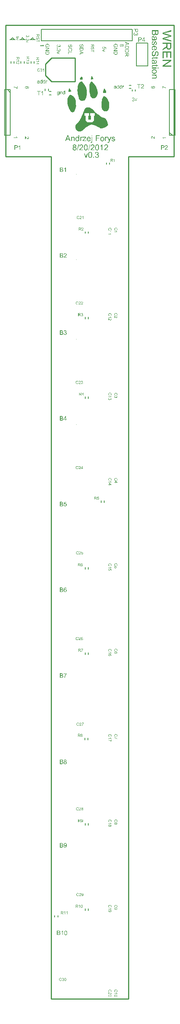
<source format=gto>
%FSLAX25Y25*%
%MOIN*%
G70*
G01*
G75*
G04 Layer_Color=65535*
%ADD10R,0.03543X0.02756*%
%ADD11R,0.03150X0.03150*%
%ADD12R,0.03543X0.03150*%
%ADD13R,0.02756X0.03543*%
%ADD14R,0.03543X0.03543*%
%ADD15R,0.03150X0.03543*%
%ADD16R,0.08661X0.02756*%
%ADD17R,0.01969X0.07874*%
%ADD18C,0.02500*%
%ADD19C,0.01600*%
%ADD20C,0.01800*%
%ADD21C,0.01500*%
%ADD22C,0.05906*%
%ADD23R,0.05906X0.05906*%
%ADD24C,0.12500*%
%ADD25R,0.05906X0.05906*%
%ADD26C,0.06100*%
%ADD27C,0.04000*%
%ADD28C,0.02500*%
%ADD29C,0.03500*%
%ADD30C,0.09449*%
%ADD31C,0.09843*%
%ADD32C,0.18000*%
%ADD33C,0.12000*%
%ADD34C,0.00787*%
%ADD35C,0.00800*%
%ADD36C,0.01000*%
G36*
X236161Y1167925D02*
X235856D01*
X235851Y1167929D01*
X235842Y1167939D01*
X235823Y1167953D01*
X235794Y1167977D01*
X235766Y1168006D01*
X235723Y1168039D01*
X235675Y1168077D01*
X235623Y1168115D01*
X235566Y1168163D01*
X235499Y1168210D01*
X235428Y1168258D01*
X235351Y1168310D01*
X235266Y1168367D01*
X235180Y1168420D01*
X235085Y1168477D01*
X234985Y1168534D01*
X234980Y1168539D01*
X234961Y1168548D01*
X234933Y1168563D01*
X234894Y1168581D01*
X234842Y1168610D01*
X234785Y1168639D01*
X234718Y1168672D01*
X234647Y1168705D01*
X234566Y1168743D01*
X234480Y1168781D01*
X234390Y1168820D01*
X234290Y1168858D01*
X234090Y1168934D01*
X233881Y1169000D01*
X233876D01*
X233862Y1169005D01*
X233842Y1169010D01*
X233809Y1169019D01*
X233771Y1169029D01*
X233728Y1169038D01*
X233676Y1169053D01*
X233619Y1169062D01*
X233557Y1169077D01*
X233490Y1169091D01*
X233338Y1169115D01*
X233176Y1169134D01*
X233000Y1169148D01*
Y1169553D01*
X233038D01*
X233067Y1169548D01*
X233105D01*
X233148Y1169543D01*
X233200Y1169538D01*
X233257Y1169534D01*
X233319Y1169524D01*
X233386Y1169514D01*
X233462Y1169500D01*
X233543Y1169486D01*
X233628Y1169472D01*
X233719Y1169453D01*
X233909Y1169405D01*
X233914D01*
X233933Y1169400D01*
X233962Y1169391D01*
X234000Y1169376D01*
X234047Y1169362D01*
X234104Y1169348D01*
X234171Y1169324D01*
X234242Y1169300D01*
X234318Y1169272D01*
X234399Y1169243D01*
X234571Y1169172D01*
X234756Y1169091D01*
X234942Y1169000D01*
X234947Y1168996D01*
X234966Y1168986D01*
X234990Y1168972D01*
X235028Y1168953D01*
X235071Y1168929D01*
X235118Y1168900D01*
X235175Y1168867D01*
X235237Y1168829D01*
X235366Y1168743D01*
X235508Y1168648D01*
X235651Y1168539D01*
X235785Y1168429D01*
Y1170000D01*
X236161D01*
Y1167925D01*
D02*
G37*
G36*
X235409Y1125995D02*
X235413Y1125986D01*
X235423Y1125967D01*
X235437Y1125943D01*
X235451Y1125914D01*
X235470Y1125881D01*
X235513Y1125805D01*
X235566Y1125714D01*
X235628Y1125619D01*
X235699Y1125524D01*
X235780Y1125429D01*
X235785Y1125424D01*
X235789Y1125419D01*
X235818Y1125386D01*
X235861Y1125343D01*
X235918Y1125291D01*
X235984Y1125234D01*
X236056Y1125177D01*
X236132Y1125119D01*
X236213Y1125077D01*
Y1124819D01*
X233000D01*
Y1125215D01*
X235499D01*
X235494Y1125219D01*
X235475Y1125238D01*
X235451Y1125272D01*
X235413Y1125315D01*
X235375Y1125367D01*
X235328Y1125434D01*
X235280Y1125510D01*
X235228Y1125591D01*
Y1125595D01*
X235223Y1125600D01*
X235204Y1125629D01*
X235180Y1125672D01*
X235152Y1125729D01*
X235118Y1125791D01*
X235090Y1125857D01*
X235056Y1125929D01*
X235028Y1126000D01*
X235409D01*
Y1125995D01*
D02*
G37*
G36*
X243976Y1169995D02*
X244004D01*
X244033Y1169991D01*
X244109Y1169981D01*
X244190Y1169962D01*
X244276Y1169933D01*
X244366Y1169895D01*
X244447Y1169843D01*
X244452D01*
X244457Y1169833D01*
X244480Y1169814D01*
X244518Y1169776D01*
X244561Y1169729D01*
X244609Y1169662D01*
X244656Y1169586D01*
X244699Y1169495D01*
X244733Y1169391D01*
Y1169396D01*
X244737Y1169400D01*
X244752Y1169429D01*
X244771Y1169476D01*
X244799Y1169529D01*
X244837Y1169591D01*
X244880Y1169648D01*
X244933Y1169705D01*
X244990Y1169757D01*
X244999Y1169762D01*
X245018Y1169776D01*
X245056Y1169795D01*
X245104Y1169814D01*
X245161Y1169833D01*
X245228Y1169852D01*
X245304Y1169867D01*
X245385Y1169872D01*
X245418D01*
X245442Y1169867D01*
X245475Y1169862D01*
X245509Y1169857D01*
X245589Y1169838D01*
X245685Y1169810D01*
X245785Y1169767D01*
X245832Y1169738D01*
X245880Y1169705D01*
X245927Y1169667D01*
X245975Y1169624D01*
X245980Y1169619D01*
X245985Y1169614D01*
X245999Y1169595D01*
X246013Y1169576D01*
X246032Y1169553D01*
X246051Y1169524D01*
X246070Y1169486D01*
X246094Y1169443D01*
X246118Y1169400D01*
X246137Y1169348D01*
X246175Y1169234D01*
X246203Y1169100D01*
X246208Y1169029D01*
X246213Y1168953D01*
Y1168948D01*
Y1168934D01*
Y1168910D01*
X246208Y1168881D01*
X246203Y1168848D01*
X246199Y1168805D01*
X246184Y1168710D01*
X246151Y1168605D01*
X246108Y1168491D01*
X246080Y1168434D01*
X246046Y1168382D01*
X246008Y1168324D01*
X245966Y1168277D01*
X245961Y1168272D01*
X245956Y1168267D01*
X245942Y1168253D01*
X245923Y1168239D01*
X245899Y1168215D01*
X245870Y1168196D01*
X245799Y1168148D01*
X245713Y1168101D01*
X245613Y1168058D01*
X245499Y1168029D01*
X245437Y1168025D01*
X245375Y1168020D01*
X245337D01*
X245294Y1168025D01*
X245242Y1168034D01*
X245180Y1168048D01*
X245118Y1168072D01*
X245052Y1168101D01*
X244985Y1168139D01*
X244980Y1168144D01*
X244956Y1168163D01*
X244928Y1168191D01*
X244895Y1168229D01*
X244852Y1168277D01*
X244809Y1168339D01*
X244771Y1168410D01*
X244733Y1168496D01*
Y1168491D01*
X244728Y1168482D01*
X244723Y1168467D01*
X244714Y1168448D01*
X244690Y1168391D01*
X244656Y1168324D01*
X244614Y1168253D01*
X244561Y1168177D01*
X244499Y1168106D01*
X244423Y1168044D01*
X244414Y1168039D01*
X244385Y1168020D01*
X244342Y1167996D01*
X244280Y1167963D01*
X244204Y1167934D01*
X244119Y1167910D01*
X244019Y1167891D01*
X243914Y1167887D01*
X243876D01*
X243847Y1167891D01*
X243809Y1167896D01*
X243771Y1167901D01*
X243724Y1167910D01*
X243676Y1167925D01*
X243566Y1167958D01*
X243509Y1167982D01*
X243452Y1168010D01*
X243390Y1168044D01*
X243333Y1168087D01*
X243276Y1168129D01*
X243224Y1168182D01*
X243219Y1168186D01*
X243214Y1168196D01*
X243200Y1168210D01*
X243181Y1168234D01*
X243162Y1168263D01*
X243138Y1168296D01*
X243109Y1168339D01*
X243086Y1168386D01*
X243062Y1168439D01*
X243033Y1168496D01*
X243009Y1168558D01*
X242990Y1168624D01*
X242971Y1168696D01*
X242962Y1168777D01*
X242952Y1168858D01*
X242948Y1168943D01*
Y1168948D01*
Y1168962D01*
Y1168991D01*
X242952Y1169024D01*
X242957Y1169062D01*
X242962Y1169110D01*
X242971Y1169162D01*
X242981Y1169219D01*
X243014Y1169338D01*
X243038Y1169405D01*
X243067Y1169467D01*
X243095Y1169529D01*
X243133Y1169595D01*
X243176Y1169652D01*
X243224Y1169710D01*
X243229Y1169714D01*
X243238Y1169724D01*
X243252Y1169738D01*
X243276Y1169753D01*
X243300Y1169776D01*
X243333Y1169800D01*
X243371Y1169829D01*
X243419Y1169852D01*
X243466Y1169881D01*
X243519Y1169910D01*
X243638Y1169952D01*
X243705Y1169971D01*
X243771Y1169986D01*
X243847Y1169995D01*
X243923Y1170000D01*
X243952D01*
X243976Y1169995D01*
D02*
G37*
G36*
X257164Y1185534D02*
X257213Y1185526D01*
X257274Y1185515D01*
X257339Y1185499D01*
X257403Y1185477D01*
X257472Y1185446D01*
X257476D01*
X257479Y1185442D01*
X257502Y1185431D01*
X257533Y1185408D01*
X257574Y1185382D01*
X257616Y1185347D01*
X257662Y1185302D01*
X257707Y1185256D01*
X257745Y1185199D01*
X257749Y1185192D01*
X257761Y1185173D01*
X257776Y1185142D01*
X257795Y1185100D01*
X257810Y1185051D01*
X257825Y1184998D01*
X257837Y1184937D01*
X257840Y1184872D01*
Y1184865D01*
Y1184846D01*
X257837Y1184812D01*
X257829Y1184774D01*
X257818Y1184724D01*
X257802Y1184675D01*
X257780Y1184622D01*
X257749Y1184568D01*
X257745Y1184561D01*
X257734Y1184546D01*
X257711Y1184523D01*
X257685Y1184492D01*
X257647Y1184458D01*
X257601Y1184424D01*
X257548Y1184386D01*
X257487Y1184356D01*
X257491D01*
X257498Y1184352D01*
X257510Y1184348D01*
X257525Y1184344D01*
X257563Y1184329D01*
X257616Y1184310D01*
X257669Y1184280D01*
X257730Y1184242D01*
X257787Y1184196D01*
X257837Y1184139D01*
X257840Y1184131D01*
X257856Y1184109D01*
X257878Y1184074D01*
X257901Y1184025D01*
X257924Y1183968D01*
X257947Y1183896D01*
X257962Y1183816D01*
X257966Y1183729D01*
Y1183725D01*
Y1183713D01*
Y1183698D01*
X257962Y1183672D01*
X257958Y1183645D01*
X257954Y1183611D01*
X257947Y1183573D01*
X257935Y1183531D01*
X257905Y1183444D01*
X257886Y1183398D01*
X257863Y1183349D01*
X257833Y1183299D01*
X257799Y1183254D01*
X257761Y1183208D01*
X257719Y1183162D01*
X257715Y1183159D01*
X257707Y1183151D01*
X257692Y1183140D01*
X257677Y1183128D01*
X257650Y1183109D01*
X257624Y1183090D01*
X257590Y1183067D01*
X257552Y1183048D01*
X257510Y1183026D01*
X257460Y1183003D01*
X257411Y1182984D01*
X257358Y1182969D01*
X257297Y1182953D01*
X257236Y1182942D01*
X257172Y1182934D01*
X257103Y1182931D01*
X257069D01*
X257046Y1182934D01*
X257020Y1182938D01*
X256985Y1182942D01*
X256947Y1182946D01*
X256906Y1182957D01*
X256818Y1182980D01*
X256723Y1183014D01*
X256678Y1183037D01*
X256628Y1183064D01*
X256583Y1183094D01*
X256541Y1183128D01*
X256537Y1183132D01*
X256533Y1183136D01*
X256522Y1183147D01*
X256507Y1183166D01*
X256488Y1183185D01*
X256469Y1183208D01*
X256450Y1183238D01*
X256427Y1183269D01*
X256381Y1183345D01*
X256343Y1183436D01*
X256309Y1183539D01*
X256298Y1183592D01*
X256290Y1183653D01*
X256605Y1183694D01*
Y1183691D01*
X256609Y1183683D01*
X256613Y1183668D01*
X256617Y1183649D01*
X256621Y1183630D01*
X256628Y1183603D01*
X256647Y1183546D01*
X256674Y1183482D01*
X256704Y1183417D01*
X256742Y1183356D01*
X256788Y1183307D01*
X256795Y1183303D01*
X256811Y1183288D01*
X256837Y1183269D01*
X256875Y1183250D01*
X256921Y1183227D01*
X256974Y1183208D01*
X257035Y1183193D01*
X257103Y1183189D01*
X257126D01*
X257141Y1183193D01*
X257183Y1183197D01*
X257236Y1183208D01*
X257293Y1183227D01*
X257358Y1183254D01*
X257419Y1183292D01*
X257479Y1183341D01*
X257487Y1183349D01*
X257502Y1183368D01*
X257529Y1183402D01*
X257555Y1183444D01*
X257582Y1183501D01*
X257609Y1183565D01*
X257624Y1183637D01*
X257631Y1183717D01*
Y1183721D01*
Y1183729D01*
Y1183740D01*
X257628Y1183755D01*
X257624Y1183793D01*
X257612Y1183843D01*
X257597Y1183900D01*
X257571Y1183960D01*
X257536Y1184017D01*
X257487Y1184074D01*
X257479Y1184082D01*
X257460Y1184097D01*
X257430Y1184120D01*
X257388Y1184147D01*
X257339Y1184169D01*
X257278Y1184192D01*
X257206Y1184207D01*
X257130Y1184215D01*
X257096D01*
X257069Y1184211D01*
X257039Y1184207D01*
X257001Y1184200D01*
X256959Y1184192D01*
X256909Y1184181D01*
X256944Y1184458D01*
X256963D01*
X256978Y1184454D01*
X257027D01*
X257065Y1184458D01*
X257115Y1184466D01*
X257172Y1184481D01*
X257229Y1184496D01*
X257293Y1184523D01*
X257354Y1184557D01*
X257358D01*
X257362Y1184561D01*
X257381Y1184576D01*
X257407Y1184603D01*
X257438Y1184637D01*
X257464Y1184682D01*
X257491Y1184739D01*
X257510Y1184804D01*
X257517Y1184842D01*
Y1184880D01*
Y1184884D01*
Y1184888D01*
Y1184910D01*
X257510Y1184941D01*
X257502Y1184979D01*
X257487Y1185024D01*
X257468Y1185074D01*
X257438Y1185119D01*
X257400Y1185165D01*
X257396Y1185169D01*
X257377Y1185184D01*
X257354Y1185203D01*
X257316Y1185222D01*
X257274Y1185245D01*
X257221Y1185260D01*
X257164Y1185275D01*
X257096Y1185279D01*
X257065D01*
X257031Y1185271D01*
X256989Y1185264D01*
X256940Y1185249D01*
X256890Y1185230D01*
X256841Y1185199D01*
X256792Y1185161D01*
X256788Y1185157D01*
X256773Y1185138D01*
X256750Y1185112D01*
X256727Y1185078D01*
X256700Y1185028D01*
X256674Y1184967D01*
X256651Y1184899D01*
X256636Y1184819D01*
X256320Y1184876D01*
Y1184880D01*
X256324Y1184891D01*
X256328Y1184907D01*
X256332Y1184929D01*
X256339Y1184952D01*
X256351Y1184983D01*
X256374Y1185055D01*
X256408Y1185131D01*
X256453Y1185214D01*
X256510Y1185290D01*
X256579Y1185363D01*
X256583Y1185366D01*
X256590Y1185370D01*
X256602Y1185378D01*
X256617Y1185389D01*
X256636Y1185404D01*
X256659Y1185420D01*
X256689Y1185435D01*
X256719Y1185450D01*
X256792Y1185480D01*
X256879Y1185511D01*
X256978Y1185530D01*
X257031Y1185537D01*
X257122D01*
X257164Y1185534D01*
D02*
G37*
G36*
X259459Y1182972D02*
X259144D01*
Y1184967D01*
X259140Y1184964D01*
X259125Y1184948D01*
X259098Y1184929D01*
X259064Y1184899D01*
X259022Y1184869D01*
X258969Y1184831D01*
X258908Y1184793D01*
X258844Y1184751D01*
X258840D01*
X258836Y1184747D01*
X258813Y1184732D01*
X258779Y1184713D01*
X258733Y1184690D01*
X258684Y1184663D01*
X258631Y1184641D01*
X258574Y1184614D01*
X258517Y1184591D01*
Y1184895D01*
X258521D01*
X258528Y1184899D01*
X258543Y1184907D01*
X258562Y1184918D01*
X258585Y1184929D01*
X258612Y1184945D01*
X258673Y1184979D01*
X258745Y1185021D01*
X258821Y1185070D01*
X258897Y1185127D01*
X258973Y1185192D01*
X258977Y1185195D01*
X258980Y1185199D01*
X259007Y1185222D01*
X259041Y1185256D01*
X259083Y1185302D01*
X259129Y1185355D01*
X259174Y1185412D01*
X259220Y1185473D01*
X259254Y1185537D01*
X259459D01*
Y1182972D01*
D02*
G37*
G36*
X327983Y1168000D02*
X327616D01*
Y1168290D01*
X327612Y1168286D01*
X327607Y1168276D01*
X327593Y1168257D01*
X327574Y1168238D01*
X327550Y1168209D01*
X327521Y1168181D01*
X327488Y1168152D01*
X327450Y1168119D01*
X327407Y1168086D01*
X327359Y1168057D01*
X327307Y1168029D01*
X327245Y1168000D01*
X327183Y1167981D01*
X327117Y1167962D01*
X327040Y1167952D01*
X326964Y1167948D01*
X326936D01*
X326917Y1167952D01*
X326864Y1167957D01*
X326798Y1167967D01*
X326717Y1167986D01*
X326631Y1168014D01*
X326545Y1168048D01*
X326455Y1168100D01*
X326450D01*
X326445Y1168110D01*
X326417Y1168128D01*
X326374Y1168162D01*
X326322Y1168209D01*
X326265Y1168271D01*
X326203Y1168343D01*
X326146Y1168428D01*
X326093Y1168524D01*
Y1168528D01*
X326088Y1168538D01*
X326084Y1168552D01*
X326074Y1168571D01*
X326065Y1168600D01*
X326055Y1168628D01*
X326031Y1168705D01*
X326008Y1168800D01*
X325989Y1168909D01*
X325974Y1169028D01*
X325969Y1169157D01*
Y1169161D01*
Y1169171D01*
Y1169190D01*
Y1169214D01*
X325974Y1169247D01*
Y1169280D01*
X325984Y1169366D01*
X325998Y1169461D01*
X326017Y1169571D01*
X326046Y1169676D01*
X326084Y1169785D01*
Y1169790D01*
X326088Y1169799D01*
X326098Y1169814D01*
X326108Y1169833D01*
X326131Y1169885D01*
X326169Y1169947D01*
X326217Y1170018D01*
X326279Y1170090D01*
X326345Y1170161D01*
X326426Y1170223D01*
X326431D01*
X326436Y1170228D01*
X326450Y1170237D01*
X326469Y1170247D01*
X326517Y1170271D01*
X326579Y1170299D01*
X326655Y1170328D01*
X326745Y1170351D01*
X326840Y1170370D01*
X326945Y1170375D01*
X326979D01*
X327021Y1170370D01*
X327069Y1170366D01*
X327126Y1170351D01*
X327193Y1170337D01*
X327255Y1170313D01*
X327316Y1170285D01*
X327326Y1170280D01*
X327345Y1170271D01*
X327374Y1170251D01*
X327412Y1170223D01*
X327455Y1170190D01*
X327502Y1170152D01*
X327545Y1170109D01*
X327588Y1170056D01*
Y1171204D01*
X327983D01*
Y1168000D01*
D02*
G37*
G36*
X325493D02*
X325127D01*
Y1168290D01*
X325122Y1168286D01*
X325117Y1168276D01*
X325103Y1168257D01*
X325084Y1168238D01*
X325060Y1168209D01*
X325032Y1168181D01*
X324998Y1168152D01*
X324960Y1168119D01*
X324918Y1168086D01*
X324870Y1168057D01*
X324817Y1168029D01*
X324756Y1168000D01*
X324694Y1167981D01*
X324627Y1167962D01*
X324551Y1167952D01*
X324475Y1167948D01*
X324446D01*
X324427Y1167952D01*
X324375Y1167957D01*
X324308Y1167967D01*
X324227Y1167986D01*
X324142Y1168014D01*
X324056Y1168048D01*
X323966Y1168100D01*
X323961D01*
X323956Y1168110D01*
X323927Y1168128D01*
X323885Y1168162D01*
X323832Y1168209D01*
X323775Y1168271D01*
X323713Y1168343D01*
X323656Y1168428D01*
X323604Y1168524D01*
Y1168528D01*
X323599Y1168538D01*
X323594Y1168552D01*
X323585Y1168571D01*
X323575Y1168600D01*
X323566Y1168628D01*
X323542Y1168705D01*
X323518Y1168800D01*
X323499Y1168909D01*
X323485Y1169028D01*
X323480Y1169157D01*
Y1169161D01*
Y1169171D01*
Y1169190D01*
Y1169214D01*
X323485Y1169247D01*
Y1169280D01*
X323494Y1169366D01*
X323509Y1169461D01*
X323528Y1169571D01*
X323556Y1169676D01*
X323594Y1169785D01*
Y1169790D01*
X323599Y1169799D01*
X323608Y1169814D01*
X323618Y1169833D01*
X323642Y1169885D01*
X323680Y1169947D01*
X323727Y1170018D01*
X323789Y1170090D01*
X323856Y1170161D01*
X323937Y1170223D01*
X323942D01*
X323946Y1170228D01*
X323961Y1170237D01*
X323980Y1170247D01*
X324027Y1170271D01*
X324089Y1170299D01*
X324165Y1170328D01*
X324256Y1170351D01*
X324351Y1170370D01*
X324456Y1170375D01*
X324489D01*
X324532Y1170370D01*
X324580Y1170366D01*
X324637Y1170351D01*
X324703Y1170337D01*
X324765Y1170313D01*
X324827Y1170285D01*
X324837Y1170280D01*
X324856Y1170271D01*
X324884Y1170251D01*
X324922Y1170223D01*
X324965Y1170190D01*
X325013Y1170152D01*
X325056Y1170109D01*
X325098Y1170056D01*
Y1171204D01*
X325493D01*
Y1168000D01*
D02*
G37*
G36*
X340608Y1157000D02*
X340237D01*
X339356Y1159323D01*
X339770D01*
X340270Y1157928D01*
Y1157923D01*
X340275Y1157919D01*
X340284Y1157890D01*
X340299Y1157843D01*
X340318Y1157785D01*
X340341Y1157714D01*
X340365Y1157638D01*
X340394Y1157552D01*
X340418Y1157462D01*
X340422Y1157471D01*
X340427Y1157495D01*
X340441Y1157533D01*
X340456Y1157586D01*
X340475Y1157652D01*
X340503Y1157728D01*
X340532Y1157814D01*
X340565Y1157904D01*
X341079Y1159323D01*
X341484D01*
X340608Y1157000D01*
D02*
G37*
G36*
X243086Y1125990D02*
X243128Y1125986D01*
X243171Y1125981D01*
X243224Y1125967D01*
X243271Y1125952D01*
X243276D01*
X243281Y1125948D01*
X243309Y1125938D01*
X243352Y1125919D01*
X243405Y1125891D01*
X243471Y1125852D01*
X243543Y1125810D01*
X243619Y1125757D01*
X243695Y1125695D01*
X243700D01*
X243705Y1125686D01*
X243733Y1125662D01*
X243776Y1125619D01*
X243833Y1125562D01*
X243904Y1125491D01*
X243990Y1125400D01*
X244080Y1125296D01*
X244180Y1125177D01*
X244185Y1125172D01*
X244199Y1125153D01*
X244223Y1125129D01*
X244252Y1125091D01*
X244285Y1125048D01*
X244328Y1125000D01*
X244428Y1124896D01*
X244533Y1124777D01*
X244647Y1124662D01*
X244704Y1124605D01*
X244756Y1124558D01*
X244809Y1124510D01*
X244856Y1124472D01*
X244861D01*
X244866Y1124463D01*
X244880Y1124453D01*
X244899Y1124444D01*
X244947Y1124415D01*
X245009Y1124377D01*
X245085Y1124343D01*
X245166Y1124315D01*
X245247Y1124296D01*
X245332Y1124286D01*
X245342D01*
X245371Y1124291D01*
X245413Y1124296D01*
X245470Y1124305D01*
X245532Y1124329D01*
X245599Y1124358D01*
X245666Y1124401D01*
X245727Y1124458D01*
X245732Y1124467D01*
X245751Y1124486D01*
X245780Y1124524D01*
X245808Y1124572D01*
X245837Y1124639D01*
X245866Y1124710D01*
X245885Y1124796D01*
X245889Y1124891D01*
Y1124896D01*
Y1124905D01*
Y1124920D01*
X245885Y1124938D01*
X245880Y1124991D01*
X245866Y1125053D01*
X245847Y1125129D01*
X245813Y1125205D01*
X245770Y1125281D01*
X245713Y1125348D01*
X245704Y1125353D01*
X245680Y1125372D01*
X245642Y1125400D01*
X245589Y1125429D01*
X245523Y1125462D01*
X245442Y1125486D01*
X245347Y1125505D01*
X245242Y1125515D01*
X245285Y1125919D01*
X245304D01*
X245328Y1125914D01*
X245361Y1125910D01*
X245399Y1125900D01*
X245442Y1125891D01*
X245542Y1125867D01*
X245651Y1125829D01*
X245766Y1125772D01*
X245823Y1125738D01*
X245875Y1125700D01*
X245927Y1125657D01*
X245975Y1125610D01*
X245980Y1125605D01*
X245985Y1125595D01*
X245999Y1125581D01*
X246013Y1125562D01*
X246032Y1125533D01*
X246051Y1125500D01*
X246070Y1125462D01*
X246094Y1125414D01*
X246118Y1125367D01*
X246137Y1125315D01*
X246156Y1125253D01*
X246175Y1125186D01*
X246189Y1125119D01*
X246203Y1125043D01*
X246208Y1124967D01*
X246213Y1124881D01*
Y1124877D01*
Y1124862D01*
Y1124839D01*
X246208Y1124805D01*
X246203Y1124767D01*
X246199Y1124720D01*
X246194Y1124672D01*
X246180Y1124615D01*
X246151Y1124501D01*
X246104Y1124377D01*
X246075Y1124320D01*
X246042Y1124263D01*
X246004Y1124205D01*
X245956Y1124153D01*
X245951Y1124148D01*
X245946Y1124144D01*
X245932Y1124129D01*
X245908Y1124110D01*
X245885Y1124091D01*
X245856Y1124067D01*
X245818Y1124044D01*
X245780Y1124015D01*
X245689Y1123967D01*
X245580Y1123925D01*
X245523Y1123906D01*
X245456Y1123891D01*
X245394Y1123887D01*
X245323Y1123882D01*
X245290D01*
X245251Y1123887D01*
X245204Y1123891D01*
X245142Y1123901D01*
X245080Y1123915D01*
X245013Y1123934D01*
X244942Y1123963D01*
X244933Y1123967D01*
X244909Y1123977D01*
X244875Y1123996D01*
X244828Y1124025D01*
X244766Y1124063D01*
X244699Y1124105D01*
X244628Y1124163D01*
X244552Y1124224D01*
X244542Y1124234D01*
X244514Y1124258D01*
X244495Y1124277D01*
X244466Y1124305D01*
X244438Y1124334D01*
X244404Y1124367D01*
X244366Y1124405D01*
X244323Y1124453D01*
X244280Y1124501D01*
X244228Y1124558D01*
X244176Y1124615D01*
X244119Y1124681D01*
X244057Y1124753D01*
X243990Y1124829D01*
X243985Y1124834D01*
X243976Y1124843D01*
X243962Y1124862D01*
X243942Y1124886D01*
X243890Y1124943D01*
X243828Y1125019D01*
X243762Y1125096D01*
X243695Y1125167D01*
X243633Y1125234D01*
X243609Y1125257D01*
X243585Y1125281D01*
X243581Y1125286D01*
X243566Y1125296D01*
X243547Y1125315D01*
X243519Y1125338D01*
X243490Y1125367D01*
X243452Y1125395D01*
X243376Y1125448D01*
Y1123877D01*
X243000D01*
Y1125995D01*
X243052D01*
X243086Y1125990D01*
D02*
G37*
G36*
X338095Y1160208D02*
X338157Y1160199D01*
X338233Y1160184D01*
X338314Y1160165D01*
X338395Y1160137D01*
X338480Y1160099D01*
X338485D01*
X338490Y1160094D01*
X338518Y1160080D01*
X338557Y1160051D01*
X338609Y1160018D01*
X338661Y1159975D01*
X338718Y1159918D01*
X338775Y1159861D01*
X338823Y1159789D01*
X338828Y1159780D01*
X338842Y1159756D01*
X338861Y1159718D01*
X338885Y1159666D01*
X338904Y1159604D01*
X338923Y1159537D01*
X338937Y1159461D01*
X338942Y1159380D01*
Y1159371D01*
Y1159347D01*
X338937Y1159304D01*
X338928Y1159256D01*
X338913Y1159194D01*
X338895Y1159132D01*
X338866Y1159066D01*
X338828Y1158999D01*
X338823Y1158990D01*
X338809Y1158971D01*
X338780Y1158942D01*
X338747Y1158904D01*
X338699Y1158861D01*
X338642Y1158818D01*
X338576Y1158771D01*
X338499Y1158733D01*
X338504D01*
X338514Y1158728D01*
X338528Y1158723D01*
X338547Y1158718D01*
X338595Y1158699D01*
X338661Y1158675D01*
X338728Y1158637D01*
X338804Y1158590D01*
X338875Y1158533D01*
X338937Y1158461D01*
X338942Y1158452D01*
X338961Y1158423D01*
X338990Y1158380D01*
X339018Y1158319D01*
X339047Y1158247D01*
X339075Y1158157D01*
X339094Y1158057D01*
X339099Y1157947D01*
Y1157942D01*
Y1157928D01*
Y1157909D01*
X339094Y1157876D01*
X339090Y1157843D01*
X339085Y1157800D01*
X339075Y1157752D01*
X339061Y1157700D01*
X339023Y1157590D01*
X338999Y1157533D01*
X338971Y1157471D01*
X338933Y1157409D01*
X338890Y1157352D01*
X338842Y1157295D01*
X338790Y1157238D01*
X338785Y1157233D01*
X338775Y1157224D01*
X338756Y1157209D01*
X338737Y1157195D01*
X338704Y1157171D01*
X338671Y1157148D01*
X338628Y1157119D01*
X338580Y1157095D01*
X338528Y1157067D01*
X338466Y1157038D01*
X338404Y1157014D01*
X338338Y1156995D01*
X338261Y1156976D01*
X338185Y1156962D01*
X338104Y1156952D01*
X338019Y1156948D01*
X337976D01*
X337947Y1156952D01*
X337914Y1156957D01*
X337871Y1156962D01*
X337824Y1156967D01*
X337771Y1156981D01*
X337662Y1157010D01*
X337543Y1157052D01*
X337486Y1157081D01*
X337424Y1157114D01*
X337367Y1157152D01*
X337314Y1157195D01*
X337309Y1157200D01*
X337305Y1157205D01*
X337290Y1157219D01*
X337271Y1157243D01*
X337247Y1157267D01*
X337224Y1157295D01*
X337200Y1157333D01*
X337171Y1157371D01*
X337114Y1157467D01*
X337067Y1157581D01*
X337024Y1157709D01*
X337010Y1157776D01*
X337000Y1157852D01*
X337395Y1157904D01*
Y1157900D01*
X337400Y1157890D01*
X337405Y1157871D01*
X337409Y1157847D01*
X337414Y1157823D01*
X337424Y1157790D01*
X337447Y1157719D01*
X337481Y1157638D01*
X337519Y1157557D01*
X337566Y1157481D01*
X337624Y1157419D01*
X337633Y1157414D01*
X337652Y1157395D01*
X337685Y1157371D01*
X337733Y1157347D01*
X337790Y1157319D01*
X337857Y1157295D01*
X337933Y1157276D01*
X338019Y1157271D01*
X338047D01*
X338066Y1157276D01*
X338119Y1157281D01*
X338185Y1157295D01*
X338257Y1157319D01*
X338338Y1157352D01*
X338414Y1157400D01*
X338490Y1157462D01*
X338499Y1157471D01*
X338518Y1157495D01*
X338552Y1157538D01*
X338585Y1157590D01*
X338618Y1157662D01*
X338652Y1157743D01*
X338671Y1157833D01*
X338680Y1157933D01*
Y1157938D01*
Y1157947D01*
Y1157961D01*
X338675Y1157981D01*
X338671Y1158028D01*
X338656Y1158090D01*
X338637Y1158161D01*
X338604Y1158238D01*
X338561Y1158309D01*
X338499Y1158380D01*
X338490Y1158390D01*
X338466Y1158409D01*
X338428Y1158438D01*
X338376Y1158471D01*
X338314Y1158499D01*
X338238Y1158528D01*
X338147Y1158547D01*
X338052Y1158556D01*
X338009D01*
X337976Y1158552D01*
X337938Y1158547D01*
X337890Y1158537D01*
X337838Y1158528D01*
X337776Y1158514D01*
X337819Y1158861D01*
X337842D01*
X337862Y1158856D01*
X337923D01*
X337971Y1158861D01*
X338033Y1158871D01*
X338104Y1158890D01*
X338176Y1158909D01*
X338257Y1158942D01*
X338333Y1158985D01*
X338338D01*
X338342Y1158990D01*
X338366Y1159009D01*
X338399Y1159042D01*
X338438Y1159085D01*
X338471Y1159142D01*
X338504Y1159213D01*
X338528Y1159294D01*
X338538Y1159342D01*
Y1159389D01*
Y1159394D01*
Y1159399D01*
Y1159428D01*
X338528Y1159466D01*
X338518Y1159513D01*
X338499Y1159570D01*
X338476Y1159632D01*
X338438Y1159689D01*
X338390Y1159746D01*
X338385Y1159751D01*
X338361Y1159770D01*
X338333Y1159794D01*
X338285Y1159818D01*
X338233Y1159846D01*
X338166Y1159865D01*
X338095Y1159885D01*
X338009Y1159889D01*
X337971D01*
X337928Y1159880D01*
X337876Y1159870D01*
X337814Y1159851D01*
X337752Y1159827D01*
X337690Y1159789D01*
X337628Y1159742D01*
X337624Y1159737D01*
X337604Y1159713D01*
X337576Y1159680D01*
X337547Y1159637D01*
X337514Y1159575D01*
X337481Y1159499D01*
X337452Y1159413D01*
X337433Y1159313D01*
X337038Y1159385D01*
Y1159389D01*
X337043Y1159404D01*
X337048Y1159423D01*
X337052Y1159451D01*
X337062Y1159480D01*
X337076Y1159518D01*
X337105Y1159608D01*
X337148Y1159704D01*
X337205Y1159808D01*
X337276Y1159904D01*
X337362Y1159994D01*
X337367Y1159999D01*
X337376Y1160004D01*
X337390Y1160013D01*
X337409Y1160027D01*
X337433Y1160046D01*
X337462Y1160065D01*
X337500Y1160085D01*
X337538Y1160104D01*
X337628Y1160142D01*
X337738Y1160180D01*
X337862Y1160203D01*
X337928Y1160213D01*
X338042D01*
X338095Y1160208D01*
D02*
G37*
G36*
X235833Y1213350D02*
X235822D01*
X235810Y1213347D01*
X235795Y1213343D01*
X235750Y1213332D01*
X235700Y1213316D01*
X235639Y1213293D01*
X235579Y1213267D01*
X235522Y1213229D01*
X235472Y1213183D01*
X235468Y1213176D01*
X235453Y1213161D01*
X235434Y1213130D01*
X235415Y1213092D01*
X235392Y1213046D01*
X235373Y1212990D01*
X235358Y1212929D01*
X235354Y1212860D01*
Y1212856D01*
Y1212849D01*
Y1212838D01*
X235358Y1212822D01*
X235362Y1212780D01*
X235377Y1212727D01*
X235396Y1212667D01*
X235427Y1212602D01*
X235468Y1212537D01*
X235495Y1212507D01*
X235525Y1212477D01*
X235529D01*
X235533Y1212469D01*
X235544Y1212461D01*
X235556Y1212454D01*
X235594Y1212427D01*
X235647Y1212397D01*
X235712Y1212370D01*
X235788Y1212344D01*
X235879Y1212328D01*
X235978Y1212321D01*
X236004D01*
X236023Y1212325D01*
X236046D01*
X236073Y1212328D01*
X236133Y1212340D01*
X236202Y1212359D01*
X236270Y1212385D01*
X236339Y1212423D01*
X236403Y1212473D01*
X236411Y1212480D01*
X236426Y1212499D01*
X236453Y1212533D01*
X236483Y1212579D01*
X236510Y1212632D01*
X236536Y1212701D01*
X236551Y1212780D01*
X236559Y1212868D01*
Y1212875D01*
Y1212895D01*
X236555Y1212921D01*
X236551Y1212959D01*
X236540Y1213001D01*
X236529Y1213046D01*
X236510Y1213096D01*
X236487Y1213142D01*
X236483Y1213145D01*
X236475Y1213161D01*
X236456Y1213183D01*
X236437Y1213210D01*
X236411Y1213240D01*
X236380Y1213271D01*
X236342Y1213301D01*
X236304Y1213328D01*
X236346Y1213624D01*
X237661Y1213377D01*
Y1212108D01*
X237361D01*
Y1213126D01*
X236673Y1213263D01*
X236677Y1213259D01*
X236681Y1213252D01*
X236688Y1213240D01*
X236700Y1213225D01*
X236711Y1213202D01*
X236726Y1213179D01*
X236757Y1213119D01*
X236783Y1213046D01*
X236810Y1212963D01*
X236829Y1212875D01*
X236836Y1212830D01*
Y1212784D01*
Y1212780D01*
Y1212769D01*
Y1212750D01*
X236833Y1212727D01*
X236829Y1212701D01*
X236825Y1212667D01*
X236817Y1212628D01*
X236806Y1212587D01*
X236779Y1212499D01*
X236760Y1212454D01*
X236738Y1212404D01*
X236711Y1212355D01*
X236677Y1212309D01*
X236643Y1212264D01*
X236601Y1212218D01*
X236597Y1212214D01*
X236589Y1212207D01*
X236578Y1212195D01*
X236559Y1212180D01*
X236536Y1212165D01*
X236510Y1212146D01*
X236475Y1212123D01*
X236441Y1212100D01*
X236399Y1212081D01*
X236354Y1212059D01*
X236304Y1212039D01*
X236251Y1212020D01*
X236194Y1212009D01*
X236133Y1211998D01*
X236073Y1211990D01*
X236004Y1211986D01*
X235970D01*
X235947Y1211990D01*
X235917Y1211994D01*
X235883Y1211998D01*
X235841Y1212002D01*
X235799Y1212013D01*
X235704Y1212036D01*
X235605Y1212074D01*
X235552Y1212097D01*
X235503Y1212123D01*
X235453Y1212154D01*
X235404Y1212191D01*
X235400Y1212195D01*
X235392Y1212203D01*
X235377Y1212218D01*
X235354Y1212237D01*
X235332Y1212260D01*
X235305Y1212290D01*
X235278Y1212325D01*
X235252Y1212366D01*
X235221Y1212412D01*
X235195Y1212461D01*
X235168Y1212518D01*
X235145Y1212575D01*
X235126Y1212640D01*
X235111Y1212708D01*
X235100Y1212784D01*
X235096Y1212860D01*
Y1212864D01*
Y1212875D01*
Y1212895D01*
X235100Y1212917D01*
X235104Y1212948D01*
X235107Y1212982D01*
X235111Y1213020D01*
X235119Y1213062D01*
X235142Y1213153D01*
X235180Y1213248D01*
X235199Y1213297D01*
X235225Y1213343D01*
X235256Y1213389D01*
X235290Y1213430D01*
X235294Y1213434D01*
X235297Y1213438D01*
X235309Y1213449D01*
X235324Y1213465D01*
X235343Y1213484D01*
X235370Y1213503D01*
X235396Y1213521D01*
X235427Y1213544D01*
X235465Y1213567D01*
X235503Y1213590D01*
X235590Y1213628D01*
X235693Y1213662D01*
X235750Y1213673D01*
X235810Y1213681D01*
X235833Y1213350D01*
D02*
G37*
G36*
X236992Y1211469D02*
X235879Y1211071D01*
X235875D01*
X235871Y1211067D01*
X235848Y1211059D01*
X235810Y1211048D01*
X235765Y1211032D01*
X235708Y1211014D01*
X235647Y1210995D01*
X235579Y1210972D01*
X235506Y1210953D01*
X235514Y1210949D01*
X235533Y1210945D01*
X235563Y1210934D01*
X235605Y1210922D01*
X235658Y1210907D01*
X235719Y1210884D01*
X235788Y1210861D01*
X235860Y1210835D01*
X236992Y1210425D01*
Y1210102D01*
X235138Y1210801D01*
Y1211097D01*
X236992Y1211800D01*
Y1211469D01*
D02*
G37*
G36*
X278276Y389766D02*
X278326Y389758D01*
X278383Y389751D01*
X278443Y389736D01*
X278504Y389713D01*
X278565Y389686D01*
X278573Y389682D01*
X278592Y389671D01*
X278618Y389652D01*
X278656Y389625D01*
X278694Y389591D01*
X278740Y389549D01*
X278782Y389504D01*
X278820Y389447D01*
X278823Y389439D01*
X278835Y389420D01*
X278854Y389386D01*
X278877Y389340D01*
X278903Y389287D01*
X278930Y389223D01*
X278956Y389146D01*
X278979Y389067D01*
Y389063D01*
X278983Y389055D01*
X278987Y389044D01*
X278991Y389025D01*
X278994Y389002D01*
X278998Y388976D01*
X279006Y388945D01*
X279010Y388907D01*
X279017Y388865D01*
X279021Y388820D01*
X279025Y388770D01*
X279032Y388717D01*
X279036Y388660D01*
Y388599D01*
X279040Y388531D01*
Y388462D01*
Y388459D01*
Y388443D01*
Y388421D01*
Y388387D01*
X279036Y388349D01*
Y388307D01*
X279032Y388257D01*
X279029Y388204D01*
X279017Y388090D01*
X278998Y387968D01*
X278976Y387847D01*
X278960Y387790D01*
X278945Y387737D01*
Y387733D01*
X278941Y387725D01*
X278934Y387710D01*
X278930Y387691D01*
X278918Y387668D01*
X278907Y387642D01*
X278877Y387581D01*
X278839Y387512D01*
X278789Y387440D01*
X278732Y387372D01*
X278668Y387311D01*
X278664D01*
X278660Y387303D01*
X278649Y387296D01*
X278633Y387288D01*
X278595Y387265D01*
X278542Y387239D01*
X278474Y387209D01*
X278394Y387186D01*
X278307Y387171D01*
X278204Y387163D01*
X278170D01*
X278143Y387167D01*
X278113Y387171D01*
X278075Y387178D01*
X278037Y387186D01*
X277995Y387197D01*
X277949Y387209D01*
X277900Y387228D01*
X277851Y387246D01*
X277805Y387273D01*
X277756Y387303D01*
X277710Y387338D01*
X277664Y387380D01*
X277623Y387425D01*
X277619Y387429D01*
X277611Y387440D01*
X277600Y387459D01*
X277585Y387486D01*
X277566Y387520D01*
X277543Y387566D01*
X277520Y387615D01*
X277497Y387676D01*
X277474Y387744D01*
X277452Y387820D01*
X277429Y387904D01*
X277410Y387999D01*
X277395Y388102D01*
X277383Y388212D01*
X277376Y388333D01*
X277372Y388462D01*
Y388466D01*
Y388481D01*
Y388504D01*
Y388539D01*
X277376Y388577D01*
Y388622D01*
X277379Y388671D01*
X277383Y388725D01*
X277395Y388839D01*
X277410Y388960D01*
X277433Y389082D01*
X277448Y389139D01*
X277463Y389192D01*
Y389196D01*
X277467Y389204D01*
X277474Y389219D01*
X277482Y389238D01*
X277490Y389261D01*
X277501Y389287D01*
X277535Y389348D01*
X277573Y389416D01*
X277619Y389489D01*
X277676Y389557D01*
X277741Y389618D01*
X277744D01*
X277748Y389625D01*
X277760Y389633D01*
X277775Y389640D01*
X277794Y389652D01*
X277813Y389667D01*
X277870Y389694D01*
X277934Y389720D01*
X278014Y389747D01*
X278105Y389762D01*
X278204Y389770D01*
X278238D01*
X278276Y389766D01*
D02*
G37*
G36*
X274104Y389804D02*
X274138Y389800D01*
X274176Y389796D01*
X274218Y389792D01*
X274267Y389785D01*
X274366Y389758D01*
X274476Y389724D01*
X274529Y389701D01*
X274583Y389675D01*
X274636Y389644D01*
X274685Y389610D01*
X274689Y389606D01*
X274697Y389602D01*
X274712Y389591D01*
X274727Y389576D01*
X274750Y389553D01*
X274773Y389530D01*
X274799Y389500D01*
X274830Y389470D01*
X274860Y389432D01*
X274890Y389390D01*
X274921Y389348D01*
X274951Y389299D01*
X274982Y389245D01*
X275008Y389188D01*
X275031Y389127D01*
X275054Y389063D01*
X274720Y388983D01*
Y388987D01*
X274716Y388995D01*
X274712Y389010D01*
X274704Y389029D01*
X274693Y389052D01*
X274681Y389078D01*
X274651Y389139D01*
X274617Y389204D01*
X274571Y389272D01*
X274518Y389336D01*
X274457Y389390D01*
X274450Y389393D01*
X274427Y389409D01*
X274393Y389432D01*
X274343Y389454D01*
X274283Y389477D01*
X274210Y389500D01*
X274127Y389515D01*
X274035Y389519D01*
X274005D01*
X273986Y389515D01*
X273959D01*
X273933Y389511D01*
X273864Y389500D01*
X273785Y389485D01*
X273701Y389458D01*
X273621Y389424D01*
X273541Y389374D01*
X273538D01*
X273534Y389367D01*
X273511Y389348D01*
X273473Y389317D01*
X273431Y389276D01*
X273386Y389219D01*
X273340Y389154D01*
X273298Y389078D01*
X273264Y388995D01*
Y388991D01*
X273260Y388983D01*
X273256Y388972D01*
X273253Y388953D01*
X273245Y388934D01*
X273237Y388907D01*
X273226Y388846D01*
X273211Y388770D01*
X273196Y388687D01*
X273188Y388599D01*
X273184Y388504D01*
Y388500D01*
Y388489D01*
Y388474D01*
Y388451D01*
X273188Y388421D01*
Y388387D01*
X273192Y388352D01*
X273196Y388311D01*
X273207Y388223D01*
X273226Y388124D01*
X273249Y388029D01*
X273279Y387934D01*
Y387930D01*
X273283Y387923D01*
X273291Y387912D01*
X273298Y387896D01*
X273321Y387851D01*
X273352Y387797D01*
X273393Y387737D01*
X273443Y387680D01*
X273503Y387619D01*
X273572Y387569D01*
X273576D01*
X273579Y387566D01*
X273591Y387558D01*
X273606Y387550D01*
X273648Y387531D01*
X273701Y387512D01*
X273766Y387490D01*
X273842Y387471D01*
X273921Y387456D01*
X274009Y387452D01*
X274035D01*
X274054Y387456D01*
X274081D01*
X274108Y387459D01*
X274176Y387471D01*
X274248Y387493D01*
X274328Y387520D01*
X274412Y387562D01*
X274450Y387585D01*
X274488Y387615D01*
X274491Y387619D01*
X274495Y387623D01*
X274507Y387634D01*
X274518Y387646D01*
X274537Y387665D01*
X274552Y387684D01*
X274594Y387737D01*
X274640Y387805D01*
X274685Y387889D01*
X274727Y387987D01*
X274758Y388102D01*
X275096Y388014D01*
Y388010D01*
X275092Y387995D01*
X275084Y387976D01*
X275077Y387946D01*
X275061Y387912D01*
X275046Y387870D01*
X275031Y387828D01*
X275008Y387778D01*
X274955Y387676D01*
X274890Y387573D01*
X274849Y387520D01*
X274807Y387471D01*
X274761Y387421D01*
X274712Y387380D01*
X274708Y387376D01*
X274700Y387372D01*
X274685Y387361D01*
X274662Y387345D01*
X274636Y387330D01*
X274602Y387311D01*
X274568Y387292D01*
X274522Y387273D01*
X274476Y387250D01*
X274423Y387231D01*
X274370Y387212D01*
X274309Y387197D01*
X274244Y387182D01*
X274180Y387171D01*
X274108Y387167D01*
X274035Y387163D01*
X273997D01*
X273967Y387167D01*
X273933D01*
X273891Y387171D01*
X273845Y387178D01*
X273796Y387186D01*
X273690Y387205D01*
X273576Y387235D01*
X273465Y387277D01*
X273412Y387300D01*
X273363Y387330D01*
X273359Y387334D01*
X273352Y387338D01*
X273340Y387349D01*
X273321Y387361D01*
X273298Y387380D01*
X273275Y387399D01*
X273218Y387456D01*
X273154Y387524D01*
X273085Y387608D01*
X273025Y387702D01*
X272968Y387817D01*
Y387820D01*
X272964Y387832D01*
X272956Y387847D01*
X272949Y387874D01*
X272937Y387900D01*
X272926Y387938D01*
X272914Y387976D01*
X272903Y388022D01*
X272888Y388071D01*
X272877Y388124D01*
X272857Y388242D01*
X272842Y388368D01*
X272835Y388504D01*
Y388508D01*
Y388523D01*
Y388542D01*
X272838Y388573D01*
Y388607D01*
X272842Y388645D01*
X272846Y388690D01*
X272854Y388740D01*
X272873Y388850D01*
X272899Y388968D01*
X272937Y389086D01*
X272987Y389200D01*
Y389204D01*
X272994Y389211D01*
X273002Y389226D01*
X273013Y389249D01*
X273032Y389272D01*
X273051Y389302D01*
X273097Y389367D01*
X273158Y389439D01*
X273234Y389515D01*
X273321Y389587D01*
X273420Y389652D01*
X273424D01*
X273431Y389660D01*
X273446Y389667D01*
X273469Y389675D01*
X273496Y389690D01*
X273526Y389701D01*
X273564Y389717D01*
X273602Y389732D01*
X273648Y389743D01*
X273693Y389758D01*
X273800Y389785D01*
X273914Y389800D01*
X274039Y389808D01*
X274077D01*
X274104Y389804D01*
D02*
G37*
G36*
X276258Y389766D02*
X276308Y389758D01*
X276369Y389747D01*
X276433Y389732D01*
X276498Y389709D01*
X276566Y389679D01*
X276570D01*
X276574Y389675D01*
X276597Y389663D01*
X276627Y389640D01*
X276669Y389614D01*
X276711Y389580D01*
X276756Y389534D01*
X276802Y389489D01*
X276840Y389432D01*
X276844Y389424D01*
X276855Y389405D01*
X276870Y389374D01*
X276889Y389333D01*
X276904Y389283D01*
X276920Y389230D01*
X276931Y389169D01*
X276935Y389105D01*
Y389097D01*
Y389078D01*
X276931Y389044D01*
X276923Y389006D01*
X276912Y388956D01*
X276897Y388907D01*
X276874Y388854D01*
X276844Y388801D01*
X276840Y388793D01*
X276829Y388778D01*
X276806Y388755D01*
X276779Y388725D01*
X276741Y388690D01*
X276695Y388656D01*
X276642Y388618D01*
X276581Y388588D01*
X276585D01*
X276593Y388584D01*
X276604Y388580D01*
X276620Y388577D01*
X276658Y388561D01*
X276711Y388542D01*
X276764Y388512D01*
X276825Y388474D01*
X276882Y388428D01*
X276931Y388371D01*
X276935Y388364D01*
X276950Y388341D01*
X276973Y388307D01*
X276996Y388257D01*
X277018Y388200D01*
X277041Y388128D01*
X277056Y388048D01*
X277060Y387961D01*
Y387957D01*
Y387946D01*
Y387930D01*
X277056Y387904D01*
X277053Y387877D01*
X277049Y387843D01*
X277041Y387805D01*
X277030Y387763D01*
X276999Y387676D01*
X276980Y387630D01*
X276958Y387581D01*
X276927Y387531D01*
X276893Y387486D01*
X276855Y387440D01*
X276813Y387395D01*
X276810Y387391D01*
X276802Y387383D01*
X276787Y387372D01*
X276771Y387361D01*
X276745Y387341D01*
X276718Y387322D01*
X276684Y387300D01*
X276646Y387281D01*
X276604Y387258D01*
X276555Y387235D01*
X276505Y387216D01*
X276452Y387201D01*
X276391Y387186D01*
X276331Y387174D01*
X276266Y387167D01*
X276198Y387163D01*
X276164D01*
X276141Y387167D01*
X276114Y387171D01*
X276080Y387174D01*
X276042Y387178D01*
X276000Y387190D01*
X275913Y387212D01*
X275818Y387246D01*
X275772Y387269D01*
X275723Y387296D01*
X275677Y387326D01*
X275635Y387361D01*
X275631Y387364D01*
X275628Y387368D01*
X275616Y387380D01*
X275601Y387399D01*
X275582Y387418D01*
X275563Y387440D01*
X275544Y387471D01*
X275521Y387501D01*
X275476Y387577D01*
X275438Y387668D01*
X275403Y387771D01*
X275392Y387824D01*
X275384Y387885D01*
X275700Y387927D01*
Y387923D01*
X275704Y387915D01*
X275708Y387900D01*
X275711Y387881D01*
X275715Y387862D01*
X275723Y387836D01*
X275742Y387778D01*
X275768Y387714D01*
X275799Y387649D01*
X275837Y387589D01*
X275882Y387539D01*
X275890Y387535D01*
X275905Y387520D01*
X275932Y387501D01*
X275970Y387482D01*
X276015Y387459D01*
X276068Y387440D01*
X276129Y387425D01*
X276198Y387421D01*
X276220D01*
X276236Y387425D01*
X276277Y387429D01*
X276331Y387440D01*
X276388Y387459D01*
X276452Y387486D01*
X276513Y387524D01*
X276574Y387573D01*
X276581Y387581D01*
X276597Y387600D01*
X276623Y387634D01*
X276650Y387676D01*
X276677Y387733D01*
X276703Y387797D01*
X276718Y387870D01*
X276726Y387949D01*
Y387953D01*
Y387961D01*
Y387972D01*
X276722Y387987D01*
X276718Y388025D01*
X276707Y388075D01*
X276692Y388132D01*
X276665Y388193D01*
X276631Y388250D01*
X276581Y388307D01*
X276574Y388314D01*
X276555Y388330D01*
X276524Y388352D01*
X276483Y388379D01*
X276433Y388402D01*
X276372Y388424D01*
X276300Y388440D01*
X276224Y388447D01*
X276190D01*
X276164Y388443D01*
X276133Y388440D01*
X276095Y388432D01*
X276053Y388424D01*
X276004Y388413D01*
X276038Y388690D01*
X276057D01*
X276072Y388687D01*
X276122D01*
X276160Y388690D01*
X276209Y388698D01*
X276266Y388713D01*
X276323Y388728D01*
X276388Y388755D01*
X276448Y388789D01*
X276452D01*
X276456Y388793D01*
X276475Y388808D01*
X276502Y388835D01*
X276532Y388869D01*
X276559Y388915D01*
X276585Y388972D01*
X276604Y389036D01*
X276612Y389074D01*
Y389112D01*
Y389116D01*
Y389120D01*
Y389143D01*
X276604Y389173D01*
X276597Y389211D01*
X276581Y389257D01*
X276562Y389306D01*
X276532Y389352D01*
X276494Y389397D01*
X276490Y389401D01*
X276471Y389416D01*
X276448Y389435D01*
X276410Y389454D01*
X276369Y389477D01*
X276315Y389492D01*
X276258Y389508D01*
X276190Y389511D01*
X276160D01*
X276126Y389504D01*
X276084Y389496D01*
X276034Y389481D01*
X275985Y389462D01*
X275935Y389432D01*
X275886Y389393D01*
X275882Y389390D01*
X275867Y389371D01*
X275844Y389344D01*
X275821Y389310D01*
X275795Y389261D01*
X275768Y389200D01*
X275745Y389131D01*
X275730Y389052D01*
X275415Y389108D01*
Y389112D01*
X275419Y389124D01*
X275422Y389139D01*
X275426Y389162D01*
X275434Y389184D01*
X275445Y389215D01*
X275468Y389287D01*
X275502Y389363D01*
X275548Y389447D01*
X275605Y389523D01*
X275673Y389595D01*
X275677Y389599D01*
X275685Y389602D01*
X275696Y389610D01*
X275711Y389621D01*
X275730Y389637D01*
X275753Y389652D01*
X275783Y389667D01*
X275814Y389682D01*
X275886Y389713D01*
X275974Y389743D01*
X276072Y389762D01*
X276126Y389770D01*
X276217D01*
X276258Y389766D01*
D02*
G37*
G36*
X245654Y1209475D02*
X244540Y1209076D01*
X244536D01*
X244533Y1209072D01*
X244510Y1209064D01*
X244472Y1209053D01*
X244426Y1209038D01*
X244369Y1209019D01*
X244308Y1209000D01*
X244240Y1208977D01*
X244168Y1208958D01*
X244175Y1208954D01*
X244194Y1208950D01*
X244225Y1208939D01*
X244267Y1208927D01*
X244320Y1208912D01*
X244381Y1208889D01*
X244449Y1208867D01*
X244521Y1208840D01*
X245654Y1208430D01*
Y1208107D01*
X243799Y1208806D01*
Y1209102D01*
X245654Y1209805D01*
Y1209475D01*
D02*
G37*
G36*
X255009Y1185572D02*
X255044Y1185568D01*
X255082Y1185564D01*
X255123Y1185560D01*
X255173Y1185553D01*
X255272Y1185526D01*
X255382Y1185492D01*
X255435Y1185469D01*
X255488Y1185442D01*
X255541Y1185412D01*
X255591Y1185378D01*
X255595Y1185374D01*
X255602Y1185370D01*
X255617Y1185359D01*
X255633Y1185344D01*
X255655Y1185321D01*
X255678Y1185298D01*
X255705Y1185268D01*
X255735Y1185237D01*
X255766Y1185199D01*
X255796Y1185157D01*
X255826Y1185116D01*
X255857Y1185066D01*
X255887Y1185013D01*
X255914Y1184956D01*
X255937Y1184895D01*
X255959Y1184831D01*
X255625Y1184751D01*
Y1184755D01*
X255621Y1184762D01*
X255617Y1184777D01*
X255610Y1184796D01*
X255598Y1184819D01*
X255587Y1184846D01*
X255557Y1184907D01*
X255522Y1184971D01*
X255477Y1185040D01*
X255424Y1185104D01*
X255363Y1185157D01*
X255355Y1185161D01*
X255332Y1185176D01*
X255298Y1185199D01*
X255249Y1185222D01*
X255188Y1185245D01*
X255116Y1185268D01*
X255032Y1185283D01*
X254941Y1185287D01*
X254911D01*
X254892Y1185283D01*
X254865D01*
X254838Y1185279D01*
X254770Y1185268D01*
X254690Y1185252D01*
X254607Y1185226D01*
X254527Y1185192D01*
X254447Y1185142D01*
X254443D01*
X254439Y1185135D01*
X254417Y1185116D01*
X254379Y1185085D01*
X254337Y1185043D01*
X254291Y1184986D01*
X254246Y1184922D01*
X254204Y1184846D01*
X254170Y1184762D01*
Y1184758D01*
X254166Y1184751D01*
X254162Y1184739D01*
X254158Y1184720D01*
X254151Y1184701D01*
X254143Y1184675D01*
X254132Y1184614D01*
X254116Y1184538D01*
X254101Y1184454D01*
X254094Y1184367D01*
X254090Y1184272D01*
Y1184268D01*
Y1184257D01*
Y1184242D01*
Y1184219D01*
X254094Y1184188D01*
Y1184154D01*
X254097Y1184120D01*
X254101Y1184078D01*
X254113Y1183991D01*
X254132Y1183892D01*
X254154Y1183797D01*
X254185Y1183702D01*
Y1183698D01*
X254189Y1183691D01*
X254196Y1183679D01*
X254204Y1183664D01*
X254227Y1183618D01*
X254257Y1183565D01*
X254299Y1183504D01*
X254348Y1183447D01*
X254409Y1183387D01*
X254477Y1183337D01*
X254481D01*
X254485Y1183333D01*
X254496Y1183326D01*
X254512Y1183318D01*
X254553Y1183299D01*
X254607Y1183280D01*
X254671Y1183257D01*
X254747Y1183238D01*
X254827Y1183223D01*
X254914Y1183219D01*
X254941D01*
X254960Y1183223D01*
X254987D01*
X255013Y1183227D01*
X255082Y1183238D01*
X255154Y1183261D01*
X255234Y1183288D01*
X255317Y1183330D01*
X255355Y1183352D01*
X255393Y1183383D01*
X255397Y1183387D01*
X255401Y1183390D01*
X255412Y1183402D01*
X255424Y1183413D01*
X255443Y1183432D01*
X255458Y1183451D01*
X255500Y1183504D01*
X255545Y1183573D01*
X255591Y1183656D01*
X255633Y1183755D01*
X255663Y1183869D01*
X256001Y1183782D01*
Y1183778D01*
X255997Y1183763D01*
X255990Y1183744D01*
X255982Y1183713D01*
X255967Y1183679D01*
X255952Y1183637D01*
X255937Y1183596D01*
X255914Y1183546D01*
X255861Y1183444D01*
X255796Y1183341D01*
X255754Y1183288D01*
X255712Y1183238D01*
X255667Y1183189D01*
X255617Y1183147D01*
X255614Y1183143D01*
X255606Y1183140D01*
X255591Y1183128D01*
X255568Y1183113D01*
X255541Y1183098D01*
X255507Y1183079D01*
X255473Y1183060D01*
X255427Y1183041D01*
X255382Y1183018D01*
X255329Y1182999D01*
X255275Y1182980D01*
X255215Y1182965D01*
X255150Y1182950D01*
X255085Y1182938D01*
X255013Y1182934D01*
X254941Y1182931D01*
X254903D01*
X254873Y1182934D01*
X254838D01*
X254797Y1182938D01*
X254751Y1182946D01*
X254702Y1182953D01*
X254595Y1182972D01*
X254481Y1183003D01*
X254371Y1183045D01*
X254318Y1183067D01*
X254268Y1183098D01*
X254265Y1183102D01*
X254257Y1183105D01*
X254246Y1183117D01*
X254227Y1183128D01*
X254204Y1183147D01*
X254181Y1183166D01*
X254124Y1183223D01*
X254059Y1183292D01*
X253991Y1183375D01*
X253930Y1183470D01*
X253873Y1183584D01*
Y1183588D01*
X253869Y1183599D01*
X253862Y1183615D01*
X253854Y1183641D01*
X253843Y1183668D01*
X253831Y1183706D01*
X253820Y1183744D01*
X253809Y1183789D01*
X253793Y1183839D01*
X253782Y1183892D01*
X253763Y1184010D01*
X253748Y1184135D01*
X253740Y1184272D01*
Y1184276D01*
Y1184291D01*
Y1184310D01*
X253744Y1184340D01*
Y1184375D01*
X253748Y1184413D01*
X253752Y1184458D01*
X253759Y1184508D01*
X253778Y1184618D01*
X253805Y1184736D01*
X253843Y1184853D01*
X253892Y1184967D01*
Y1184971D01*
X253900Y1184979D01*
X253907Y1184994D01*
X253919Y1185017D01*
X253938Y1185040D01*
X253957Y1185070D01*
X254002Y1185135D01*
X254063Y1185207D01*
X254139Y1185283D01*
X254227Y1185355D01*
X254325Y1185420D01*
X254329D01*
X254337Y1185427D01*
X254352Y1185435D01*
X254375Y1185442D01*
X254401Y1185458D01*
X254432Y1185469D01*
X254470Y1185484D01*
X254508Y1185499D01*
X254553Y1185511D01*
X254599Y1185526D01*
X254705Y1185553D01*
X254819Y1185568D01*
X254945Y1185575D01*
X254983D01*
X255009Y1185572D01*
D02*
G37*
G36*
X244521Y1211371D02*
X244517D01*
X244510Y1211367D01*
X244495Y1211363D01*
X244476Y1211359D01*
X244457Y1211356D01*
X244430Y1211348D01*
X244373Y1211329D01*
X244308Y1211302D01*
X244244Y1211272D01*
X244183Y1211234D01*
X244134Y1211188D01*
X244130Y1211181D01*
X244115Y1211166D01*
X244096Y1211139D01*
X244077Y1211101D01*
X244054Y1211055D01*
X244035Y1211002D01*
X244020Y1210941D01*
X244016Y1210873D01*
Y1210869D01*
Y1210861D01*
Y1210850D01*
X244020Y1210835D01*
X244023Y1210793D01*
X244035Y1210740D01*
X244054Y1210683D01*
X244080Y1210618D01*
X244118Y1210558D01*
X244168Y1210497D01*
X244175Y1210489D01*
X244194Y1210474D01*
X244229Y1210447D01*
X244270Y1210421D01*
X244327Y1210394D01*
X244392Y1210367D01*
X244464Y1210352D01*
X244544Y1210345D01*
X244567D01*
X244582Y1210349D01*
X244620Y1210352D01*
X244669Y1210364D01*
X244726Y1210379D01*
X244787Y1210406D01*
X244844Y1210440D01*
X244901Y1210489D01*
X244909Y1210497D01*
X244924Y1210516D01*
X244947Y1210546D01*
X244973Y1210588D01*
X244996Y1210637D01*
X245019Y1210698D01*
X245034Y1210770D01*
X245042Y1210846D01*
Y1210850D01*
Y1210861D01*
Y1210881D01*
X245038Y1210907D01*
X245034Y1210938D01*
X245027Y1210975D01*
X245019Y1211017D01*
X245008Y1211067D01*
X245285Y1211033D01*
Y1211029D01*
Y1211014D01*
X245281Y1210998D01*
Y1210983D01*
Y1210979D01*
Y1210975D01*
Y1210964D01*
Y1210949D01*
X245285Y1210911D01*
X245293Y1210861D01*
X245308Y1210805D01*
X245323Y1210748D01*
X245350Y1210683D01*
X245384Y1210622D01*
Y1210618D01*
X245388Y1210615D01*
X245403Y1210596D01*
X245429Y1210569D01*
X245464Y1210539D01*
X245509Y1210512D01*
X245566Y1210485D01*
X245631Y1210466D01*
X245669Y1210459D01*
X245737D01*
X245768Y1210466D01*
X245806Y1210474D01*
X245851Y1210489D01*
X245901Y1210508D01*
X245946Y1210539D01*
X245992Y1210577D01*
X245996Y1210580D01*
X246011Y1210599D01*
X246030Y1210622D01*
X246049Y1210660D01*
X246072Y1210702D01*
X246087Y1210755D01*
X246102Y1210812D01*
X246106Y1210881D01*
Y1210884D01*
Y1210888D01*
Y1210911D01*
X246098Y1210945D01*
X246091Y1210987D01*
X246075Y1211036D01*
X246056Y1211086D01*
X246026Y1211135D01*
X245988Y1211185D01*
X245984Y1211188D01*
X245965Y1211203D01*
X245939Y1211226D01*
X245904Y1211249D01*
X245855Y1211276D01*
X245794Y1211302D01*
X245726Y1211325D01*
X245646Y1211340D01*
X245703Y1211656D01*
X245707D01*
X245718Y1211652D01*
X245733Y1211648D01*
X245756Y1211644D01*
X245779Y1211637D01*
X245809Y1211625D01*
X245882Y1211602D01*
X245958Y1211568D01*
X246041Y1211523D01*
X246117Y1211466D01*
X246189Y1211397D01*
X246193Y1211394D01*
X246197Y1211386D01*
X246205Y1211375D01*
X246216Y1211359D01*
X246231Y1211340D01*
X246246Y1211318D01*
X246262Y1211287D01*
X246277Y1211257D01*
X246307Y1211185D01*
X246338Y1211097D01*
X246357Y1210998D01*
X246364Y1210945D01*
Y1210888D01*
Y1210884D01*
Y1210881D01*
Y1210869D01*
Y1210854D01*
X246360Y1210812D01*
X246353Y1210763D01*
X246341Y1210702D01*
X246326Y1210637D01*
X246303Y1210573D01*
X246273Y1210504D01*
Y1210501D01*
X246269Y1210497D01*
X246258Y1210474D01*
X246235Y1210443D01*
X246208Y1210402D01*
X246174Y1210360D01*
X246129Y1210314D01*
X246083Y1210269D01*
X246026Y1210231D01*
X246018Y1210227D01*
X245999Y1210216D01*
X245969Y1210200D01*
X245927Y1210181D01*
X245878Y1210166D01*
X245825Y1210151D01*
X245764Y1210140D01*
X245699Y1210136D01*
X245673D01*
X245638Y1210140D01*
X245600Y1210147D01*
X245551Y1210159D01*
X245502Y1210174D01*
X245448Y1210197D01*
X245395Y1210227D01*
X245388Y1210231D01*
X245372Y1210242D01*
X245350Y1210265D01*
X245319Y1210291D01*
X245285Y1210330D01*
X245251Y1210375D01*
X245213Y1210428D01*
X245182Y1210489D01*
Y1210485D01*
X245179Y1210478D01*
X245175Y1210466D01*
X245171Y1210451D01*
X245156Y1210413D01*
X245137Y1210360D01*
X245106Y1210307D01*
X245068Y1210246D01*
X245023Y1210189D01*
X244966Y1210140D01*
X244958Y1210136D01*
X244935Y1210121D01*
X244901Y1210098D01*
X244852Y1210075D01*
X244795Y1210052D01*
X244723Y1210029D01*
X244643Y1210014D01*
X244555Y1210010D01*
X244525D01*
X244498Y1210014D01*
X244472Y1210018D01*
X244438Y1210022D01*
X244400Y1210029D01*
X244358Y1210041D01*
X244270Y1210071D01*
X244225Y1210090D01*
X244175Y1210113D01*
X244126Y1210143D01*
X244080Y1210178D01*
X244035Y1210216D01*
X243989Y1210257D01*
X243985Y1210261D01*
X243978Y1210269D01*
X243966Y1210284D01*
X243955Y1210299D01*
X243936Y1210326D01*
X243917Y1210352D01*
X243894Y1210386D01*
X243875Y1210425D01*
X243852Y1210466D01*
X243830Y1210516D01*
X243811Y1210565D01*
X243795Y1210618D01*
X243780Y1210679D01*
X243769Y1210740D01*
X243761Y1210805D01*
X243757Y1210873D01*
Y1210877D01*
Y1210888D01*
Y1210907D01*
X243761Y1210930D01*
X243765Y1210957D01*
X243769Y1210991D01*
X243773Y1211029D01*
X243784Y1211071D01*
X243807Y1211158D01*
X243841Y1211253D01*
X243864Y1211299D01*
X243890Y1211348D01*
X243921Y1211394D01*
X243955Y1211435D01*
X243959Y1211439D01*
X243963Y1211443D01*
X243974Y1211454D01*
X243993Y1211469D01*
X244012Y1211489D01*
X244035Y1211508D01*
X244065Y1211526D01*
X244096Y1211549D01*
X244172Y1211595D01*
X244263Y1211633D01*
X244365Y1211667D01*
X244419Y1211679D01*
X244479Y1211686D01*
X244521Y1211371D01*
D02*
G37*
G36*
Y1214350D02*
X244517D01*
X244510Y1214346D01*
X244495Y1214342D01*
X244476Y1214339D01*
X244457Y1214335D01*
X244430Y1214327D01*
X244373Y1214308D01*
X244308Y1214282D01*
X244244Y1214251D01*
X244183Y1214213D01*
X244134Y1214167D01*
X244130Y1214160D01*
X244115Y1214145D01*
X244096Y1214118D01*
X244077Y1214080D01*
X244054Y1214034D01*
X244035Y1213981D01*
X244020Y1213921D01*
X244016Y1213852D01*
Y1213848D01*
Y1213841D01*
Y1213829D01*
X244020Y1213814D01*
X244023Y1213772D01*
X244035Y1213719D01*
X244054Y1213662D01*
X244080Y1213598D01*
X244118Y1213537D01*
X244168Y1213476D01*
X244175Y1213468D01*
X244194Y1213453D01*
X244229Y1213426D01*
X244270Y1213400D01*
X244327Y1213373D01*
X244392Y1213347D01*
X244464Y1213332D01*
X244544Y1213324D01*
X244567D01*
X244582Y1213328D01*
X244620Y1213332D01*
X244669Y1213343D01*
X244726Y1213358D01*
X244787Y1213385D01*
X244844Y1213419D01*
X244901Y1213468D01*
X244909Y1213476D01*
X244924Y1213495D01*
X244947Y1213525D01*
X244973Y1213567D01*
X244996Y1213616D01*
X245019Y1213677D01*
X245034Y1213750D01*
X245042Y1213826D01*
Y1213829D01*
Y1213841D01*
Y1213860D01*
X245038Y1213886D01*
X245034Y1213917D01*
X245027Y1213955D01*
X245019Y1213997D01*
X245008Y1214046D01*
X245285Y1214012D01*
Y1214008D01*
Y1213993D01*
X245281Y1213978D01*
Y1213962D01*
Y1213958D01*
Y1213955D01*
Y1213943D01*
Y1213928D01*
X245285Y1213890D01*
X245293Y1213841D01*
X245308Y1213784D01*
X245323Y1213727D01*
X245350Y1213662D01*
X245384Y1213601D01*
Y1213598D01*
X245388Y1213594D01*
X245403Y1213575D01*
X245429Y1213548D01*
X245464Y1213518D01*
X245509Y1213491D01*
X245566Y1213465D01*
X245631Y1213446D01*
X245669Y1213438D01*
X245737D01*
X245768Y1213446D01*
X245806Y1213453D01*
X245851Y1213468D01*
X245901Y1213487D01*
X245946Y1213518D01*
X245992Y1213556D01*
X245996Y1213560D01*
X246011Y1213579D01*
X246030Y1213601D01*
X246049Y1213639D01*
X246072Y1213681D01*
X246087Y1213734D01*
X246102Y1213791D01*
X246106Y1213860D01*
Y1213864D01*
Y1213867D01*
Y1213890D01*
X246098Y1213924D01*
X246091Y1213966D01*
X246075Y1214016D01*
X246056Y1214065D01*
X246026Y1214114D01*
X245988Y1214164D01*
X245984Y1214167D01*
X245965Y1214183D01*
X245939Y1214206D01*
X245904Y1214228D01*
X245855Y1214255D01*
X245794Y1214282D01*
X245726Y1214304D01*
X245646Y1214320D01*
X245703Y1214635D01*
X245707D01*
X245718Y1214631D01*
X245733Y1214627D01*
X245756Y1214624D01*
X245779Y1214616D01*
X245809Y1214605D01*
X245882Y1214582D01*
X245958Y1214548D01*
X246041Y1214502D01*
X246117Y1214445D01*
X246189Y1214377D01*
X246193Y1214373D01*
X246197Y1214365D01*
X246205Y1214354D01*
X246216Y1214339D01*
X246231Y1214320D01*
X246246Y1214297D01*
X246262Y1214266D01*
X246277Y1214236D01*
X246307Y1214164D01*
X246338Y1214076D01*
X246357Y1213978D01*
X246364Y1213924D01*
Y1213867D01*
Y1213864D01*
Y1213860D01*
Y1213848D01*
Y1213833D01*
X246360Y1213791D01*
X246353Y1213742D01*
X246341Y1213681D01*
X246326Y1213616D01*
X246303Y1213552D01*
X246273Y1213484D01*
Y1213480D01*
X246269Y1213476D01*
X246258Y1213453D01*
X246235Y1213423D01*
X246208Y1213381D01*
X246174Y1213339D01*
X246129Y1213293D01*
X246083Y1213248D01*
X246026Y1213210D01*
X246018Y1213206D01*
X245999Y1213195D01*
X245969Y1213180D01*
X245927Y1213161D01*
X245878Y1213145D01*
X245825Y1213130D01*
X245764Y1213119D01*
X245699Y1213115D01*
X245673D01*
X245638Y1213119D01*
X245600Y1213126D01*
X245551Y1213138D01*
X245502Y1213153D01*
X245448Y1213176D01*
X245395Y1213206D01*
X245388Y1213210D01*
X245372Y1213221D01*
X245350Y1213244D01*
X245319Y1213271D01*
X245285Y1213309D01*
X245251Y1213354D01*
X245213Y1213408D01*
X245182Y1213468D01*
Y1213465D01*
X245179Y1213457D01*
X245175Y1213446D01*
X245171Y1213430D01*
X245156Y1213392D01*
X245137Y1213339D01*
X245106Y1213286D01*
X245068Y1213225D01*
X245023Y1213168D01*
X244966Y1213119D01*
X244958Y1213115D01*
X244935Y1213100D01*
X244901Y1213077D01*
X244852Y1213054D01*
X244795Y1213031D01*
X244723Y1213008D01*
X244643Y1212993D01*
X244555Y1212990D01*
X244525D01*
X244498Y1212993D01*
X244472Y1212997D01*
X244438Y1213001D01*
X244400Y1213008D01*
X244358Y1213020D01*
X244270Y1213050D01*
X244225Y1213069D01*
X244175Y1213092D01*
X244126Y1213123D01*
X244080Y1213157D01*
X244035Y1213195D01*
X243989Y1213237D01*
X243985Y1213240D01*
X243978Y1213248D01*
X243966Y1213263D01*
X243955Y1213278D01*
X243936Y1213305D01*
X243917Y1213332D01*
X243894Y1213366D01*
X243875Y1213404D01*
X243852Y1213446D01*
X243830Y1213495D01*
X243811Y1213544D01*
X243795Y1213598D01*
X243780Y1213658D01*
X243769Y1213719D01*
X243761Y1213784D01*
X243757Y1213852D01*
Y1213856D01*
Y1213867D01*
Y1213886D01*
X243761Y1213909D01*
X243765Y1213936D01*
X243769Y1213970D01*
X243773Y1214008D01*
X243784Y1214050D01*
X243807Y1214137D01*
X243841Y1214232D01*
X243864Y1214278D01*
X243890Y1214327D01*
X243921Y1214373D01*
X243955Y1214415D01*
X243959Y1214418D01*
X243963Y1214422D01*
X243974Y1214433D01*
X243993Y1214449D01*
X244012Y1214468D01*
X244035Y1214487D01*
X244065Y1214506D01*
X244096Y1214528D01*
X244172Y1214574D01*
X244263Y1214612D01*
X244365Y1214646D01*
X244419Y1214658D01*
X244479Y1214665D01*
X244521Y1214350D01*
D02*
G37*
G36*
X244156Y1212146D02*
X243799D01*
Y1212503D01*
X244156D01*
Y1212146D01*
D02*
G37*
G36*
X288115Y873878D02*
X287992D01*
Y874001D01*
X288115D01*
Y873878D01*
D02*
G37*
G36*
Y799191D02*
X287992D01*
Y799315D01*
X288115D01*
Y799191D01*
D02*
G37*
G36*
Y948564D02*
X287992D01*
Y948687D01*
X288115D01*
Y948564D01*
D02*
G37*
G36*
Y1092917D02*
X287992D01*
Y1093040D01*
X288115D01*
Y1092917D01*
D02*
G37*
G36*
Y1018231D02*
X287992D01*
Y1018354D01*
X288115D01*
Y1018231D01*
D02*
G37*
G36*
Y500446D02*
X287992D01*
Y500569D01*
X288115D01*
Y500446D01*
D02*
G37*
G36*
X357000Y1124005D02*
X356948D01*
X356914Y1124010D01*
X356872Y1124014D01*
X356829Y1124019D01*
X356776Y1124033D01*
X356729Y1124048D01*
X356724D01*
X356719Y1124052D01*
X356691Y1124062D01*
X356648Y1124081D01*
X356595Y1124109D01*
X356529Y1124148D01*
X356457Y1124190D01*
X356381Y1124243D01*
X356305Y1124305D01*
X356300D01*
X356295Y1124314D01*
X356267Y1124338D01*
X356224Y1124381D01*
X356167Y1124438D01*
X356096Y1124509D01*
X356010Y1124600D01*
X355920Y1124704D01*
X355820Y1124823D01*
X355815Y1124828D01*
X355801Y1124847D01*
X355777Y1124871D01*
X355748Y1124909D01*
X355715Y1124952D01*
X355672Y1125000D01*
X355572Y1125104D01*
X355467Y1125223D01*
X355353Y1125338D01*
X355296Y1125395D01*
X355244Y1125442D01*
X355191Y1125490D01*
X355144Y1125528D01*
X355139D01*
X355134Y1125537D01*
X355120Y1125547D01*
X355101Y1125556D01*
X355053Y1125585D01*
X354991Y1125623D01*
X354915Y1125657D01*
X354834Y1125685D01*
X354753Y1125704D01*
X354668Y1125714D01*
X354658D01*
X354629Y1125709D01*
X354587Y1125704D01*
X354530Y1125695D01*
X354468Y1125671D01*
X354401Y1125642D01*
X354334Y1125599D01*
X354273Y1125542D01*
X354268Y1125533D01*
X354249Y1125514D01*
X354220Y1125476D01*
X354192Y1125428D01*
X354163Y1125361D01*
X354134Y1125290D01*
X354115Y1125204D01*
X354111Y1125109D01*
Y1125104D01*
Y1125095D01*
Y1125080D01*
X354115Y1125062D01*
X354120Y1125009D01*
X354134Y1124947D01*
X354153Y1124871D01*
X354187Y1124795D01*
X354230Y1124719D01*
X354287Y1124652D01*
X354296Y1124647D01*
X354320Y1124628D01*
X354358Y1124600D01*
X354411Y1124571D01*
X354477Y1124538D01*
X354558Y1124514D01*
X354653Y1124495D01*
X354758Y1124485D01*
X354715Y1124081D01*
X354696D01*
X354672Y1124086D01*
X354639Y1124090D01*
X354601Y1124100D01*
X354558Y1124109D01*
X354458Y1124133D01*
X354349Y1124171D01*
X354234Y1124228D01*
X354177Y1124262D01*
X354125Y1124300D01*
X354073Y1124343D01*
X354025Y1124390D01*
X354020Y1124395D01*
X354015Y1124405D01*
X354001Y1124419D01*
X353987Y1124438D01*
X353968Y1124467D01*
X353949Y1124500D01*
X353930Y1124538D01*
X353906Y1124586D01*
X353882Y1124633D01*
X353863Y1124685D01*
X353844Y1124747D01*
X353825Y1124814D01*
X353811Y1124881D01*
X353797Y1124957D01*
X353792Y1125033D01*
X353787Y1125119D01*
Y1125123D01*
Y1125138D01*
Y1125161D01*
X353792Y1125195D01*
X353797Y1125233D01*
X353801Y1125280D01*
X353806Y1125328D01*
X353820Y1125385D01*
X353849Y1125499D01*
X353896Y1125623D01*
X353925Y1125680D01*
X353958Y1125737D01*
X353996Y1125795D01*
X354044Y1125847D01*
X354049Y1125852D01*
X354054Y1125856D01*
X354068Y1125871D01*
X354092Y1125890D01*
X354115Y1125909D01*
X354144Y1125933D01*
X354182Y1125956D01*
X354220Y1125985D01*
X354311Y1126033D01*
X354420Y1126075D01*
X354477Y1126094D01*
X354544Y1126109D01*
X354606Y1126113D01*
X354677Y1126118D01*
X354710D01*
X354749Y1126113D01*
X354796Y1126109D01*
X354858Y1126099D01*
X354920Y1126085D01*
X354987Y1126066D01*
X355058Y1126037D01*
X355067Y1126033D01*
X355091Y1126023D01*
X355125Y1126004D01*
X355172Y1125975D01*
X355234Y1125937D01*
X355301Y1125895D01*
X355372Y1125837D01*
X355448Y1125776D01*
X355458Y1125766D01*
X355486Y1125742D01*
X355505Y1125723D01*
X355534Y1125695D01*
X355562Y1125666D01*
X355596Y1125633D01*
X355634Y1125595D01*
X355677Y1125547D01*
X355720Y1125499D01*
X355772Y1125442D01*
X355824Y1125385D01*
X355881Y1125319D01*
X355943Y1125247D01*
X356010Y1125171D01*
X356015Y1125166D01*
X356024Y1125157D01*
X356038Y1125138D01*
X356058Y1125114D01*
X356110Y1125057D01*
X356172Y1124981D01*
X356238Y1124904D01*
X356305Y1124833D01*
X356367Y1124766D01*
X356391Y1124743D01*
X356415Y1124719D01*
X356419Y1124714D01*
X356434Y1124704D01*
X356453Y1124685D01*
X356481Y1124662D01*
X356510Y1124633D01*
X356548Y1124605D01*
X356624Y1124552D01*
Y1126123D01*
X357000D01*
Y1124005D01*
D02*
G37*
G36*
X288115Y575133D02*
X287992D01*
Y575256D01*
X288115D01*
Y575133D01*
D02*
G37*
G36*
Y724505D02*
X287992D01*
Y724628D01*
X288115D01*
Y724505D01*
D02*
G37*
G36*
Y649819D02*
X287992D01*
Y649942D01*
X288115D01*
Y649819D01*
D02*
G37*
G36*
X258037Y1172638D02*
X257670D01*
Y1172928D01*
X257665Y1172923D01*
X257661Y1172914D01*
X257646Y1172895D01*
X257627Y1172876D01*
X257604Y1172847D01*
X257575Y1172819D01*
X257542Y1172790D01*
X257504Y1172757D01*
X257461Y1172723D01*
X257413Y1172695D01*
X257361Y1172666D01*
X257299Y1172638D01*
X257237Y1172619D01*
X257170Y1172600D01*
X257094Y1172590D01*
X257018Y1172585D01*
X256990D01*
X256971Y1172590D01*
X256918Y1172595D01*
X256852Y1172604D01*
X256771Y1172624D01*
X256685Y1172652D01*
X256599Y1172685D01*
X256509Y1172738D01*
X256504D01*
X256499Y1172747D01*
X256471Y1172766D01*
X256428Y1172800D01*
X256376Y1172847D01*
X256318Y1172909D01*
X256257Y1172980D01*
X256199Y1173066D01*
X256147Y1173161D01*
Y1173166D01*
X256142Y1173176D01*
X256137Y1173190D01*
X256128Y1173209D01*
X256118Y1173238D01*
X256109Y1173266D01*
X256085Y1173342D01*
X256061Y1173438D01*
X256042Y1173547D01*
X256028Y1173666D01*
X256023Y1173794D01*
Y1173799D01*
Y1173809D01*
Y1173828D01*
Y1173852D01*
X256028Y1173885D01*
Y1173918D01*
X256038Y1174004D01*
X256052Y1174099D01*
X256071Y1174209D01*
X256099Y1174313D01*
X256137Y1174423D01*
Y1174428D01*
X256142Y1174437D01*
X256152Y1174451D01*
X256161Y1174470D01*
X256185Y1174523D01*
X256223Y1174585D01*
X256271Y1174656D01*
X256333Y1174727D01*
X256399Y1174799D01*
X256480Y1174861D01*
X256485D01*
X256490Y1174866D01*
X256504Y1174875D01*
X256523Y1174885D01*
X256571Y1174908D01*
X256632Y1174937D01*
X256709Y1174965D01*
X256799Y1174989D01*
X256894Y1175008D01*
X256999Y1175013D01*
X257032D01*
X257075Y1175008D01*
X257123Y1175004D01*
X257180Y1174989D01*
X257247Y1174975D01*
X257309Y1174951D01*
X257370Y1174923D01*
X257380Y1174918D01*
X257399Y1174908D01*
X257428Y1174889D01*
X257466Y1174861D01*
X257508Y1174827D01*
X257556Y1174789D01*
X257599Y1174747D01*
X257642Y1174694D01*
Y1175841D01*
X258037D01*
Y1172638D01*
D02*
G37*
G36*
X262069Y1175008D02*
X262121Y1174999D01*
X262183Y1174980D01*
X262249Y1174961D01*
X262326Y1174927D01*
X262402Y1174885D01*
X262259Y1174523D01*
X262254Y1174527D01*
X262235Y1174537D01*
X262207Y1174551D01*
X262168Y1174566D01*
X262126Y1174580D01*
X262078Y1174594D01*
X262026Y1174604D01*
X261973Y1174608D01*
X261949D01*
X261926Y1174604D01*
X261897Y1174599D01*
X261859Y1174589D01*
X261821Y1174575D01*
X261778Y1174556D01*
X261740Y1174527D01*
X261735Y1174523D01*
X261726Y1174513D01*
X261707Y1174494D01*
X261683Y1174470D01*
X261659Y1174442D01*
X261640Y1174404D01*
X261616Y1174361D01*
X261597Y1174313D01*
X261593Y1174304D01*
X261588Y1174275D01*
X261578Y1174232D01*
X261569Y1174175D01*
X261554Y1174109D01*
X261545Y1174032D01*
X261540Y1173942D01*
X261535Y1173852D01*
Y1172638D01*
X261140D01*
Y1174961D01*
X261497D01*
Y1174613D01*
X261502Y1174618D01*
X261521Y1174646D01*
X261545Y1174689D01*
X261578Y1174742D01*
X261616Y1174794D01*
X261659Y1174851D01*
X261702Y1174899D01*
X261745Y1174932D01*
X261750Y1174937D01*
X261764Y1174946D01*
X261788Y1174956D01*
X261821Y1174975D01*
X261859Y1174989D01*
X261902Y1174999D01*
X261945Y1175008D01*
X261997Y1175013D01*
X262030D01*
X262069Y1175008D01*
D02*
G37*
G36*
X260526Y1172638D02*
X260160D01*
Y1172928D01*
X260155Y1172923D01*
X260150Y1172914D01*
X260136Y1172895D01*
X260117Y1172876D01*
X260093Y1172847D01*
X260065Y1172819D01*
X260031Y1172790D01*
X259993Y1172757D01*
X259950Y1172723D01*
X259903Y1172695D01*
X259850Y1172666D01*
X259788Y1172638D01*
X259727Y1172619D01*
X259660Y1172600D01*
X259584Y1172590D01*
X259508Y1172585D01*
X259479D01*
X259460Y1172590D01*
X259408Y1172595D01*
X259341Y1172604D01*
X259260Y1172624D01*
X259174Y1172652D01*
X259089Y1172685D01*
X258998Y1172738D01*
X258994D01*
X258989Y1172747D01*
X258960Y1172766D01*
X258917Y1172800D01*
X258865Y1172847D01*
X258808Y1172909D01*
X258746Y1172980D01*
X258689Y1173066D01*
X258636Y1173161D01*
Y1173166D01*
X258632Y1173176D01*
X258627Y1173190D01*
X258617Y1173209D01*
X258608Y1173238D01*
X258598Y1173266D01*
X258575Y1173342D01*
X258551Y1173438D01*
X258532Y1173547D01*
X258518Y1173666D01*
X258513Y1173794D01*
Y1173799D01*
Y1173809D01*
Y1173828D01*
Y1173852D01*
X258518Y1173885D01*
Y1173918D01*
X258527Y1174004D01*
X258541Y1174099D01*
X258560Y1174209D01*
X258589Y1174313D01*
X258627Y1174423D01*
Y1174428D01*
X258632Y1174437D01*
X258641Y1174451D01*
X258651Y1174470D01*
X258675Y1174523D01*
X258713Y1174585D01*
X258760Y1174656D01*
X258822Y1174727D01*
X258889Y1174799D01*
X258970Y1174861D01*
X258975D01*
X258979Y1174866D01*
X258994Y1174875D01*
X259013Y1174885D01*
X259060Y1174908D01*
X259122Y1174937D01*
X259198Y1174965D01*
X259289Y1174989D01*
X259384Y1175008D01*
X259489Y1175013D01*
X259522D01*
X259565Y1175008D01*
X259612Y1175004D01*
X259669Y1174989D01*
X259736Y1174975D01*
X259798Y1174951D01*
X259860Y1174923D01*
X259869Y1174918D01*
X259888Y1174908D01*
X259917Y1174889D01*
X259955Y1174861D01*
X259998Y1174827D01*
X260046Y1174789D01*
X260088Y1174747D01*
X260131Y1174694D01*
Y1175841D01*
X260526D01*
Y1172638D01*
D02*
G37*
G36*
X329525Y1170370D02*
X329577Y1170361D01*
X329639Y1170342D01*
X329706Y1170323D01*
X329782Y1170290D01*
X329858Y1170247D01*
X329716Y1169885D01*
X329711Y1169890D01*
X329692Y1169899D01*
X329663Y1169913D01*
X329625Y1169928D01*
X329582Y1169942D01*
X329535Y1169956D01*
X329482Y1169966D01*
X329430Y1169971D01*
X329406D01*
X329382Y1169966D01*
X329354Y1169961D01*
X329316Y1169952D01*
X329278Y1169937D01*
X329235Y1169918D01*
X329197Y1169890D01*
X329192Y1169885D01*
X329182Y1169875D01*
X329163Y1169856D01*
X329140Y1169833D01*
X329116Y1169804D01*
X329097Y1169766D01*
X329073Y1169723D01*
X329054Y1169676D01*
X329049Y1169666D01*
X329044Y1169637D01*
X329035Y1169595D01*
X329025Y1169538D01*
X329011Y1169471D01*
X329002Y1169395D01*
X328997Y1169304D01*
X328992Y1169214D01*
Y1168000D01*
X328597D01*
Y1170323D01*
X328954D01*
Y1169975D01*
X328959Y1169980D01*
X328978Y1170009D01*
X329002Y1170052D01*
X329035Y1170104D01*
X329073Y1170156D01*
X329116Y1170213D01*
X329159Y1170261D01*
X329202Y1170294D01*
X329206Y1170299D01*
X329221Y1170309D01*
X329244Y1170318D01*
X329278Y1170337D01*
X329316Y1170351D01*
X329359Y1170361D01*
X329401Y1170370D01*
X329454Y1170375D01*
X329487D01*
X329525Y1170370D01*
D02*
G37*
G36*
X322219D02*
X322285Y1170366D01*
X322366Y1170356D01*
X322447Y1170347D01*
X322523Y1170328D01*
X322599Y1170304D01*
X322609Y1170299D01*
X322628Y1170290D01*
X322661Y1170275D01*
X322704Y1170256D01*
X322747Y1170228D01*
X322795Y1170199D01*
X322833Y1170166D01*
X322871Y1170128D01*
X322875Y1170123D01*
X322885Y1170109D01*
X322899Y1170085D01*
X322918Y1170056D01*
X322942Y1170018D01*
X322961Y1169971D01*
X322980Y1169918D01*
X322994Y1169861D01*
Y1169856D01*
X322999Y1169842D01*
X323004Y1169814D01*
X323009Y1169780D01*
Y1169728D01*
X323013Y1169666D01*
X323018Y1169590D01*
Y1169499D01*
Y1168971D01*
Y1168966D01*
Y1168947D01*
Y1168919D01*
Y1168885D01*
Y1168838D01*
Y1168790D01*
X323023Y1168681D01*
Y1168562D01*
X323028Y1168447D01*
X323032Y1168395D01*
Y1168347D01*
X323037Y1168309D01*
X323042Y1168276D01*
Y1168271D01*
X323047Y1168252D01*
X323052Y1168224D01*
X323061Y1168190D01*
X323075Y1168148D01*
X323094Y1168100D01*
X323137Y1168000D01*
X322728D01*
X322723Y1168005D01*
X322718Y1168024D01*
X322709Y1168048D01*
X322695Y1168081D01*
X322680Y1168124D01*
X322671Y1168176D01*
X322661Y1168229D01*
X322652Y1168290D01*
X322642Y1168281D01*
X322614Y1168262D01*
X322571Y1168229D01*
X322518Y1168186D01*
X322452Y1168143D01*
X322380Y1168100D01*
X322304Y1168057D01*
X322228Y1168024D01*
X322219Y1168019D01*
X322195Y1168014D01*
X322152Y1168000D01*
X322100Y1167986D01*
X322033Y1167971D01*
X321961Y1167962D01*
X321881Y1167952D01*
X321795Y1167948D01*
X321757D01*
X321733Y1167952D01*
X321700D01*
X321662Y1167957D01*
X321576Y1167971D01*
X321481Y1167995D01*
X321386Y1168024D01*
X321290Y1168071D01*
X321205Y1168133D01*
X321195Y1168143D01*
X321171Y1168167D01*
X321138Y1168209D01*
X321105Y1168262D01*
X321067Y1168333D01*
X321033Y1168414D01*
X321009Y1168505D01*
X321005Y1168557D01*
X321000Y1168609D01*
Y1168619D01*
Y1168638D01*
X321005Y1168671D01*
X321009Y1168714D01*
X321019Y1168762D01*
X321033Y1168814D01*
X321052Y1168871D01*
X321076Y1168923D01*
X321081Y1168928D01*
X321090Y1168947D01*
X321105Y1168971D01*
X321129Y1169004D01*
X321157Y1169042D01*
X321195Y1169081D01*
X321233Y1169114D01*
X321276Y1169147D01*
X321281Y1169152D01*
X321300Y1169161D01*
X321324Y1169176D01*
X321362Y1169195D01*
X321405Y1169219D01*
X321452Y1169238D01*
X321505Y1169261D01*
X321562Y1169280D01*
X321566D01*
X321585Y1169285D01*
X321614Y1169290D01*
X321652Y1169300D01*
X321700Y1169309D01*
X321762Y1169318D01*
X321833Y1169328D01*
X321914Y1169338D01*
X321919D01*
X321933Y1169342D01*
X321961D01*
X321995Y1169347D01*
X322033Y1169352D01*
X322076Y1169361D01*
X322128Y1169366D01*
X322181Y1169376D01*
X322300Y1169395D01*
X322414Y1169419D01*
X322523Y1169447D01*
X322576Y1169461D01*
X322618Y1169476D01*
Y1169480D01*
Y1169490D01*
X322623Y1169518D01*
Y1169552D01*
Y1169566D01*
Y1169576D01*
Y1169580D01*
Y1169585D01*
Y1169614D01*
X322618Y1169656D01*
X322609Y1169709D01*
X322595Y1169766D01*
X322576Y1169823D01*
X322547Y1169871D01*
X322509Y1169913D01*
X322504Y1169918D01*
X322480Y1169937D01*
X322447Y1169956D01*
X322395Y1169985D01*
X322333Y1170009D01*
X322252Y1170033D01*
X322161Y1170047D01*
X322057Y1170052D01*
X322014D01*
X321961Y1170047D01*
X321904Y1170037D01*
X321838Y1170028D01*
X321766Y1170009D01*
X321705Y1169985D01*
X321647Y1169952D01*
X321643Y1169947D01*
X321624Y1169933D01*
X321600Y1169909D01*
X321571Y1169875D01*
X321543Y1169828D01*
X321509Y1169766D01*
X321481Y1169695D01*
X321452Y1169609D01*
X321067Y1169661D01*
Y1169666D01*
X321071Y1169671D01*
X321076Y1169704D01*
X321090Y1169747D01*
X321110Y1169804D01*
X321133Y1169866D01*
X321162Y1169933D01*
X321195Y1169994D01*
X321238Y1170056D01*
X321243Y1170061D01*
X321262Y1170080D01*
X321286Y1170109D01*
X321328Y1170142D01*
X321376Y1170180D01*
X321433Y1170218D01*
X321505Y1170256D01*
X321585Y1170290D01*
X321590D01*
X321595Y1170294D01*
X321609Y1170299D01*
X321628Y1170304D01*
X321676Y1170318D01*
X321738Y1170332D01*
X321814Y1170347D01*
X321904Y1170361D01*
X322004Y1170370D01*
X322114Y1170375D01*
X322161D01*
X322219Y1170370D01*
D02*
G37*
G36*
X272071Y1165370D02*
X272109Y1165366D01*
X272147Y1165356D01*
X272242Y1165332D01*
X272295Y1165313D01*
X272347Y1165294D01*
X272404Y1165266D01*
X272461Y1165232D01*
X272518Y1165194D01*
X272576Y1165147D01*
X272628Y1165099D01*
X272680Y1165037D01*
Y1165323D01*
X273042D01*
Y1163314D01*
Y1163309D01*
Y1163290D01*
Y1163262D01*
Y1163229D01*
X273037Y1163181D01*
Y1163133D01*
X273032Y1163076D01*
X273028Y1163019D01*
X273013Y1162891D01*
X272994Y1162767D01*
X272985Y1162705D01*
X272971Y1162648D01*
X272952Y1162600D01*
X272933Y1162553D01*
Y1162548D01*
X272928Y1162543D01*
X272914Y1162514D01*
X272885Y1162472D01*
X272847Y1162424D01*
X272799Y1162362D01*
X272737Y1162305D01*
X272666Y1162243D01*
X272580Y1162191D01*
X272576D01*
X272571Y1162186D01*
X272556Y1162177D01*
X272537Y1162172D01*
X272514Y1162162D01*
X272485Y1162148D01*
X272418Y1162124D01*
X272333Y1162100D01*
X272233Y1162077D01*
X272119Y1162062D01*
X271995Y1162057D01*
X271957D01*
X271928Y1162062D01*
X271890D01*
X271852Y1162067D01*
X271757Y1162081D01*
X271647Y1162105D01*
X271538Y1162138D01*
X271428Y1162186D01*
X271324Y1162248D01*
X271319D01*
X271314Y1162257D01*
X271286Y1162281D01*
X271243Y1162324D01*
X271195Y1162386D01*
X271152Y1162467D01*
X271110Y1162562D01*
X271086Y1162676D01*
X271076Y1162738D01*
Y1162805D01*
X271457Y1162753D01*
Y1162743D01*
X271462Y1162724D01*
X271471Y1162691D01*
X271481Y1162652D01*
X271500Y1162614D01*
X271524Y1162572D01*
X271552Y1162529D01*
X271590Y1162495D01*
X271595Y1162491D01*
X271619Y1162476D01*
X271652Y1162457D01*
X271695Y1162438D01*
X271752Y1162419D01*
X271824Y1162400D01*
X271900Y1162386D01*
X271990Y1162381D01*
X272038D01*
X272085Y1162386D01*
X272147Y1162395D01*
X272214Y1162410D01*
X272285Y1162429D01*
X272352Y1162457D01*
X272414Y1162495D01*
X272418Y1162500D01*
X272438Y1162514D01*
X272461Y1162538D01*
X272495Y1162576D01*
X272528Y1162619D01*
X272561Y1162672D01*
X272590Y1162733D01*
X272614Y1162800D01*
Y1162805D01*
X272618Y1162824D01*
X272623Y1162857D01*
X272628Y1162910D01*
X272633Y1162938D01*
X272637Y1162976D01*
Y1163019D01*
X272642Y1163062D01*
Y1163114D01*
Y1163171D01*
Y1163233D01*
Y1163305D01*
X272637Y1163300D01*
X272633Y1163290D01*
X272618Y1163276D01*
X272595Y1163257D01*
X272571Y1163233D01*
X272542Y1163209D01*
X272504Y1163181D01*
X272466Y1163152D01*
X272371Y1163095D01*
X272261Y1163048D01*
X272204Y1163029D01*
X272138Y1163014D01*
X272071Y1163005D01*
X272000Y1163000D01*
X271981D01*
X271952Y1163005D01*
X271923D01*
X271881Y1163009D01*
X271833Y1163019D01*
X271785Y1163029D01*
X271728Y1163043D01*
X271671Y1163062D01*
X271609Y1163086D01*
X271547Y1163109D01*
X271485Y1163143D01*
X271424Y1163186D01*
X271367Y1163229D01*
X271309Y1163281D01*
X271257Y1163343D01*
X271252Y1163348D01*
X271248Y1163357D01*
X271233Y1163376D01*
X271214Y1163405D01*
X271195Y1163438D01*
X271176Y1163476D01*
X271152Y1163524D01*
X271129Y1163576D01*
X271100Y1163633D01*
X271076Y1163700D01*
X271057Y1163766D01*
X271038Y1163838D01*
X271005Y1164000D01*
X271000Y1164081D01*
X270995Y1164171D01*
Y1164176D01*
Y1164185D01*
Y1164204D01*
Y1164228D01*
X271000Y1164257D01*
Y1164290D01*
X271009Y1164371D01*
X271024Y1164466D01*
X271048Y1164571D01*
X271076Y1164680D01*
X271114Y1164785D01*
Y1164790D01*
X271119Y1164799D01*
X271129Y1164814D01*
X271138Y1164833D01*
X271167Y1164880D01*
X271205Y1164947D01*
X271257Y1165014D01*
X271314Y1165085D01*
X271386Y1165156D01*
X271466Y1165218D01*
X271471D01*
X271476Y1165223D01*
X271490Y1165232D01*
X271509Y1165242D01*
X271557Y1165266D01*
X271619Y1165299D01*
X271700Y1165328D01*
X271790Y1165351D01*
X271895Y1165370D01*
X272004Y1165375D01*
X272042D01*
X272071Y1165370D01*
D02*
G37*
G36*
X288115Y425760D02*
X287992D01*
Y425883D01*
X288115D01*
Y425760D01*
D02*
G37*
G36*
X274808Y1165370D02*
X274860Y1165366D01*
X274918Y1165356D01*
X274984Y1165342D01*
X275051Y1165323D01*
X275117Y1165299D01*
X275127Y1165294D01*
X275146Y1165285D01*
X275179Y1165271D01*
X275217Y1165247D01*
X275260Y1165218D01*
X275303Y1165185D01*
X275346Y1165142D01*
X275379Y1165099D01*
X275384Y1165094D01*
X275394Y1165075D01*
X275408Y1165052D01*
X275427Y1165018D01*
X275451Y1164975D01*
X275470Y1164923D01*
X275489Y1164871D01*
X275503Y1164809D01*
Y1164804D01*
X275508Y1164790D01*
X275513Y1164761D01*
X275517Y1164718D01*
Y1164666D01*
X275522Y1164604D01*
X275527Y1164523D01*
Y1164428D01*
Y1163000D01*
X275132D01*
Y1164409D01*
Y1164414D01*
Y1164419D01*
Y1164447D01*
Y1164490D01*
X275127Y1164547D01*
X275122Y1164604D01*
X275113Y1164666D01*
X275098Y1164723D01*
X275084Y1164771D01*
Y1164775D01*
X275075Y1164790D01*
X275065Y1164814D01*
X275046Y1164837D01*
X275022Y1164871D01*
X274994Y1164899D01*
X274960Y1164933D01*
X274918Y1164961D01*
X274913Y1164966D01*
X274898Y1164971D01*
X274875Y1164985D01*
X274841Y1164999D01*
X274803Y1165009D01*
X274756Y1165023D01*
X274703Y1165028D01*
X274646Y1165032D01*
X274603D01*
X274560Y1165023D01*
X274499Y1165014D01*
X274432Y1164994D01*
X274361Y1164966D01*
X274289Y1164923D01*
X274218Y1164871D01*
X274208Y1164861D01*
X274189Y1164837D01*
X274175Y1164818D01*
X274161Y1164795D01*
X274146Y1164766D01*
X274127Y1164733D01*
X274108Y1164695D01*
X274094Y1164652D01*
X274080Y1164604D01*
X274065Y1164547D01*
X274056Y1164485D01*
X274046Y1164419D01*
X274037Y1164347D01*
Y1164266D01*
Y1163000D01*
X273642D01*
Y1165323D01*
X273999D01*
Y1164990D01*
X274004Y1164994D01*
X274013Y1165009D01*
X274027Y1165028D01*
X274046Y1165052D01*
X274070Y1165080D01*
X274103Y1165113D01*
X274142Y1165147D01*
X274184Y1165185D01*
X274232Y1165218D01*
X274289Y1165252D01*
X274351Y1165285D01*
X274413Y1165313D01*
X274484Y1165342D01*
X274560Y1165361D01*
X274646Y1165370D01*
X274732Y1165375D01*
X274765D01*
X274808Y1165370D01*
D02*
G37*
G36*
X254762Y1175008D02*
X254829Y1175004D01*
X254909Y1174994D01*
X254990Y1174984D01*
X255066Y1174965D01*
X255143Y1174942D01*
X255152Y1174937D01*
X255171Y1174927D01*
X255205Y1174913D01*
X255247Y1174894D01*
X255290Y1174866D01*
X255338Y1174837D01*
X255376Y1174804D01*
X255414Y1174765D01*
X255419Y1174761D01*
X255428Y1174747D01*
X255443Y1174723D01*
X255462Y1174694D01*
X255485Y1174656D01*
X255504Y1174608D01*
X255523Y1174556D01*
X255538Y1174499D01*
Y1174494D01*
X255542Y1174480D01*
X255547Y1174451D01*
X255552Y1174418D01*
Y1174366D01*
X255557Y1174304D01*
X255561Y1174228D01*
Y1174137D01*
Y1173609D01*
Y1173604D01*
Y1173585D01*
Y1173557D01*
Y1173523D01*
Y1173476D01*
Y1173428D01*
X255566Y1173318D01*
Y1173199D01*
X255571Y1173085D01*
X255576Y1173033D01*
Y1172985D01*
X255581Y1172947D01*
X255585Y1172914D01*
Y1172909D01*
X255590Y1172890D01*
X255595Y1172861D01*
X255604Y1172828D01*
X255619Y1172785D01*
X255638Y1172738D01*
X255680Y1172638D01*
X255271D01*
X255266Y1172643D01*
X255262Y1172662D01*
X255252Y1172685D01*
X255238Y1172719D01*
X255224Y1172762D01*
X255214Y1172814D01*
X255205Y1172866D01*
X255195Y1172928D01*
X255186Y1172919D01*
X255157Y1172900D01*
X255114Y1172866D01*
X255062Y1172823D01*
X254995Y1172781D01*
X254924Y1172738D01*
X254848Y1172695D01*
X254771Y1172662D01*
X254762Y1172657D01*
X254738Y1172652D01*
X254695Y1172638D01*
X254643Y1172624D01*
X254576Y1172609D01*
X254505Y1172600D01*
X254424Y1172590D01*
X254338Y1172585D01*
X254300D01*
X254276Y1172590D01*
X254243D01*
X254205Y1172595D01*
X254119Y1172609D01*
X254024Y1172633D01*
X253929Y1172662D01*
X253834Y1172709D01*
X253748Y1172771D01*
X253738Y1172781D01*
X253715Y1172804D01*
X253681Y1172847D01*
X253648Y1172900D01*
X253610Y1172971D01*
X253577Y1173052D01*
X253553Y1173142D01*
X253548Y1173195D01*
X253543Y1173247D01*
Y1173257D01*
Y1173276D01*
X253548Y1173309D01*
X253553Y1173352D01*
X253562Y1173399D01*
X253577Y1173452D01*
X253596Y1173509D01*
X253620Y1173561D01*
X253624Y1173566D01*
X253634Y1173585D01*
X253648Y1173609D01*
X253672Y1173642D01*
X253700Y1173680D01*
X253738Y1173718D01*
X253777Y1173752D01*
X253819Y1173785D01*
X253824Y1173790D01*
X253843Y1173799D01*
X253867Y1173814D01*
X253905Y1173833D01*
X253948Y1173856D01*
X253995Y1173875D01*
X254048Y1173899D01*
X254105Y1173918D01*
X254110D01*
X254129Y1173923D01*
X254157Y1173928D01*
X254195Y1173937D01*
X254243Y1173947D01*
X254305Y1173956D01*
X254376Y1173966D01*
X254457Y1173975D01*
X254462D01*
X254476Y1173980D01*
X254505D01*
X254538Y1173985D01*
X254576Y1173990D01*
X254619Y1173999D01*
X254671Y1174004D01*
X254724Y1174013D01*
X254843Y1174032D01*
X254957Y1174056D01*
X255066Y1174085D01*
X255119Y1174099D01*
X255162Y1174113D01*
Y1174118D01*
Y1174128D01*
X255167Y1174156D01*
Y1174190D01*
Y1174204D01*
Y1174213D01*
Y1174218D01*
Y1174223D01*
Y1174251D01*
X255162Y1174294D01*
X255152Y1174347D01*
X255138Y1174404D01*
X255119Y1174461D01*
X255090Y1174508D01*
X255052Y1174551D01*
X255047Y1174556D01*
X255024Y1174575D01*
X254990Y1174594D01*
X254938Y1174623D01*
X254876Y1174646D01*
X254795Y1174670D01*
X254705Y1174685D01*
X254600Y1174689D01*
X254557D01*
X254505Y1174685D01*
X254448Y1174675D01*
X254381Y1174666D01*
X254310Y1174646D01*
X254248Y1174623D01*
X254191Y1174589D01*
X254186Y1174585D01*
X254167Y1174570D01*
X254143Y1174547D01*
X254115Y1174513D01*
X254086Y1174466D01*
X254053Y1174404D01*
X254024Y1174332D01*
X253995Y1174247D01*
X253610Y1174299D01*
Y1174304D01*
X253615Y1174309D01*
X253620Y1174342D01*
X253634Y1174385D01*
X253653Y1174442D01*
X253677Y1174504D01*
X253705Y1174570D01*
X253738Y1174632D01*
X253781Y1174694D01*
X253786Y1174699D01*
X253805Y1174718D01*
X253829Y1174747D01*
X253872Y1174780D01*
X253919Y1174818D01*
X253976Y1174856D01*
X254048Y1174894D01*
X254129Y1174927D01*
X254134D01*
X254138Y1174932D01*
X254153Y1174937D01*
X254172Y1174942D01*
X254219Y1174956D01*
X254281Y1174970D01*
X254357Y1174984D01*
X254448Y1174999D01*
X254548Y1175008D01*
X254657Y1175013D01*
X254705D01*
X254762Y1175008D01*
D02*
G37*
G36*
X278002Y1163000D02*
X277635D01*
Y1163290D01*
X277631Y1163286D01*
X277626Y1163276D01*
X277612Y1163257D01*
X277593Y1163238D01*
X277569Y1163209D01*
X277540Y1163181D01*
X277507Y1163152D01*
X277469Y1163119D01*
X277426Y1163086D01*
X277378Y1163057D01*
X277326Y1163029D01*
X277264Y1163000D01*
X277202Y1162981D01*
X277136Y1162962D01*
X277060Y1162952D01*
X276983Y1162948D01*
X276955D01*
X276936Y1162952D01*
X276883Y1162957D01*
X276817Y1162967D01*
X276736Y1162986D01*
X276650Y1163014D01*
X276564Y1163048D01*
X276474Y1163100D01*
X276469D01*
X276465Y1163109D01*
X276436Y1163128D01*
X276393Y1163162D01*
X276341Y1163209D01*
X276284Y1163271D01*
X276222Y1163343D01*
X276165Y1163428D01*
X276112Y1163524D01*
Y1163528D01*
X276108Y1163538D01*
X276103Y1163552D01*
X276093Y1163571D01*
X276084Y1163600D01*
X276074Y1163628D01*
X276050Y1163704D01*
X276027Y1163800D01*
X276008Y1163909D01*
X275993Y1164028D01*
X275989Y1164157D01*
Y1164161D01*
Y1164171D01*
Y1164190D01*
Y1164214D01*
X275993Y1164247D01*
Y1164280D01*
X276003Y1164366D01*
X276017Y1164461D01*
X276036Y1164571D01*
X276065Y1164676D01*
X276103Y1164785D01*
Y1164790D01*
X276108Y1164799D01*
X276117Y1164814D01*
X276127Y1164833D01*
X276150Y1164885D01*
X276188Y1164947D01*
X276236Y1165018D01*
X276298Y1165090D01*
X276364Y1165161D01*
X276445Y1165223D01*
X276450D01*
X276455Y1165228D01*
X276469Y1165237D01*
X276488Y1165247D01*
X276536Y1165271D01*
X276598Y1165299D01*
X276674Y1165328D01*
X276764Y1165351D01*
X276860Y1165370D01*
X276964Y1165375D01*
X276998D01*
X277040Y1165370D01*
X277088Y1165366D01*
X277145Y1165351D01*
X277212Y1165337D01*
X277274Y1165313D01*
X277336Y1165285D01*
X277345Y1165280D01*
X277364Y1165271D01*
X277393Y1165252D01*
X277431Y1165223D01*
X277474Y1165190D01*
X277521Y1165152D01*
X277564Y1165109D01*
X277607Y1165056D01*
Y1166203D01*
X278002D01*
Y1163000D01*
D02*
G37*
G36*
X280065Y445449D02*
X279750D01*
Y447444D01*
X279746Y447440D01*
X279731Y447425D01*
X279704Y447406D01*
X279670Y447375D01*
X279628Y447345D01*
X279575Y447307D01*
X279514Y447269D01*
X279450Y447227D01*
X279446D01*
X279442Y447223D01*
X279419Y447208D01*
X279385Y447189D01*
X279339Y447166D01*
X279290Y447140D01*
X279237Y447117D01*
X279180Y447090D01*
X279123Y447068D01*
Y447372D01*
X279127D01*
X279134Y447375D01*
X279149Y447383D01*
X279168Y447394D01*
X279191Y447406D01*
X279218Y447421D01*
X279279Y447455D01*
X279351Y447497D01*
X279427Y447546D01*
X279503Y447603D01*
X279579Y447668D01*
X279583Y447672D01*
X279586Y447676D01*
X279613Y447698D01*
X279647Y447733D01*
X279689Y447778D01*
X279735Y447831D01*
X279780Y447888D01*
X279826Y447949D01*
X279860Y448014D01*
X280065D01*
Y445449D01*
D02*
G37*
G36*
X278078D02*
X277762D01*
Y447444D01*
X277759Y447440D01*
X277743Y447425D01*
X277717Y447406D01*
X277683Y447375D01*
X277641Y447345D01*
X277588Y447307D01*
X277527Y447269D01*
X277462Y447227D01*
X277458D01*
X277455Y447223D01*
X277432Y447208D01*
X277398Y447189D01*
X277352Y447166D01*
X277303Y447140D01*
X277249Y447117D01*
X277192Y447090D01*
X277135Y447068D01*
Y447372D01*
X277139D01*
X277147Y447375D01*
X277162Y447383D01*
X277181Y447394D01*
X277204Y447406D01*
X277230Y447421D01*
X277291Y447455D01*
X277363Y447497D01*
X277439Y447546D01*
X277515Y447603D01*
X277591Y447668D01*
X277595Y447672D01*
X277599Y447676D01*
X277626Y447698D01*
X277660Y447733D01*
X277702Y447778D01*
X277747Y447831D01*
X277793Y447888D01*
X277838Y447949D01*
X277873Y448014D01*
X278078D01*
Y445449D01*
D02*
G37*
G36*
X292839Y453742D02*
X292888Y453735D01*
X292945Y453727D01*
X293006Y453712D01*
X293067Y453689D01*
X293128Y453662D01*
X293135Y453659D01*
X293154Y453647D01*
X293181Y453628D01*
X293219Y453602D01*
X293257Y453568D01*
X293303Y453526D01*
X293344Y453480D01*
X293382Y453423D01*
X293386Y453415D01*
X293398Y453397D01*
X293417Y453362D01*
X293439Y453317D01*
X293466Y453264D01*
X293493Y453199D01*
X293519Y453123D01*
X293542Y453043D01*
Y453039D01*
X293546Y453032D01*
X293550Y453020D01*
X293553Y453001D01*
X293557Y452979D01*
X293561Y452952D01*
X293569Y452921D01*
X293572Y452883D01*
X293580Y452842D01*
X293584Y452796D01*
X293588Y452747D01*
X293595Y452694D01*
X293599Y452636D01*
Y452576D01*
X293603Y452507D01*
Y452439D01*
Y452435D01*
Y452420D01*
Y452397D01*
Y452363D01*
X293599Y452325D01*
Y452283D01*
X293595Y452234D01*
X293591Y452180D01*
X293580Y452067D01*
X293561Y451945D01*
X293538Y451823D01*
X293523Y451766D01*
X293508Y451713D01*
Y451709D01*
X293504Y451702D01*
X293496Y451686D01*
X293493Y451667D01*
X293481Y451645D01*
X293470Y451618D01*
X293439Y451557D01*
X293401Y451489D01*
X293352Y451417D01*
X293295Y451348D01*
X293230Y451288D01*
X293227D01*
X293223Y451280D01*
X293211Y451272D01*
X293196Y451265D01*
X293158Y451242D01*
X293105Y451215D01*
X293037Y451185D01*
X292957Y451162D01*
X292869Y451147D01*
X292767Y451139D01*
X292733D01*
X292706Y451143D01*
X292676Y451147D01*
X292638Y451155D01*
X292600Y451162D01*
X292558Y451173D01*
X292512Y451185D01*
X292463Y451204D01*
X292413Y451223D01*
X292368Y451250D01*
X292318Y451280D01*
X292273Y451314D01*
X292227Y451356D01*
X292185Y451402D01*
X292182Y451405D01*
X292174Y451417D01*
X292163Y451436D01*
X292147Y451462D01*
X292128Y451497D01*
X292106Y451542D01*
X292083Y451591D01*
X292060Y451652D01*
X292037Y451721D01*
X292014Y451797D01*
X291992Y451880D01*
X291973Y451975D01*
X291957Y452078D01*
X291946Y452188D01*
X291938Y452310D01*
X291935Y452439D01*
Y452443D01*
Y452458D01*
Y452481D01*
Y452515D01*
X291938Y452553D01*
Y452598D01*
X291942Y452648D01*
X291946Y452701D01*
X291957Y452815D01*
X291973Y452937D01*
X291995Y453058D01*
X292011Y453115D01*
X292026Y453168D01*
Y453172D01*
X292030Y453180D01*
X292037Y453195D01*
X292045Y453214D01*
X292052Y453237D01*
X292064Y453264D01*
X292098Y453324D01*
X292136Y453393D01*
X292182Y453465D01*
X292239Y453533D01*
X292303Y453594D01*
X292307D01*
X292311Y453602D01*
X292322Y453609D01*
X292337Y453617D01*
X292356Y453628D01*
X292375Y453644D01*
X292432Y453670D01*
X292497Y453697D01*
X292577Y453723D01*
X292668Y453738D01*
X292767Y453746D01*
X292801D01*
X292839Y453742D01*
D02*
G37*
G36*
X291129Y451181D02*
X290814D01*
Y453176D01*
X290810Y453172D01*
X290795Y453157D01*
X290768Y453138D01*
X290734Y453108D01*
X290692Y453077D01*
X290639Y453039D01*
X290578Y453001D01*
X290513Y452959D01*
X290510D01*
X290506Y452956D01*
X290483Y452941D01*
X290449Y452921D01*
X290403Y452899D01*
X290354Y452872D01*
X290301Y452849D01*
X290244Y452823D01*
X290187Y452800D01*
Y453104D01*
X290190D01*
X290198Y453108D01*
X290213Y453115D01*
X290232Y453127D01*
X290255Y453138D01*
X290282Y453153D01*
X290342Y453188D01*
X290415Y453229D01*
X290491Y453279D01*
X290567Y453336D01*
X290643Y453400D01*
X290646Y453404D01*
X290650Y453408D01*
X290677Y453431D01*
X290711Y453465D01*
X290753Y453511D01*
X290798Y453564D01*
X290844Y453621D01*
X290890Y453682D01*
X290924Y453746D01*
X291129D01*
Y451181D01*
D02*
G37*
G36*
X288716Y453735D02*
X288750D01*
X288826Y453731D01*
X288910Y453720D01*
X288993Y453708D01*
X289077Y453689D01*
X289115Y453678D01*
X289149Y453666D01*
X289153D01*
X289157Y453662D01*
X289180Y453655D01*
X289210Y453636D01*
X289252Y453609D01*
X289297Y453575D01*
X289347Y453533D01*
X289392Y453484D01*
X289434Y453423D01*
X289438Y453415D01*
X289453Y453393D01*
X289468Y453359D01*
X289491Y453309D01*
X289510Y453252D01*
X289529Y453188D01*
X289541Y453115D01*
X289544Y453039D01*
Y453035D01*
Y453028D01*
Y453013D01*
X289541Y452994D01*
Y452971D01*
X289537Y452944D01*
X289522Y452880D01*
X289503Y452808D01*
X289468Y452732D01*
X289427Y452652D01*
X289396Y452614D01*
X289366Y452579D01*
X289362Y452576D01*
X289358Y452572D01*
X289347Y452561D01*
X289332Y452549D01*
X289313Y452534D01*
X289290Y452519D01*
X289263Y452500D01*
X289233Y452481D01*
X289195Y452462D01*
X289157Y452439D01*
X289111Y452420D01*
X289062Y452401D01*
X289009Y452386D01*
X288952Y452367D01*
X288891Y452355D01*
X288822Y452344D01*
X288830Y452340D01*
X288845Y452332D01*
X288868Y452321D01*
X288898Y452302D01*
X288967Y452264D01*
X288997Y452238D01*
X289028Y452215D01*
X289035Y452207D01*
X289054Y452192D01*
X289081Y452162D01*
X289119Y452120D01*
X289161Y452070D01*
X289206Y452013D01*
X289256Y451949D01*
X289305Y451876D01*
X289750Y451181D01*
X289328D01*
X288990Y451709D01*
Y451713D01*
X288982Y451721D01*
X288974Y451732D01*
X288963Y451747D01*
X288936Y451789D01*
X288902Y451842D01*
X288864Y451899D01*
X288822Y451956D01*
X288781Y452013D01*
X288743Y452063D01*
X288739Y452067D01*
X288727Y452082D01*
X288708Y452105D01*
X288686Y452131D01*
X288632Y452188D01*
X288602Y452211D01*
X288572Y452234D01*
X288568Y452238D01*
X288560Y452241D01*
X288545Y452249D01*
X288522Y452260D01*
X288473Y452283D01*
X288416Y452302D01*
X288412D01*
X288404Y452306D01*
X288389D01*
X288370Y452310D01*
X288344Y452314D01*
X288313D01*
X288275Y452317D01*
X287838D01*
Y451181D01*
X287500D01*
Y453738D01*
X288689D01*
X288716Y453735D01*
D02*
G37*
G36*
X291056Y981597D02*
X291087Y981593D01*
X291125Y981589D01*
X291163Y981585D01*
X291208Y981574D01*
X291300Y981551D01*
X291398Y981513D01*
X291444Y981490D01*
X291490Y981464D01*
X291535Y981433D01*
X291577Y981395D01*
X291581Y981391D01*
X291585Y981388D01*
X291596Y981376D01*
X291611Y981357D01*
X291626Y981338D01*
X291645Y981315D01*
X291664Y981285D01*
X291687Y981255D01*
X291725Y981182D01*
X291759Y981095D01*
X291775Y981049D01*
X291786Y980996D01*
X291790Y980947D01*
X291794Y980890D01*
Y980882D01*
Y980863D01*
X291790Y980833D01*
X291786Y980795D01*
X291778Y980745D01*
X291767Y980696D01*
X291752Y980643D01*
X291729Y980586D01*
X291725Y980578D01*
X291718Y980559D01*
X291702Y980533D01*
X291680Y980495D01*
X291649Y980445D01*
X291615Y980392D01*
X291569Y980335D01*
X291520Y980274D01*
X291512Y980267D01*
X291493Y980244D01*
X291478Y980229D01*
X291455Y980206D01*
X291433Y980183D01*
X291406Y980156D01*
X291376Y980126D01*
X291338Y980092D01*
X291300Y980058D01*
X291254Y980016D01*
X291208Y979974D01*
X291155Y979928D01*
X291098Y979879D01*
X291037Y979826D01*
X291034Y979822D01*
X291026Y979814D01*
X291011Y979803D01*
X290992Y979788D01*
X290946Y979746D01*
X290885Y979697D01*
X290825Y979643D01*
X290768Y979590D01*
X290714Y979541D01*
X290695Y979522D01*
X290676Y979503D01*
X290673Y979499D01*
X290665Y979488D01*
X290650Y979472D01*
X290631Y979450D01*
X290608Y979427D01*
X290585Y979396D01*
X290543Y979336D01*
X291797D01*
Y979035D01*
X290106D01*
Y979039D01*
Y979054D01*
Y979077D01*
X290110Y979104D01*
X290114Y979138D01*
X290118Y979172D01*
X290129Y979214D01*
X290141Y979252D01*
Y979256D01*
X290144Y979260D01*
X290152Y979282D01*
X290167Y979317D01*
X290190Y979358D01*
X290220Y979412D01*
X290255Y979469D01*
X290296Y979529D01*
X290346Y979590D01*
Y979594D01*
X290353Y979598D01*
X290372Y979621D01*
X290407Y979655D01*
X290452Y979700D01*
X290509Y979757D01*
X290581Y979826D01*
X290665Y979898D01*
X290760Y979978D01*
X290764Y979982D01*
X290779Y979993D01*
X290798Y980012D01*
X290828Y980035D01*
X290863Y980061D01*
X290901Y980096D01*
X290984Y980175D01*
X291079Y980259D01*
X291170Y980350D01*
X291216Y980396D01*
X291254Y980438D01*
X291292Y980479D01*
X291322Y980517D01*
Y980521D01*
X291330Y980525D01*
X291338Y980536D01*
X291345Y980552D01*
X291368Y980590D01*
X291398Y980639D01*
X291425Y980700D01*
X291448Y980764D01*
X291463Y980829D01*
X291471Y980897D01*
Y980901D01*
Y980905D01*
X291467Y980928D01*
X291463Y980962D01*
X291455Y981008D01*
X291436Y981057D01*
X291414Y981110D01*
X291379Y981163D01*
X291334Y981213D01*
X291326Y981217D01*
X291311Y981232D01*
X291281Y981255D01*
X291243Y981277D01*
X291189Y981300D01*
X291132Y981323D01*
X291064Y981338D01*
X290988Y981342D01*
X290965D01*
X290950Y981338D01*
X290908Y981334D01*
X290859Y981323D01*
X290798Y981308D01*
X290737Y981281D01*
X290676Y981247D01*
X290623Y981201D01*
X290619Y981194D01*
X290604Y981175D01*
X290581Y981144D01*
X290559Y981103D01*
X290532Y981049D01*
X290513Y980985D01*
X290498Y980909D01*
X290490Y980825D01*
X290167Y980859D01*
Y980863D01*
Y980875D01*
X290171Y980894D01*
X290175Y980920D01*
X290182Y980951D01*
X290190Y980985D01*
X290209Y981065D01*
X290239Y981152D01*
X290285Y981243D01*
X290312Y981289D01*
X290342Y981331D01*
X290376Y981372D01*
X290414Y981410D01*
X290418Y981414D01*
X290426Y981418D01*
X290437Y981429D01*
X290452Y981441D01*
X290475Y981456D01*
X290502Y981471D01*
X290532Y981486D01*
X290570Y981505D01*
X290608Y981524D01*
X290650Y981540D01*
X290699Y981555D01*
X290752Y981570D01*
X290806Y981581D01*
X290866Y981593D01*
X290927Y981597D01*
X290996Y981600D01*
X291030D01*
X291056Y981597D01*
D02*
G37*
G36*
X288769Y912245D02*
X288803Y912241D01*
X288841Y912237D01*
X288883Y912234D01*
X288933Y912226D01*
X289031Y912199D01*
X289142Y912165D01*
X289195Y912142D01*
X289248Y912116D01*
X289301Y912085D01*
X289351Y912051D01*
X289354Y912047D01*
X289362Y912043D01*
X289377Y912032D01*
X289392Y912017D01*
X289415Y911994D01*
X289438Y911971D01*
X289465Y911941D01*
X289495Y911911D01*
X289525Y911872D01*
X289556Y911831D01*
X289586Y911789D01*
X289617Y911740D01*
X289647Y911686D01*
X289674Y911629D01*
X289696Y911569D01*
X289719Y911504D01*
X289385Y911424D01*
Y911428D01*
X289381Y911436D01*
X289377Y911451D01*
X289370Y911470D01*
X289358Y911493D01*
X289347Y911519D01*
X289316Y911580D01*
X289282Y911644D01*
X289237Y911713D01*
X289183Y911777D01*
X289123Y911831D01*
X289115Y911835D01*
X289092Y911850D01*
X289058Y911872D01*
X289009Y911895D01*
X288948Y911918D01*
X288876Y911941D01*
X288792Y911956D01*
X288701Y911960D01*
X288670D01*
X288651Y911956D01*
X288625D01*
X288598Y911952D01*
X288530Y911941D01*
X288450Y911926D01*
X288366Y911899D01*
X288287Y911865D01*
X288207Y911815D01*
X288203D01*
X288199Y911808D01*
X288176Y911789D01*
X288138Y911759D01*
X288097Y911717D01*
X288051Y911660D01*
X288005Y911595D01*
X287964Y911519D01*
X287929Y911436D01*
Y911432D01*
X287926Y911424D01*
X287922Y911413D01*
X287918Y911394D01*
X287910Y911375D01*
X287903Y911348D01*
X287891Y911287D01*
X287876Y911211D01*
X287861Y911128D01*
X287853Y911040D01*
X287850Y910945D01*
Y910942D01*
Y910930D01*
Y910915D01*
Y910892D01*
X287853Y910862D01*
Y910828D01*
X287857Y910793D01*
X287861Y910752D01*
X287872Y910664D01*
X287891Y910565D01*
X287914Y910470D01*
X287945Y910375D01*
Y910371D01*
X287948Y910364D01*
X287956Y910353D01*
X287964Y910337D01*
X287986Y910292D01*
X288017Y910238D01*
X288059Y910178D01*
X288108Y910121D01*
X288169Y910060D01*
X288237Y910011D01*
X288241D01*
X288245Y910007D01*
X288256Y909999D01*
X288271Y909991D01*
X288313Y909972D01*
X288366Y909953D01*
X288431Y909931D01*
X288507Y909912D01*
X288587Y909896D01*
X288674Y909893D01*
X288701D01*
X288720Y909896D01*
X288746D01*
X288773Y909900D01*
X288841Y909912D01*
X288914Y909935D01*
X288993Y909961D01*
X289077Y910003D01*
X289115Y910026D01*
X289153Y910056D01*
X289157Y910060D01*
X289161Y910064D01*
X289172Y910075D01*
X289183Y910087D01*
X289202Y910106D01*
X289218Y910124D01*
X289259Y910178D01*
X289305Y910246D01*
X289351Y910330D01*
X289392Y910429D01*
X289423Y910542D01*
X289761Y910455D01*
Y910451D01*
X289757Y910436D01*
X289750Y910417D01*
X289742Y910387D01*
X289727Y910353D01*
X289712Y910311D01*
X289696Y910269D01*
X289674Y910219D01*
X289620Y910117D01*
X289556Y910014D01*
X289514Y909961D01*
X289472Y909912D01*
X289427Y909862D01*
X289377Y909820D01*
X289373Y909817D01*
X289366Y909813D01*
X289351Y909801D01*
X289328Y909786D01*
X289301Y909771D01*
X289267Y909752D01*
X289233Y909733D01*
X289187Y909714D01*
X289142Y909691D01*
X289088Y909672D01*
X289035Y909653D01*
X288974Y909638D01*
X288910Y909623D01*
X288845Y909612D01*
X288773Y909608D01*
X288701Y909604D01*
X288663D01*
X288632Y909608D01*
X288598D01*
X288556Y909612D01*
X288511Y909619D01*
X288461Y909627D01*
X288355Y909646D01*
X288241Y909676D01*
X288131Y909718D01*
X288078Y909741D01*
X288028Y909771D01*
X288024Y909775D01*
X288017Y909779D01*
X288005Y909790D01*
X287986Y909801D01*
X287964Y909820D01*
X287941Y909840D01*
X287884Y909896D01*
X287819Y909965D01*
X287751Y910048D01*
X287690Y910143D01*
X287633Y910258D01*
Y910261D01*
X287629Y910273D01*
X287622Y910288D01*
X287614Y910314D01*
X287603Y910341D01*
X287591Y910379D01*
X287580Y910417D01*
X287568Y910463D01*
X287553Y910512D01*
X287542Y910565D01*
X287523Y910683D01*
X287508Y910808D01*
X287500Y910945D01*
Y910949D01*
Y910964D01*
Y910983D01*
X287504Y911014D01*
Y911048D01*
X287508Y911086D01*
X287511Y911131D01*
X287519Y911181D01*
X287538Y911291D01*
X287565Y911409D01*
X287603Y911527D01*
X287652Y911641D01*
Y911644D01*
X287660Y911652D01*
X287667Y911667D01*
X287679Y911690D01*
X287698Y911713D01*
X287717Y911743D01*
X287762Y911808D01*
X287823Y911880D01*
X287899Y911956D01*
X287986Y912028D01*
X288085Y912093D01*
X288089D01*
X288097Y912101D01*
X288112Y912108D01*
X288135Y912116D01*
X288161Y912131D01*
X288192Y912142D01*
X288230Y912158D01*
X288268Y912173D01*
X288313Y912184D01*
X288359Y912199D01*
X288465Y912226D01*
X288579Y912241D01*
X288705Y912249D01*
X288743D01*
X288769Y912245D01*
D02*
G37*
G36*
X293044Y981597D02*
X293074Y981593D01*
X293112Y981589D01*
X293150Y981585D01*
X293196Y981574D01*
X293287Y981551D01*
X293386Y981513D01*
X293431Y981490D01*
X293477Y981464D01*
X293523Y981433D01*
X293564Y981395D01*
X293568Y981391D01*
X293572Y981388D01*
X293583Y981376D01*
X293599Y981357D01*
X293614Y981338D01*
X293633Y981315D01*
X293652Y981285D01*
X293675Y981255D01*
X293713Y981182D01*
X293747Y981095D01*
X293762Y981049D01*
X293773Y980996D01*
X293777Y980947D01*
X293781Y980890D01*
Y980882D01*
Y980863D01*
X293777Y980833D01*
X293773Y980795D01*
X293766Y980745D01*
X293754Y980696D01*
X293739Y980643D01*
X293716Y980586D01*
X293713Y980578D01*
X293705Y980559D01*
X293690Y980533D01*
X293667Y980495D01*
X293637Y980445D01*
X293602Y980392D01*
X293557Y980335D01*
X293507Y980274D01*
X293500Y980267D01*
X293481Y980244D01*
X293466Y980229D01*
X293443Y980206D01*
X293420Y980183D01*
X293393Y980156D01*
X293363Y980126D01*
X293325Y980092D01*
X293287Y980058D01*
X293241Y980016D01*
X293196Y979974D01*
X293143Y979928D01*
X293086Y979879D01*
X293025Y979826D01*
X293021Y979822D01*
X293013Y979814D01*
X292998Y979803D01*
X292979Y979788D01*
X292934Y979746D01*
X292873Y979697D01*
X292812Y979643D01*
X292755Y979590D01*
X292702Y979541D01*
X292683Y979522D01*
X292664Y979503D01*
X292660Y979499D01*
X292652Y979488D01*
X292637Y979472D01*
X292618Y979450D01*
X292595Y979427D01*
X292573Y979396D01*
X292531Y979336D01*
X293785D01*
Y979035D01*
X292094D01*
Y979039D01*
Y979054D01*
Y979077D01*
X292098Y979104D01*
X292101Y979138D01*
X292105Y979172D01*
X292117Y979214D01*
X292128Y979252D01*
Y979256D01*
X292132Y979260D01*
X292139Y979282D01*
X292155Y979317D01*
X292177Y979358D01*
X292208Y979412D01*
X292242Y979469D01*
X292284Y979529D01*
X292333Y979590D01*
Y979594D01*
X292341Y979598D01*
X292360Y979621D01*
X292394Y979655D01*
X292440Y979700D01*
X292497Y979757D01*
X292569Y979826D01*
X292652Y979898D01*
X292747Y979978D01*
X292751Y979982D01*
X292766Y979993D01*
X292785Y980012D01*
X292816Y980035D01*
X292850Y980061D01*
X292888Y980096D01*
X292972Y980175D01*
X293067Y980259D01*
X293158Y980350D01*
X293203Y980396D01*
X293241Y980438D01*
X293279Y980479D01*
X293310Y980517D01*
Y980521D01*
X293317Y980525D01*
X293325Y980536D01*
X293333Y980552D01*
X293355Y980590D01*
X293386Y980639D01*
X293412Y980700D01*
X293435Y980764D01*
X293450Y980829D01*
X293458Y980897D01*
Y980901D01*
Y980905D01*
X293454Y980928D01*
X293450Y980962D01*
X293443Y981008D01*
X293424Y981057D01*
X293401Y981110D01*
X293367Y981163D01*
X293321Y981213D01*
X293314Y981217D01*
X293298Y981232D01*
X293268Y981255D01*
X293230Y981277D01*
X293177Y981300D01*
X293120Y981323D01*
X293051Y981338D01*
X292975Y981342D01*
X292953D01*
X292937Y981338D01*
X292896Y981334D01*
X292846Y981323D01*
X292785Y981308D01*
X292725Y981281D01*
X292664Y981247D01*
X292611Y981201D01*
X292607Y981194D01*
X292592Y981175D01*
X292569Y981144D01*
X292546Y981103D01*
X292519Y981049D01*
X292500Y980985D01*
X292485Y980909D01*
X292478Y980825D01*
X292155Y980859D01*
Y980863D01*
Y980875D01*
X292158Y980894D01*
X292162Y980920D01*
X292170Y980951D01*
X292177Y980985D01*
X292196Y981065D01*
X292227Y981152D01*
X292272Y981243D01*
X292299Y981289D01*
X292329Y981331D01*
X292364Y981372D01*
X292402Y981410D01*
X292405Y981414D01*
X292413Y981418D01*
X292424Y981429D01*
X292440Y981441D01*
X292462Y981456D01*
X292489Y981471D01*
X292519Y981486D01*
X292557Y981505D01*
X292595Y981524D01*
X292637Y981540D01*
X292687Y981555D01*
X292740Y981570D01*
X292793Y981581D01*
X292854Y981593D01*
X292915Y981597D01*
X292983Y981600D01*
X293017D01*
X293044Y981597D01*
D02*
G37*
G36*
X275665Y448002D02*
X275699D01*
X275775Y447999D01*
X275859Y447987D01*
X275942Y447976D01*
X276026Y447957D01*
X276064Y447945D01*
X276098Y447934D01*
X276102D01*
X276106Y447930D01*
X276128Y447923D01*
X276159Y447904D01*
X276201Y447877D01*
X276246Y447843D01*
X276296Y447801D01*
X276341Y447752D01*
X276383Y447691D01*
X276387Y447683D01*
X276402Y447660D01*
X276417Y447626D01*
X276440Y447577D01*
X276459Y447520D01*
X276478Y447455D01*
X276489Y447383D01*
X276493Y447307D01*
Y447303D01*
Y447296D01*
Y447280D01*
X276489Y447261D01*
Y447239D01*
X276486Y447212D01*
X276470Y447147D01*
X276451Y447075D01*
X276417Y446999D01*
X276375Y446919D01*
X276345Y446881D01*
X276315Y446847D01*
X276311Y446843D01*
X276307Y446840D01*
X276296Y446828D01*
X276280Y446817D01*
X276261Y446802D01*
X276239Y446786D01*
X276212Y446767D01*
X276182Y446748D01*
X276144Y446729D01*
X276106Y446707D01*
X276060Y446688D01*
X276011Y446669D01*
X275957Y446653D01*
X275900Y446634D01*
X275840Y446623D01*
X275771Y446612D01*
X275779Y446608D01*
X275794Y446600D01*
X275817Y446589D01*
X275847Y446570D01*
X275916Y446532D01*
X275946Y446505D01*
X275976Y446482D01*
X275984Y446475D01*
X276003Y446460D01*
X276030Y446429D01*
X276068Y446387D01*
X276109Y446338D01*
X276155Y446281D01*
X276204Y446216D01*
X276254Y446144D01*
X276698Y445449D01*
X276277D01*
X275938Y445977D01*
Y445981D01*
X275931Y445988D01*
X275923Y446000D01*
X275912Y446015D01*
X275885Y446057D01*
X275851Y446110D01*
X275813Y446167D01*
X275771Y446224D01*
X275729Y446281D01*
X275691Y446330D01*
X275688Y446334D01*
X275676Y446349D01*
X275657Y446372D01*
X275634Y446399D01*
X275581Y446456D01*
X275551Y446479D01*
X275520Y446501D01*
X275517Y446505D01*
X275509Y446509D01*
X275494Y446517D01*
X275471Y446528D01*
X275422Y446551D01*
X275365Y446570D01*
X275361D01*
X275353Y446574D01*
X275338D01*
X275319Y446577D01*
X275292Y446581D01*
X275262D01*
X275224Y446585D01*
X274787D01*
Y445449D01*
X274449D01*
Y448006D01*
X275638D01*
X275665Y448002D01*
D02*
G37*
G36*
X288868Y981635D02*
X288902Y981631D01*
X288940Y981627D01*
X288982Y981623D01*
X289031Y981616D01*
X289130Y981589D01*
X289240Y981555D01*
X289293Y981532D01*
X289346Y981505D01*
X289400Y981475D01*
X289449Y981441D01*
X289453Y981437D01*
X289460Y981433D01*
X289476Y981422D01*
X289491Y981407D01*
X289514Y981384D01*
X289536Y981361D01*
X289563Y981331D01*
X289593Y981300D01*
X289624Y981262D01*
X289654Y981220D01*
X289685Y981179D01*
X289715Y981129D01*
X289745Y981076D01*
X289772Y981019D01*
X289795Y980958D01*
X289818Y980894D01*
X289483Y980814D01*
Y980818D01*
X289479Y980825D01*
X289476Y980840D01*
X289468Y980859D01*
X289457Y980882D01*
X289445Y980909D01*
X289415Y980970D01*
X289381Y981034D01*
X289335Y981103D01*
X289282Y981167D01*
X289221Y981220D01*
X289213Y981224D01*
X289191Y981239D01*
X289156Y981262D01*
X289107Y981285D01*
X289046Y981308D01*
X288974Y981331D01*
X288890Y981346D01*
X288799Y981350D01*
X288769D01*
X288750Y981346D01*
X288723D01*
X288697Y981342D01*
X288628Y981331D01*
X288548Y981315D01*
X288465Y981289D01*
X288385Y981255D01*
X288305Y981205D01*
X288301D01*
X288298Y981198D01*
X288275Y981179D01*
X288237Y981148D01*
X288195Y981106D01*
X288149Y981049D01*
X288104Y980985D01*
X288062Y980909D01*
X288028Y980825D01*
Y980821D01*
X288024Y980814D01*
X288020Y980802D01*
X288016Y980783D01*
X288009Y980764D01*
X288001Y980738D01*
X287990Y980677D01*
X287975Y980601D01*
X287959Y980517D01*
X287952Y980430D01*
X287948Y980335D01*
Y980331D01*
Y980320D01*
Y980305D01*
Y980282D01*
X287952Y980251D01*
Y980217D01*
X287956Y980183D01*
X287959Y980141D01*
X287971Y980054D01*
X287990Y979955D01*
X288013Y979860D01*
X288043Y979765D01*
Y979761D01*
X288047Y979754D01*
X288054Y979742D01*
X288062Y979727D01*
X288085Y979681D01*
X288115Y979628D01*
X288157Y979567D01*
X288206Y979510D01*
X288267Y979450D01*
X288336Y979400D01*
X288339D01*
X288343Y979396D01*
X288355Y979389D01*
X288370Y979381D01*
X288412Y979362D01*
X288465Y979343D01*
X288529Y979320D01*
X288605Y979301D01*
X288685Y979286D01*
X288773Y979282D01*
X288799D01*
X288818Y979286D01*
X288845D01*
X288871Y979290D01*
X288940Y979301D01*
X289012Y979324D01*
X289092Y979351D01*
X289175Y979393D01*
X289213Y979415D01*
X289251Y979446D01*
X289255Y979450D01*
X289259Y979453D01*
X289270Y979465D01*
X289282Y979476D01*
X289301Y979495D01*
X289316Y979514D01*
X289358Y979567D01*
X289403Y979636D01*
X289449Y979719D01*
X289491Y979818D01*
X289521Y979932D01*
X289859Y979845D01*
Y979841D01*
X289856Y979826D01*
X289848Y979807D01*
X289840Y979776D01*
X289825Y979742D01*
X289810Y979700D01*
X289795Y979659D01*
X289772Y979609D01*
X289719Y979507D01*
X289654Y979404D01*
X289612Y979351D01*
X289571Y979301D01*
X289525Y979252D01*
X289476Y979210D01*
X289472Y979206D01*
X289464Y979203D01*
X289449Y979191D01*
X289426Y979176D01*
X289400Y979161D01*
X289365Y979142D01*
X289331Y979123D01*
X289286Y979104D01*
X289240Y979081D01*
X289187Y979062D01*
X289134Y979043D01*
X289073Y979028D01*
X289008Y979013D01*
X288944Y979001D01*
X288871Y978997D01*
X288799Y978994D01*
X288761D01*
X288731Y978997D01*
X288697D01*
X288655Y979001D01*
X288609Y979009D01*
X288560Y979016D01*
X288453Y979035D01*
X288339Y979066D01*
X288229Y979108D01*
X288176Y979130D01*
X288127Y979161D01*
X288123Y979165D01*
X288115Y979168D01*
X288104Y979180D01*
X288085Y979191D01*
X288062Y979210D01*
X288039Y979229D01*
X287982Y979286D01*
X287918Y979355D01*
X287849Y979438D01*
X287788Y979533D01*
X287731Y979647D01*
Y979651D01*
X287728Y979662D01*
X287720Y979678D01*
X287712Y979704D01*
X287701Y979731D01*
X287690Y979769D01*
X287678Y979807D01*
X287667Y979852D01*
X287652Y979902D01*
X287640Y979955D01*
X287621Y980073D01*
X287606Y980198D01*
X287598Y980335D01*
Y980339D01*
Y980354D01*
Y980373D01*
X287602Y980403D01*
Y980438D01*
X287606Y980476D01*
X287610Y980521D01*
X287617Y980571D01*
X287636Y980681D01*
X287663Y980799D01*
X287701Y980916D01*
X287750Y981030D01*
Y981034D01*
X287758Y981042D01*
X287766Y981057D01*
X287777Y981080D01*
X287796Y981103D01*
X287815Y981133D01*
X287861Y981198D01*
X287921Y981270D01*
X287997Y981346D01*
X288085Y981418D01*
X288184Y981483D01*
X288187D01*
X288195Y981490D01*
X288210Y981498D01*
X288233Y981505D01*
X288260Y981521D01*
X288290Y981532D01*
X288328Y981547D01*
X288366Y981562D01*
X288412Y981574D01*
X288457Y981589D01*
X288564Y981616D01*
X288678Y981631D01*
X288803Y981638D01*
X288841D01*
X288868Y981635D01*
D02*
G37*
G36*
X290586Y752554D02*
X290620D01*
X290696Y752550D01*
X290780Y752538D01*
X290863Y752527D01*
X290947Y752508D01*
X290985Y752497D01*
X291019Y752485D01*
X291023D01*
X291027Y752481D01*
X291050Y752474D01*
X291080Y752455D01*
X291122Y752428D01*
X291167Y752394D01*
X291217Y752352D01*
X291263Y752303D01*
X291304Y752242D01*
X291308Y752234D01*
X291323Y752212D01*
X291338Y752177D01*
X291361Y752128D01*
X291380Y752071D01*
X291399Y752006D01*
X291411Y751934D01*
X291414Y751858D01*
Y751854D01*
Y751847D01*
Y751832D01*
X291411Y751813D01*
Y751790D01*
X291407Y751763D01*
X291392Y751699D01*
X291373Y751626D01*
X291338Y751550D01*
X291297Y751471D01*
X291266Y751433D01*
X291236Y751398D01*
X291232Y751395D01*
X291228Y751391D01*
X291217Y751379D01*
X291202Y751368D01*
X291183Y751353D01*
X291160Y751338D01*
X291133Y751319D01*
X291103Y751300D01*
X291065Y751281D01*
X291027Y751258D01*
X290981Y751239D01*
X290932Y751220D01*
X290879Y751205D01*
X290822Y751186D01*
X290761Y751174D01*
X290692Y751163D01*
X290700Y751159D01*
X290715Y751151D01*
X290738Y751140D01*
X290769Y751121D01*
X290837Y751083D01*
X290867Y751056D01*
X290898Y751034D01*
X290905Y751026D01*
X290924Y751011D01*
X290951Y750980D01*
X290989Y750939D01*
X291031Y750889D01*
X291076Y750832D01*
X291126Y750768D01*
X291175Y750695D01*
X291620Y750000D01*
X291198D01*
X290860Y750528D01*
Y750532D01*
X290852Y750540D01*
X290844Y750551D01*
X290833Y750566D01*
X290807Y750608D01*
X290772Y750661D01*
X290734Y750718D01*
X290692Y750775D01*
X290651Y750832D01*
X290613Y750882D01*
X290609Y750885D01*
X290598Y750901D01*
X290579Y750923D01*
X290556Y750950D01*
X290503Y751007D01*
X290472Y751030D01*
X290442Y751053D01*
X290438Y751056D01*
X290430Y751060D01*
X290415Y751068D01*
X290392Y751079D01*
X290343Y751102D01*
X290286Y751121D01*
X290282D01*
X290275Y751125D01*
X290259D01*
X290240Y751129D01*
X290214Y751132D01*
X290183D01*
X290145Y751136D01*
X289708D01*
Y750000D01*
X289370D01*
Y752557D01*
X290560D01*
X290586Y752554D01*
D02*
G37*
G36*
X293887Y677575D02*
X293883Y677571D01*
X293875Y677564D01*
X293864Y677549D01*
X293845Y677526D01*
X293822Y677503D01*
X293796Y677469D01*
X293765Y677431D01*
X293735Y677389D01*
X293697Y677344D01*
X293659Y677290D01*
X293621Y677233D01*
X293579Y677173D01*
X293533Y677104D01*
X293492Y677036D01*
X293446Y676960D01*
X293400Y676880D01*
X293397Y676876D01*
X293389Y676861D01*
X293378Y676838D01*
X293362Y676808D01*
X293340Y676766D01*
X293317Y676720D01*
X293290Y676667D01*
X293264Y676610D01*
X293233Y676545D01*
X293203Y676477D01*
X293172Y676405D01*
X293142Y676325D01*
X293081Y676165D01*
X293028Y675998D01*
Y675994D01*
X293024Y675983D01*
X293020Y675968D01*
X293013Y675941D01*
X293005Y675911D01*
X292998Y675877D01*
X292986Y675835D01*
X292979Y675789D01*
X292967Y675740D01*
X292956Y675687D01*
X292937Y675565D01*
X292922Y675436D01*
X292910Y675295D01*
X292587D01*
Y675299D01*
Y675311D01*
Y675326D01*
X292591Y675349D01*
Y675379D01*
X292595Y675413D01*
X292599Y675455D01*
X292602Y675500D01*
X292610Y675550D01*
X292618Y675603D01*
X292629Y675664D01*
X292640Y675729D01*
X292652Y675797D01*
X292667Y675869D01*
X292705Y676021D01*
Y676025D01*
X292709Y676040D01*
X292716Y676063D01*
X292728Y676093D01*
X292739Y676131D01*
X292751Y676177D01*
X292770Y676230D01*
X292789Y676287D01*
X292811Y676348D01*
X292834Y676412D01*
X292891Y676549D01*
X292956Y676697D01*
X293028Y676846D01*
X293032Y676850D01*
X293039Y676865D01*
X293051Y676884D01*
X293066Y676914D01*
X293085Y676948D01*
X293108Y676986D01*
X293134Y677032D01*
X293165Y677081D01*
X293233Y677184D01*
X293309Y677298D01*
X293397Y677412D01*
X293484Y677518D01*
X292230D01*
Y677818D01*
X293887D01*
Y677575D01*
D02*
G37*
G36*
X292771Y752561D02*
X292798D01*
X292828Y752557D01*
X292897Y752542D01*
X292976Y752523D01*
X293060Y752493D01*
X293140Y752451D01*
X293178Y752424D01*
X293216Y752394D01*
X293219D01*
X293223Y752386D01*
X293235Y752375D01*
X293246Y752364D01*
X293280Y752326D01*
X293318Y752272D01*
X293360Y752204D01*
X293398Y752124D01*
X293428Y752033D01*
X293451Y751927D01*
X293140Y751904D01*
Y751908D01*
X293136Y751911D01*
X293132Y751934D01*
X293121Y751965D01*
X293109Y752006D01*
X293090Y752048D01*
X293068Y752094D01*
X293045Y752136D01*
X293018Y752170D01*
X293010Y752177D01*
X292995Y752193D01*
X292969Y752212D01*
X292931Y752238D01*
X292885Y752265D01*
X292832Y752284D01*
X292771Y752299D01*
X292703Y752307D01*
X292676D01*
X292650Y752303D01*
X292612Y752295D01*
X292570Y752288D01*
X292528Y752272D01*
X292482Y752250D01*
X292437Y752223D01*
X292429Y752219D01*
X292414Y752204D01*
X292384Y752177D01*
X292353Y752143D01*
X292315Y752098D01*
X292273Y752041D01*
X292235Y751976D01*
X292201Y751904D01*
Y751900D01*
X292197Y751896D01*
X292194Y751881D01*
X292186Y751866D01*
X292182Y751843D01*
X292175Y751820D01*
X292167Y751790D01*
X292159Y751752D01*
X292148Y751714D01*
X292140Y751668D01*
X292133Y751623D01*
X292129Y751569D01*
X292121Y751512D01*
X292118Y751452D01*
X292114Y751383D01*
Y751319D01*
X292118Y751322D01*
X292133Y751341D01*
X292156Y751372D01*
X292190Y751410D01*
X292228Y751452D01*
X292277Y751493D01*
X292330Y751535D01*
X292387Y751569D01*
X292391D01*
X292395Y751573D01*
X292418Y751585D01*
X292448Y751596D01*
X292494Y751615D01*
X292547Y751630D01*
X292604Y751642D01*
X292669Y751653D01*
X292733Y751657D01*
X292763D01*
X292786Y751653D01*
X292813Y751649D01*
X292843Y751645D01*
X292919Y751626D01*
X293003Y751600D01*
X293049Y751581D01*
X293094Y751558D01*
X293136Y751531D01*
X293181Y751501D01*
X293227Y751467D01*
X293269Y751425D01*
X293273Y751421D01*
X293280Y751414D01*
X293288Y751402D01*
X293303Y751383D01*
X293322Y751360D01*
X293341Y751334D01*
X293360Y751300D01*
X293383Y751265D01*
X293402Y751224D01*
X293421Y751178D01*
X293440Y751129D01*
X293459Y751075D01*
X293474Y751018D01*
X293482Y750958D01*
X293489Y750897D01*
X293493Y750828D01*
Y750825D01*
Y750817D01*
Y750806D01*
Y750787D01*
X293489Y750768D01*
Y750741D01*
X293482Y750684D01*
X293466Y750616D01*
X293447Y750540D01*
X293421Y750460D01*
X293387Y750380D01*
Y750376D01*
X293383Y750372D01*
X293375Y750361D01*
X293368Y750346D01*
X293345Y750308D01*
X293315Y750262D01*
X293273Y750213D01*
X293223Y750160D01*
X293166Y750110D01*
X293102Y750065D01*
X293098D01*
X293094Y750061D01*
X293083Y750053D01*
X293071Y750049D01*
X293033Y750030D01*
X292984Y750011D01*
X292923Y749992D01*
X292851Y749973D01*
X292775Y749962D01*
X292691Y749958D01*
X292672D01*
X292653Y749962D01*
X292627D01*
X292593Y749966D01*
X292554Y749973D01*
X292509Y749981D01*
X292463Y749992D01*
X292414Y750008D01*
X292361Y750027D01*
X292307Y750049D01*
X292254Y750080D01*
X292201Y750110D01*
X292148Y750148D01*
X292098Y750194D01*
X292049Y750243D01*
X292045Y750247D01*
X292038Y750258D01*
X292026Y750274D01*
X292011Y750300D01*
X291992Y750331D01*
X291969Y750369D01*
X291950Y750418D01*
X291928Y750471D01*
X291901Y750532D01*
X291882Y750600D01*
X291859Y750680D01*
X291840Y750768D01*
X291825Y750859D01*
X291813Y750961D01*
X291806Y751075D01*
X291802Y751193D01*
Y751197D01*
Y751201D01*
Y751212D01*
Y751227D01*
X291806Y751265D01*
Y751315D01*
X291810Y751376D01*
X291817Y751444D01*
X291825Y751524D01*
X291836Y751607D01*
X291851Y751695D01*
X291870Y751782D01*
X291890Y751873D01*
X291916Y751961D01*
X291950Y752048D01*
X291985Y752128D01*
X292026Y752204D01*
X292076Y752272D01*
X292079Y752276D01*
X292087Y752284D01*
X292102Y752299D01*
X292121Y752318D01*
X292144Y752341D01*
X292175Y752364D01*
X292209Y752390D01*
X292247Y752421D01*
X292288Y752447D01*
X292338Y752474D01*
X292391Y752497D01*
X292448Y752519D01*
X292513Y752538D01*
X292577Y752554D01*
X292646Y752561D01*
X292722Y752565D01*
X292752D01*
X292771Y752561D01*
D02*
G37*
G36*
X307761Y810589D02*
X306742D01*
X306605Y809901D01*
X306609Y809905D01*
X306617Y809909D01*
X306628Y809916D01*
X306643Y809928D01*
X306666Y809939D01*
X306689Y809954D01*
X306750Y809985D01*
X306822Y810011D01*
X306906Y810038D01*
X306993Y810057D01*
X307039Y810065D01*
X307118D01*
X307141Y810061D01*
X307168Y810057D01*
X307202Y810053D01*
X307240Y810046D01*
X307282Y810034D01*
X307369Y810008D01*
X307415Y809989D01*
X307464Y809966D01*
X307514Y809939D01*
X307559Y809905D01*
X307605Y809871D01*
X307650Y809829D01*
X307654Y809825D01*
X307662Y809818D01*
X307673Y809806D01*
X307688Y809787D01*
X307704Y809764D01*
X307723Y809738D01*
X307745Y809704D01*
X307768Y809669D01*
X307787Y809628D01*
X307810Y809582D01*
X307829Y809533D01*
X307848Y809480D01*
X307859Y809422D01*
X307871Y809362D01*
X307878Y809301D01*
X307882Y809233D01*
Y809229D01*
Y809217D01*
Y809198D01*
X307878Y809175D01*
X307875Y809145D01*
X307871Y809111D01*
X307867Y809069D01*
X307856Y809027D01*
X307833Y808932D01*
X307795Y808834D01*
X307772Y808780D01*
X307745Y808731D01*
X307715Y808681D01*
X307677Y808632D01*
X307673Y808628D01*
X307666Y808621D01*
X307650Y808605D01*
X307631Y808583D01*
X307609Y808560D01*
X307578Y808533D01*
X307544Y808507D01*
X307502Y808480D01*
X307457Y808450D01*
X307407Y808423D01*
X307350Y808397D01*
X307293Y808374D01*
X307229Y808355D01*
X307160Y808340D01*
X307084Y808328D01*
X307008Y808324D01*
X306974D01*
X306951Y808328D01*
X306921Y808332D01*
X306887Y808336D01*
X306849Y808340D01*
X306807Y808347D01*
X306716Y808370D01*
X306621Y808408D01*
X306571Y808427D01*
X306526Y808453D01*
X306480Y808484D01*
X306438Y808518D01*
X306434Y808522D01*
X306431Y808526D01*
X306419Y808537D01*
X306404Y808552D01*
X306385Y808571D01*
X306366Y808598D01*
X306347Y808624D01*
X306324Y808655D01*
X306301Y808693D01*
X306279Y808731D01*
X306241Y808818D01*
X306206Y808921D01*
X306195Y808978D01*
X306187Y809039D01*
X306518Y809062D01*
Y809058D01*
Y809050D01*
X306522Y809039D01*
X306526Y809023D01*
X306537Y808978D01*
X306552Y808928D01*
X306575Y808868D01*
X306602Y808807D01*
X306640Y808750D01*
X306685Y808700D01*
X306693Y808697D01*
X306708Y808681D01*
X306738Y808663D01*
X306776Y808644D01*
X306822Y808621D01*
X306879Y808602D01*
X306940Y808587D01*
X307008Y808583D01*
X307031D01*
X307046Y808587D01*
X307088Y808590D01*
X307141Y808605D01*
X307202Y808624D01*
X307267Y808655D01*
X307331Y808697D01*
X307362Y808723D01*
X307392Y808754D01*
Y808757D01*
X307400Y808761D01*
X307407Y808773D01*
X307415Y808784D01*
X307441Y808822D01*
X307472Y808875D01*
X307498Y808940D01*
X307525Y809016D01*
X307540Y809107D01*
X307548Y809206D01*
Y809210D01*
Y809217D01*
Y809233D01*
X307544Y809251D01*
Y809274D01*
X307540Y809301D01*
X307529Y809362D01*
X307510Y809430D01*
X307483Y809499D01*
X307445Y809567D01*
X307396Y809632D01*
X307388Y809639D01*
X307369Y809654D01*
X307335Y809681D01*
X307289Y809711D01*
X307236Y809738D01*
X307168Y809764D01*
X307088Y809780D01*
X307001Y809787D01*
X306974D01*
X306947Y809783D01*
X306909Y809780D01*
X306868Y809768D01*
X306822Y809757D01*
X306773Y809738D01*
X306727Y809715D01*
X306723Y809711D01*
X306708Y809704D01*
X306685Y809685D01*
X306659Y809666D01*
X306628Y809639D01*
X306598Y809609D01*
X306567Y809571D01*
X306541Y809533D01*
X306244Y809575D01*
X306491Y810889D01*
X307761D01*
Y810589D01*
D02*
G37*
G36*
X304956Y810920D02*
X304990D01*
X305066Y810916D01*
X305150Y810905D01*
X305234Y810893D01*
X305317Y810874D01*
X305355Y810863D01*
X305389Y810851D01*
X305393D01*
X305397Y810847D01*
X305420Y810840D01*
X305450Y810821D01*
X305492Y810794D01*
X305538Y810760D01*
X305587Y810718D01*
X305633Y810669D01*
X305674Y810608D01*
X305678Y810600D01*
X305693Y810578D01*
X305709Y810544D01*
X305731Y810494D01*
X305750Y810437D01*
X305769Y810373D01*
X305781Y810300D01*
X305785Y810224D01*
Y810221D01*
Y810213D01*
Y810198D01*
X305781Y810179D01*
Y810156D01*
X305777Y810129D01*
X305762Y810065D01*
X305743Y809993D01*
X305709Y809916D01*
X305667Y809837D01*
X305636Y809799D01*
X305606Y809764D01*
X305602Y809761D01*
X305598Y809757D01*
X305587Y809746D01*
X305572Y809734D01*
X305553Y809719D01*
X305530Y809704D01*
X305503Y809685D01*
X305473Y809666D01*
X305435Y809647D01*
X305397Y809624D01*
X305351Y809605D01*
X305302Y809586D01*
X305249Y809571D01*
X305192Y809552D01*
X305131Y809540D01*
X305063Y809529D01*
X305070Y809525D01*
X305085Y809517D01*
X305108Y809506D01*
X305139Y809487D01*
X305207Y809449D01*
X305237Y809422D01*
X305268Y809400D01*
X305275Y809392D01*
X305294Y809377D01*
X305321Y809346D01*
X305359Y809305D01*
X305401Y809255D01*
X305446Y809198D01*
X305496Y809134D01*
X305545Y809062D01*
X305990Y808366D01*
X305568D01*
X305230Y808894D01*
Y808898D01*
X305222Y808906D01*
X305215Y808917D01*
X305203Y808932D01*
X305177Y808974D01*
X305142Y809027D01*
X305104Y809084D01*
X305063Y809141D01*
X305021Y809198D01*
X304983Y809248D01*
X304979Y809251D01*
X304968Y809267D01*
X304949Y809289D01*
X304926Y809316D01*
X304873Y809373D01*
X304842Y809396D01*
X304812Y809419D01*
X304808Y809422D01*
X304800Y809426D01*
X304785Y809434D01*
X304762Y809445D01*
X304713Y809468D01*
X304656Y809487D01*
X304652D01*
X304645Y809491D01*
X304629D01*
X304610Y809495D01*
X304584Y809499D01*
X304553D01*
X304515Y809502D01*
X304078D01*
Y808366D01*
X303740D01*
Y810923D01*
X304930D01*
X304956Y810920D01*
D02*
G37*
G36*
X292956Y528644D02*
X292979D01*
X293005Y528640D01*
X293066Y528632D01*
X293135Y528614D01*
X293215Y528591D01*
X293290Y528556D01*
X293370Y528511D01*
X293374D01*
X293378Y528503D01*
X293389Y528496D01*
X293405Y528488D01*
X293443Y528454D01*
X293488Y528412D01*
X293538Y528359D01*
X293591Y528294D01*
X293640Y528215D01*
X293686Y528127D01*
Y528123D01*
X293690Y528116D01*
X293697Y528100D01*
X293705Y528082D01*
X293712Y528055D01*
X293720Y528024D01*
X293731Y527986D01*
X293743Y527945D01*
X293750Y527899D01*
X293762Y527846D01*
X293769Y527785D01*
X293781Y527720D01*
X293784Y527652D01*
X293792Y527576D01*
X293796Y527496D01*
Y527413D01*
Y527409D01*
Y527390D01*
Y527367D01*
Y527333D01*
X293792Y527291D01*
Y527242D01*
X293788Y527188D01*
X293781Y527132D01*
X293769Y527006D01*
X293750Y526877D01*
X293724Y526748D01*
X293705Y526687D01*
X293686Y526630D01*
Y526626D01*
X293682Y526618D01*
X293674Y526603D01*
X293667Y526584D01*
X293655Y526558D01*
X293640Y526531D01*
X293606Y526467D01*
X293560Y526394D01*
X293507Y526322D01*
X293443Y526254D01*
X293370Y526189D01*
X293367D01*
X293363Y526182D01*
X293348Y526174D01*
X293332Y526166D01*
X293313Y526155D01*
X293290Y526144D01*
X293230Y526117D01*
X293158Y526087D01*
X293074Y526064D01*
X292979Y526049D01*
X292876Y526041D01*
X292846D01*
X292827Y526045D01*
X292800D01*
X292770Y526049D01*
X292702Y526060D01*
X292626Y526083D01*
X292542Y526109D01*
X292462Y526151D01*
X292424Y526174D01*
X292386Y526204D01*
X292382Y526208D01*
X292378Y526212D01*
X292367Y526223D01*
X292356Y526235D01*
X292325Y526273D01*
X292287Y526326D01*
X292246Y526394D01*
X292211Y526474D01*
X292177Y526569D01*
X292158Y526676D01*
X292458Y526698D01*
Y526694D01*
X292462Y526691D01*
Y526679D01*
X292466Y526664D01*
X292477Y526626D01*
X292493Y526580D01*
X292512Y526531D01*
X292534Y526478D01*
X292565Y526432D01*
X292603Y526391D01*
X292607Y526387D01*
X292622Y526375D01*
X292648Y526360D01*
X292679Y526345D01*
X292721Y526330D01*
X292766Y526314D01*
X292819Y526303D01*
X292880Y526299D01*
X292907D01*
X292933Y526303D01*
X292968Y526307D01*
X293009Y526314D01*
X293051Y526326D01*
X293097Y526341D01*
X293139Y526364D01*
X293142Y526368D01*
X293158Y526375D01*
X293177Y526391D01*
X293203Y526409D01*
X293230Y526436D01*
X293260Y526467D01*
X293290Y526501D01*
X293317Y526539D01*
X293321Y526543D01*
X293328Y526558D01*
X293340Y526584D01*
X293359Y526618D01*
X293374Y526660D01*
X293393Y526710D01*
X293412Y526770D01*
X293431Y526835D01*
Y526839D01*
X293435Y526843D01*
Y526854D01*
X293439Y526869D01*
X293446Y526907D01*
X293458Y526957D01*
X293465Y527014D01*
X293473Y527078D01*
X293477Y527150D01*
X293480Y527223D01*
Y527226D01*
Y527238D01*
Y527257D01*
Y527283D01*
X293477Y527276D01*
X293461Y527261D01*
X293443Y527230D01*
X293412Y527196D01*
X293374Y527158D01*
X293332Y527120D01*
X293279Y527078D01*
X293222Y527040D01*
X293215Y527037D01*
X293196Y527025D01*
X293161Y527010D01*
X293116Y526995D01*
X293063Y526979D01*
X293005Y526964D01*
X292937Y526953D01*
X292869Y526949D01*
X292838D01*
X292815Y526953D01*
X292789Y526957D01*
X292755Y526961D01*
X292721Y526968D01*
X292683Y526979D01*
X292595Y527006D01*
X292553Y527025D01*
X292508Y527044D01*
X292462Y527071D01*
X292417Y527101D01*
X292371Y527135D01*
X292329Y527177D01*
X292325Y527181D01*
X292321Y527188D01*
X292310Y527200D01*
X292295Y527219D01*
X292280Y527242D01*
X292261Y527272D01*
X292242Y527303D01*
X292223Y527341D01*
X292200Y527382D01*
X292181Y527428D01*
X292162Y527477D01*
X292147Y527530D01*
X292132Y527591D01*
X292120Y527652D01*
X292116Y527717D01*
X292113Y527785D01*
Y527789D01*
Y527804D01*
Y527823D01*
X292116Y527850D01*
X292120Y527884D01*
X292124Y527922D01*
X292132Y527964D01*
X292143Y528009D01*
X292169Y528108D01*
X292189Y528161D01*
X292208Y528211D01*
X292234Y528264D01*
X292265Y528313D01*
X292299Y528363D01*
X292340Y528408D01*
X292344Y528412D01*
X292352Y528420D01*
X292363Y528431D01*
X292382Y528446D01*
X292405Y528465D01*
X292432Y528484D01*
X292462Y528507D01*
X292496Y528530D01*
X292538Y528549D01*
X292580Y528572D01*
X292679Y528610D01*
X292732Y528625D01*
X292789Y528636D01*
X292850Y528644D01*
X292914Y528648D01*
X292937D01*
X292956Y528644D01*
D02*
G37*
G36*
X290881Y528636D02*
X290915D01*
X290992Y528632D01*
X291075Y528621D01*
X291159Y528610D01*
X291242Y528591D01*
X291280Y528579D01*
X291315Y528568D01*
X291318D01*
X291322Y528564D01*
X291345Y528556D01*
X291375Y528538D01*
X291417Y528511D01*
X291463Y528477D01*
X291512Y528435D01*
X291558Y528385D01*
X291599Y528325D01*
X291603Y528317D01*
X291619Y528294D01*
X291634Y528260D01*
X291657Y528211D01*
X291676Y528154D01*
X291694Y528089D01*
X291706Y528017D01*
X291710Y527941D01*
Y527937D01*
Y527929D01*
Y527914D01*
X291706Y527895D01*
Y527873D01*
X291702Y527846D01*
X291687Y527781D01*
X291668Y527709D01*
X291634Y527633D01*
X291592Y527553D01*
X291562Y527515D01*
X291531Y527481D01*
X291527Y527477D01*
X291524Y527473D01*
X291512Y527462D01*
X291497Y527451D01*
X291478Y527435D01*
X291455Y527420D01*
X291428Y527401D01*
X291398Y527382D01*
X291360Y527363D01*
X291322Y527341D01*
X291277Y527321D01*
X291227Y527303D01*
X291174Y527287D01*
X291117Y527268D01*
X291056Y527257D01*
X290988Y527246D01*
X290995Y527242D01*
X291011Y527234D01*
X291033Y527223D01*
X291064Y527204D01*
X291132Y527166D01*
X291163Y527139D01*
X291193Y527116D01*
X291201Y527109D01*
X291219Y527094D01*
X291246Y527063D01*
X291284Y527021D01*
X291326Y526972D01*
X291371Y526915D01*
X291421Y526850D01*
X291470Y526778D01*
X291915Y526083D01*
X291493D01*
X291155Y526611D01*
Y526615D01*
X291147Y526622D01*
X291140Y526634D01*
X291128Y526649D01*
X291102Y526691D01*
X291068Y526744D01*
X291030Y526801D01*
X290988Y526858D01*
X290946Y526915D01*
X290908Y526964D01*
X290904Y526968D01*
X290893Y526983D01*
X290874Y527006D01*
X290851Y527033D01*
X290798Y527090D01*
X290767Y527112D01*
X290737Y527135D01*
X290733Y527139D01*
X290726Y527143D01*
X290710Y527150D01*
X290688Y527162D01*
X290638Y527185D01*
X290581Y527204D01*
X290577D01*
X290570Y527208D01*
X290555D01*
X290536Y527211D01*
X290509Y527215D01*
X290478D01*
X290441Y527219D01*
X290003D01*
Y526083D01*
X289665D01*
Y528640D01*
X290855D01*
X290881Y528636D01*
D02*
G37*
G36*
X292706Y603349D02*
X292733Y603345D01*
X292767Y603341D01*
X292843Y603330D01*
X292927Y603303D01*
X293018Y603269D01*
X293064Y603246D01*
X293106Y603219D01*
X293151Y603189D01*
X293189Y603155D01*
X293193Y603151D01*
X293197Y603147D01*
X293208Y603136D01*
X293219Y603121D01*
X293238Y603102D01*
X293254Y603079D01*
X293292Y603022D01*
X293330Y602953D01*
X293364Y602874D01*
X293387Y602782D01*
X293390Y602733D01*
X293394Y602684D01*
Y602680D01*
Y602676D01*
Y602653D01*
X293390Y602619D01*
X293383Y602577D01*
X293372Y602528D01*
X293353Y602478D01*
X293330Y602425D01*
X293299Y602372D01*
X293296Y602368D01*
X293280Y602349D01*
X293257Y602326D01*
X293227Y602300D01*
X293189Y602266D01*
X293140Y602231D01*
X293083Y602201D01*
X293014Y602171D01*
X293018D01*
X293026Y602167D01*
X293037Y602163D01*
X293052Y602155D01*
X293098Y602136D01*
X293151Y602110D01*
X293208Y602076D01*
X293269Y602034D01*
X293326Y601984D01*
X293375Y601924D01*
X293379Y601916D01*
X293394Y601893D01*
X293413Y601859D01*
X293440Y601810D01*
X293463Y601749D01*
X293482Y601680D01*
X293497Y601601D01*
X293501Y601517D01*
Y601513D01*
Y601502D01*
Y601487D01*
X293497Y601464D01*
X293493Y601433D01*
X293489Y601403D01*
X293482Y601365D01*
X293470Y601327D01*
X293444Y601240D01*
X293425Y601194D01*
X293402Y601148D01*
X293375Y601099D01*
X293341Y601053D01*
X293307Y601008D01*
X293265Y600966D01*
X293261Y600962D01*
X293254Y600958D01*
X293242Y600947D01*
X293223Y600932D01*
X293200Y600917D01*
X293174Y600898D01*
X293140Y600875D01*
X293102Y600856D01*
X293060Y600837D01*
X293014Y600814D01*
X292965Y600795D01*
X292912Y600780D01*
X292855Y600765D01*
X292790Y600757D01*
X292725Y600749D01*
X292657Y600746D01*
X292619D01*
X292593Y600749D01*
X292562Y600753D01*
X292524Y600757D01*
X292482Y600765D01*
X292437Y600772D01*
X292342Y600799D01*
X292288Y600818D01*
X292239Y600841D01*
X292190Y600863D01*
X292137Y600894D01*
X292091Y600928D01*
X292045Y600966D01*
X292041Y600970D01*
X292034Y600977D01*
X292022Y600989D01*
X292011Y601008D01*
X291992Y601027D01*
X291973Y601053D01*
X291950Y601084D01*
X291931Y601122D01*
X291909Y601160D01*
X291886Y601202D01*
X291851Y601297D01*
X291836Y601350D01*
X291825Y601403D01*
X291817Y601464D01*
X291813Y601525D01*
Y601528D01*
Y601536D01*
Y601547D01*
X291817Y601566D01*
Y601589D01*
X291821Y601612D01*
X291829Y601673D01*
X291844Y601737D01*
X291867Y601806D01*
X291897Y601878D01*
X291939Y601943D01*
Y601946D01*
X291947Y601950D01*
X291962Y601969D01*
X291992Y602000D01*
X292030Y602034D01*
X292083Y602072D01*
X292144Y602110D01*
X292216Y602144D01*
X292300Y602171D01*
X292296D01*
X292292Y602174D01*
X292269Y602186D01*
X292231Y602201D01*
X292190Y602224D01*
X292140Y602254D01*
X292095Y602288D01*
X292049Y602330D01*
X292007Y602376D01*
X292003Y602383D01*
X291992Y602399D01*
X291977Y602429D01*
X291962Y602467D01*
X291947Y602513D01*
X291931Y602566D01*
X291920Y602627D01*
X291916Y602691D01*
Y602695D01*
Y602703D01*
Y602718D01*
X291920Y602737D01*
X291924Y602763D01*
X291928Y602790D01*
X291943Y602855D01*
X291966Y602931D01*
X292000Y603010D01*
X292022Y603048D01*
X292049Y603086D01*
X292079Y603124D01*
X292114Y603162D01*
X292118Y603166D01*
X292121Y603170D01*
X292137Y603181D01*
X292152Y603193D01*
X292171Y603208D01*
X292194Y603223D01*
X292224Y603238D01*
X292258Y603257D01*
X292292Y603276D01*
X292334Y603292D01*
X292425Y603322D01*
X292532Y603345D01*
X292589Y603349D01*
X292650Y603352D01*
X292684D01*
X292706Y603349D01*
D02*
G37*
G36*
X290980Y677849D02*
X291014D01*
X291090Y677845D01*
X291174Y677834D01*
X291257Y677822D01*
X291341Y677803D01*
X291379Y677792D01*
X291413Y677780D01*
X291417D01*
X291421Y677777D01*
X291443Y677769D01*
X291474Y677750D01*
X291516Y677724D01*
X291561Y677689D01*
X291611Y677647D01*
X291656Y677598D01*
X291698Y677537D01*
X291702Y677530D01*
X291717Y677507D01*
X291732Y677473D01*
X291755Y677423D01*
X291774Y677366D01*
X291793Y677302D01*
X291804Y677229D01*
X291808Y677153D01*
Y677150D01*
Y677142D01*
Y677127D01*
X291804Y677108D01*
Y677085D01*
X291801Y677059D01*
X291785Y676994D01*
X291766Y676922D01*
X291732Y676846D01*
X291690Y676766D01*
X291660Y676728D01*
X291630Y676694D01*
X291626Y676690D01*
X291622Y676686D01*
X291611Y676675D01*
X291595Y676663D01*
X291576Y676648D01*
X291554Y676633D01*
X291527Y676614D01*
X291497Y676595D01*
X291459Y676576D01*
X291421Y676553D01*
X291375Y676534D01*
X291326Y676515D01*
X291272Y676500D01*
X291215Y676481D01*
X291155Y676470D01*
X291086Y676458D01*
X291094Y676454D01*
X291109Y676447D01*
X291132Y676435D01*
X291162Y676416D01*
X291231Y676378D01*
X291261Y676352D01*
X291291Y676329D01*
X291299Y676321D01*
X291318Y676306D01*
X291345Y676276D01*
X291383Y676234D01*
X291424Y676185D01*
X291470Y676127D01*
X291519Y676063D01*
X291569Y675991D01*
X292013Y675295D01*
X291592D01*
X291253Y675823D01*
Y675827D01*
X291246Y675835D01*
X291238Y675846D01*
X291227Y675862D01*
X291200Y675903D01*
X291166Y675956D01*
X291128Y676014D01*
X291086Y676070D01*
X291044Y676127D01*
X291006Y676177D01*
X291003Y676181D01*
X290991Y676196D01*
X290972Y676219D01*
X290949Y676245D01*
X290896Y676302D01*
X290866Y676325D01*
X290835Y676348D01*
X290832Y676352D01*
X290824Y676356D01*
X290809Y676363D01*
X290786Y676374D01*
X290737Y676397D01*
X290680Y676416D01*
X290676D01*
X290668Y676420D01*
X290653D01*
X290634Y676424D01*
X290607Y676428D01*
X290577D01*
X290539Y676432D01*
X290102D01*
Y675295D01*
X289764D01*
Y677853D01*
X290953D01*
X290980Y677849D01*
D02*
G37*
G36*
X290586Y603341D02*
X290620D01*
X290696Y603337D01*
X290780Y603326D01*
X290863Y603314D01*
X290947Y603295D01*
X290985Y603284D01*
X291019Y603273D01*
X291023D01*
X291027Y603269D01*
X291050Y603261D01*
X291080Y603242D01*
X291122Y603216D01*
X291167Y603181D01*
X291217Y603140D01*
X291263Y603090D01*
X291304Y603029D01*
X291308Y603022D01*
X291323Y602999D01*
X291338Y602965D01*
X291361Y602915D01*
X291380Y602858D01*
X291399Y602794D01*
X291411Y602722D01*
X291414Y602646D01*
Y602642D01*
Y602634D01*
Y602619D01*
X291411Y602600D01*
Y602577D01*
X291407Y602551D01*
X291392Y602486D01*
X291373Y602414D01*
X291338Y602338D01*
X291297Y602258D01*
X291266Y602220D01*
X291236Y602186D01*
X291232Y602182D01*
X291228Y602178D01*
X291217Y602167D01*
X291202Y602155D01*
X291183Y602140D01*
X291160Y602125D01*
X291133Y602106D01*
X291103Y602087D01*
X291065Y602068D01*
X291027Y602045D01*
X290981Y602026D01*
X290932Y602007D01*
X290879Y601992D01*
X290822Y601973D01*
X290761Y601962D01*
X290692Y601950D01*
X290700Y601946D01*
X290715Y601939D01*
X290738Y601927D01*
X290769Y601908D01*
X290837Y601870D01*
X290867Y601844D01*
X290898Y601821D01*
X290905Y601813D01*
X290924Y601798D01*
X290951Y601768D01*
X290989Y601726D01*
X291031Y601677D01*
X291076Y601620D01*
X291126Y601555D01*
X291175Y601483D01*
X291620Y600787D01*
X291198D01*
X290860Y601316D01*
Y601319D01*
X290852Y601327D01*
X290844Y601338D01*
X290833Y601354D01*
X290807Y601395D01*
X290772Y601449D01*
X290734Y601506D01*
X290692Y601563D01*
X290651Y601620D01*
X290613Y601669D01*
X290609Y601673D01*
X290598Y601688D01*
X290579Y601711D01*
X290556Y601737D01*
X290503Y601794D01*
X290472Y601817D01*
X290442Y601840D01*
X290438Y601844D01*
X290430Y601848D01*
X290415Y601855D01*
X290392Y601867D01*
X290343Y601889D01*
X290286Y601908D01*
X290282D01*
X290275Y601912D01*
X290259D01*
X290240Y601916D01*
X290214Y601920D01*
X290183D01*
X290145Y601924D01*
X289708D01*
Y600787D01*
X289370D01*
Y603345D01*
X290560D01*
X290586Y603341D01*
D02*
G37*
G36*
X291647Y613093D02*
X291677Y613089D01*
X291715Y613085D01*
X291753Y613081D01*
X291799Y613070D01*
X291890Y613047D01*
X291989Y613009D01*
X292035Y612986D01*
X292080Y612960D01*
X292126Y612929D01*
X292168Y612891D01*
X292171Y612887D01*
X292175Y612884D01*
X292187Y612872D01*
X292202Y612853D01*
X292217Y612834D01*
X292236Y612812D01*
X292255Y612781D01*
X292278Y612751D01*
X292316Y612678D01*
X292350Y612591D01*
X292365Y612545D01*
X292377Y612492D01*
X292380Y612443D01*
X292384Y612386D01*
Y612378D01*
Y612359D01*
X292380Y612329D01*
X292377Y612291D01*
X292369Y612242D01*
X292358Y612192D01*
X292342Y612139D01*
X292320Y612082D01*
X292316Y612074D01*
X292308Y612055D01*
X292293Y612029D01*
X292270Y611991D01*
X292240Y611941D01*
X292206Y611888D01*
X292160Y611831D01*
X292111Y611770D01*
X292103Y611763D01*
X292084Y611740D01*
X292069Y611725D01*
X292046Y611702D01*
X292023Y611679D01*
X291997Y611653D01*
X291966Y611622D01*
X291928Y611588D01*
X291890Y611554D01*
X291845Y611512D01*
X291799Y611470D01*
X291746Y611424D01*
X291689Y611375D01*
X291628Y611322D01*
X291624Y611318D01*
X291617Y611310D01*
X291601Y611299D01*
X291582Y611284D01*
X291537Y611242D01*
X291476Y611193D01*
X291415Y611139D01*
X291358Y611086D01*
X291305Y611037D01*
X291286Y611018D01*
X291267Y610999D01*
X291263Y610995D01*
X291256Y610984D01*
X291240Y610968D01*
X291221Y610946D01*
X291199Y610923D01*
X291176Y610892D01*
X291134Y610832D01*
X292388D01*
Y610532D01*
X290697D01*
Y610535D01*
Y610550D01*
Y610573D01*
X290701Y610600D01*
X290705Y610634D01*
X290708Y610668D01*
X290720Y610710D01*
X290731Y610748D01*
Y610752D01*
X290735Y610756D01*
X290743Y610779D01*
X290758Y610813D01*
X290781Y610854D01*
X290811Y610908D01*
X290845Y610965D01*
X290887Y611025D01*
X290936Y611086D01*
Y611090D01*
X290944Y611094D01*
X290963Y611117D01*
X290997Y611151D01*
X291043Y611197D01*
X291100Y611253D01*
X291172Y611322D01*
X291256Y611394D01*
X291351Y611474D01*
X291354Y611478D01*
X291370Y611489D01*
X291389Y611508D01*
X291419Y611531D01*
X291453Y611557D01*
X291491Y611592D01*
X291575Y611671D01*
X291670Y611755D01*
X291761Y611846D01*
X291807Y611892D01*
X291845Y611934D01*
X291883Y611975D01*
X291913Y612013D01*
Y612017D01*
X291921Y612021D01*
X291928Y612033D01*
X291936Y612048D01*
X291959Y612086D01*
X291989Y612135D01*
X292016Y612196D01*
X292038Y612260D01*
X292054Y612325D01*
X292061Y612394D01*
Y612397D01*
Y612401D01*
X292057Y612424D01*
X292054Y612458D01*
X292046Y612504D01*
X292027Y612553D01*
X292004Y612606D01*
X291970Y612660D01*
X291924Y612709D01*
X291917Y612713D01*
X291902Y612728D01*
X291871Y612751D01*
X291833Y612774D01*
X291780Y612796D01*
X291723Y612819D01*
X291655Y612834D01*
X291579Y612838D01*
X291556D01*
X291541Y612834D01*
X291499Y612830D01*
X291449Y612819D01*
X291389Y612804D01*
X291328Y612777D01*
X291267Y612743D01*
X291214Y612698D01*
X291210Y612690D01*
X291195Y612671D01*
X291172Y612640D01*
X291149Y612599D01*
X291123Y612545D01*
X291104Y612481D01*
X291088Y612405D01*
X291081Y612321D01*
X290758Y612356D01*
Y612359D01*
Y612371D01*
X290762Y612390D01*
X290765Y612416D01*
X290773Y612447D01*
X290781Y612481D01*
X290800Y612561D01*
X290830Y612648D01*
X290876Y612739D01*
X290902Y612785D01*
X290933Y612827D01*
X290967Y612868D01*
X291005Y612907D01*
X291009Y612910D01*
X291016Y612914D01*
X291028Y612925D01*
X291043Y612937D01*
X291066Y612952D01*
X291092Y612967D01*
X291123Y612983D01*
X291161Y613001D01*
X291199Y613021D01*
X291240Y613036D01*
X291290Y613051D01*
X291343Y613066D01*
X291396Y613077D01*
X291457Y613089D01*
X291518Y613093D01*
X291586Y613097D01*
X291620D01*
X291647Y613093D01*
D02*
G37*
G36*
X288966Y539016D02*
X289000Y539013D01*
X289038Y539009D01*
X289080Y539005D01*
X289129Y538998D01*
X289228Y538971D01*
X289338Y538937D01*
X289392Y538914D01*
X289445Y538887D01*
X289498Y538857D01*
X289547Y538823D01*
X289551Y538819D01*
X289559Y538815D01*
X289574Y538804D01*
X289589Y538789D01*
X289612Y538766D01*
X289635Y538743D01*
X289662Y538713D01*
X289692Y538682D01*
X289722Y538644D01*
X289753Y538602D01*
X289783Y538560D01*
X289813Y538511D01*
X289844Y538458D01*
X289870Y538401D01*
X289893Y538340D01*
X289916Y538275D01*
X289582Y538196D01*
Y538200D01*
X289578Y538207D01*
X289574Y538222D01*
X289566Y538241D01*
X289555Y538264D01*
X289544Y538291D01*
X289513Y538351D01*
X289479Y538416D01*
X289433Y538484D01*
X289380Y538549D01*
X289319Y538602D01*
X289312Y538606D01*
X289289Y538621D01*
X289255Y538644D01*
X289206Y538667D01*
X289145Y538690D01*
X289072Y538713D01*
X288989Y538728D01*
X288898Y538731D01*
X288867D01*
X288848Y538728D01*
X288822D01*
X288795Y538724D01*
X288727Y538713D01*
X288647Y538697D01*
X288563Y538671D01*
X288483Y538636D01*
X288404Y538587D01*
X288400D01*
X288396Y538580D01*
X288373Y538560D01*
X288335Y538530D01*
X288293Y538488D01*
X288248Y538431D01*
X288202Y538367D01*
X288160Y538291D01*
X288126Y538207D01*
Y538203D01*
X288122Y538196D01*
X288119Y538184D01*
X288115Y538165D01*
X288107Y538146D01*
X288100Y538120D01*
X288088Y538059D01*
X288073Y537983D01*
X288058Y537899D01*
X288050Y537812D01*
X288047Y537717D01*
Y537713D01*
Y537702D01*
Y537686D01*
Y537664D01*
X288050Y537633D01*
Y537599D01*
X288054Y537565D01*
X288058Y537523D01*
X288069Y537436D01*
X288088Y537337D01*
X288111Y537242D01*
X288141Y537147D01*
Y537143D01*
X288145Y537136D01*
X288153Y537124D01*
X288160Y537109D01*
X288183Y537063D01*
X288214Y537010D01*
X288256Y536949D01*
X288305Y536892D01*
X288366Y536832D01*
X288434Y536782D01*
X288438D01*
X288442Y536778D01*
X288453Y536771D01*
X288468Y536763D01*
X288510Y536744D01*
X288563Y536725D01*
X288628Y536702D01*
X288704Y536683D01*
X288784Y536668D01*
X288871Y536664D01*
X288898D01*
X288917Y536668D01*
X288943D01*
X288970Y536672D01*
X289038Y536683D01*
X289110Y536706D01*
X289190Y536733D01*
X289274Y536774D01*
X289312Y536797D01*
X289350Y536828D01*
X289354Y536832D01*
X289357Y536835D01*
X289369Y536847D01*
X289380Y536858D01*
X289399Y536877D01*
X289414Y536896D01*
X289456Y536949D01*
X289502Y537018D01*
X289547Y537101D01*
X289589Y537200D01*
X289620Y537314D01*
X289958Y537227D01*
Y537223D01*
X289954Y537208D01*
X289947Y537189D01*
X289939Y537158D01*
X289924Y537124D01*
X289908Y537082D01*
X289893Y537041D01*
X289870Y536991D01*
X289817Y536889D01*
X289753Y536786D01*
X289711Y536733D01*
X289669Y536683D01*
X289623Y536634D01*
X289574Y536592D01*
X289570Y536588D01*
X289563Y536585D01*
X289547Y536573D01*
X289525Y536558D01*
X289498Y536543D01*
X289464Y536524D01*
X289430Y536505D01*
X289384Y536486D01*
X289338Y536463D01*
X289285Y536444D01*
X289232Y536425D01*
X289171Y536410D01*
X289107Y536395D01*
X289042Y536383D01*
X288970Y536379D01*
X288898Y536376D01*
X288860D01*
X288829Y536379D01*
X288795D01*
X288753Y536383D01*
X288708Y536391D01*
X288658Y536398D01*
X288552Y536417D01*
X288438Y536448D01*
X288328Y536489D01*
X288274Y536512D01*
X288225Y536543D01*
X288221Y536547D01*
X288214Y536550D01*
X288202Y536562D01*
X288183Y536573D01*
X288160Y536592D01*
X288138Y536611D01*
X288081Y536668D01*
X288016Y536736D01*
X287948Y536820D01*
X287887Y536915D01*
X287830Y537029D01*
Y537033D01*
X287826Y537044D01*
X287818Y537059D01*
X287811Y537086D01*
X287799Y537113D01*
X287788Y537151D01*
X287777Y537189D01*
X287765Y537234D01*
X287750Y537284D01*
X287739Y537337D01*
X287720Y537455D01*
X287704Y537580D01*
X287697Y537717D01*
Y537721D01*
Y537736D01*
Y537755D01*
X287701Y537785D01*
Y537819D01*
X287704Y537857D01*
X287708Y537903D01*
X287716Y537953D01*
X287735Y538063D01*
X287761Y538180D01*
X287799Y538298D01*
X287849Y538412D01*
Y538416D01*
X287856Y538424D01*
X287864Y538439D01*
X287876Y538462D01*
X287895Y538484D01*
X287913Y538515D01*
X287959Y538580D01*
X288020Y538652D01*
X288096Y538728D01*
X288183Y538800D01*
X288282Y538865D01*
X288286D01*
X288293Y538872D01*
X288309Y538880D01*
X288331Y538887D01*
X288358Y538903D01*
X288388Y538914D01*
X288426Y538929D01*
X288464Y538944D01*
X288510Y538956D01*
X288556Y538971D01*
X288662Y538998D01*
X288776Y539013D01*
X288901Y539020D01*
X288939D01*
X288966Y539016D01*
D02*
G37*
G36*
X294402Y612812D02*
X294398Y612808D01*
X294391Y612800D01*
X294379Y612785D01*
X294360Y612762D01*
X294337Y612739D01*
X294311Y612705D01*
X294280Y612667D01*
X294250Y612625D01*
X294212Y612580D01*
X294174Y612527D01*
X294136Y612469D01*
X294094Y612409D01*
X294049Y612340D01*
X294007Y612272D01*
X293961Y612196D01*
X293916Y612116D01*
X293912Y612112D01*
X293904Y612097D01*
X293893Y612074D01*
X293878Y612044D01*
X293855Y612002D01*
X293832Y611957D01*
X293805Y611903D01*
X293779Y611846D01*
X293748Y611782D01*
X293718Y611713D01*
X293688Y611641D01*
X293657Y611561D01*
X293596Y611402D01*
X293543Y611235D01*
Y611231D01*
X293539Y611219D01*
X293536Y611204D01*
X293528Y611177D01*
X293520Y611147D01*
X293513Y611113D01*
X293501Y611071D01*
X293494Y611025D01*
X293482Y610976D01*
X293471Y610923D01*
X293452Y610801D01*
X293437Y610672D01*
X293425Y610532D01*
X293102D01*
Y610535D01*
Y610547D01*
Y610562D01*
X293106Y610585D01*
Y610615D01*
X293110Y610649D01*
X293114Y610691D01*
X293118Y610737D01*
X293125Y610786D01*
X293133Y610839D01*
X293144Y610900D01*
X293156Y610965D01*
X293167Y611033D01*
X293182Y611105D01*
X293220Y611257D01*
Y611261D01*
X293224Y611276D01*
X293232Y611299D01*
X293243Y611330D01*
X293254Y611368D01*
X293266Y611413D01*
X293285Y611466D01*
X293304Y611523D01*
X293327Y611584D01*
X293349Y611649D01*
X293406Y611786D01*
X293471Y611934D01*
X293543Y612082D01*
X293547Y612086D01*
X293555Y612101D01*
X293566Y612120D01*
X293581Y612150D01*
X293600Y612184D01*
X293623Y612222D01*
X293650Y612268D01*
X293680Y612318D01*
X293748Y612420D01*
X293824Y612534D01*
X293912Y612648D01*
X293999Y612754D01*
X292745D01*
Y613055D01*
X294402D01*
Y612812D01*
D02*
G37*
G36*
X290958Y687994D02*
X290988Y687991D01*
X291026Y687987D01*
X291064Y687983D01*
X291110Y687971D01*
X291201Y687949D01*
X291300Y687911D01*
X291346Y687888D01*
X291391Y687861D01*
X291437Y687831D01*
X291479Y687793D01*
X291482Y687789D01*
X291486Y687785D01*
X291498Y687774D01*
X291513Y687755D01*
X291528Y687736D01*
X291547Y687713D01*
X291566Y687683D01*
X291589Y687652D01*
X291627Y687580D01*
X291661Y687493D01*
X291676Y687447D01*
X291688Y687394D01*
X291691Y687345D01*
X291695Y687288D01*
Y687280D01*
Y687261D01*
X291691Y687230D01*
X291688Y687192D01*
X291680Y687143D01*
X291669Y687094D01*
X291653Y687041D01*
X291631Y686983D01*
X291627Y686976D01*
X291619Y686957D01*
X291604Y686930D01*
X291581Y686892D01*
X291551Y686843D01*
X291517Y686790D01*
X291471Y686733D01*
X291422Y686672D01*
X291414Y686664D01*
X291395Y686642D01*
X291380Y686626D01*
X291357Y686603D01*
X291334Y686581D01*
X291308Y686554D01*
X291277Y686524D01*
X291239Y686489D01*
X291201Y686455D01*
X291156Y686413D01*
X291110Y686372D01*
X291057Y686326D01*
X291000Y686277D01*
X290939Y686224D01*
X290935Y686220D01*
X290928Y686212D01*
X290912Y686201D01*
X290893Y686186D01*
X290848Y686144D01*
X290787Y686094D01*
X290726Y686041D01*
X290669Y685988D01*
X290616Y685939D01*
X290597Y685920D01*
X290578Y685900D01*
X290574Y685897D01*
X290567Y685885D01*
X290551Y685870D01*
X290532Y685847D01*
X290510Y685824D01*
X290487Y685794D01*
X290445Y685733D01*
X291699D01*
Y685433D01*
X290008D01*
Y685437D01*
Y685452D01*
Y685475D01*
X290012Y685501D01*
X290016Y685536D01*
X290019Y685570D01*
X290031Y685612D01*
X290042Y685650D01*
Y685653D01*
X290046Y685657D01*
X290054Y685680D01*
X290069Y685714D01*
X290092Y685756D01*
X290122Y685809D01*
X290156Y685866D01*
X290198Y685927D01*
X290247Y685988D01*
Y685992D01*
X290255Y685995D01*
X290274Y686018D01*
X290308Y686053D01*
X290354Y686098D01*
X290411Y686155D01*
X290483Y686224D01*
X290567Y686296D01*
X290662Y686376D01*
X290665Y686379D01*
X290681Y686391D01*
X290700Y686410D01*
X290730Y686433D01*
X290764Y686459D01*
X290802Y686493D01*
X290886Y686573D01*
X290981Y686657D01*
X291072Y686748D01*
X291118Y686794D01*
X291156Y686835D01*
X291194Y686877D01*
X291224Y686915D01*
Y686919D01*
X291232Y686923D01*
X291239Y686934D01*
X291247Y686949D01*
X291270Y686987D01*
X291300Y687037D01*
X291327Y687098D01*
X291349Y687162D01*
X291365Y687227D01*
X291372Y687295D01*
Y687299D01*
Y687303D01*
X291368Y687325D01*
X291365Y687360D01*
X291357Y687405D01*
X291338Y687455D01*
X291315Y687508D01*
X291281Y687561D01*
X291235Y687610D01*
X291228Y687614D01*
X291213Y687630D01*
X291182Y687652D01*
X291144Y687675D01*
X291091Y687698D01*
X291034Y687721D01*
X290966Y687736D01*
X290890Y687740D01*
X290867D01*
X290852Y687736D01*
X290810Y687732D01*
X290760Y687721D01*
X290700Y687706D01*
X290639Y687679D01*
X290578Y687645D01*
X290525Y687599D01*
X290521Y687592D01*
X290506Y687572D01*
X290483Y687542D01*
X290460Y687500D01*
X290434Y687447D01*
X290415Y687383D01*
X290399Y687306D01*
X290392Y687223D01*
X290069Y687257D01*
Y687261D01*
Y687272D01*
X290073Y687291D01*
X290076Y687318D01*
X290084Y687348D01*
X290092Y687383D01*
X290111Y687462D01*
X290141Y687550D01*
X290187Y687641D01*
X290213Y687686D01*
X290244Y687728D01*
X290278Y687770D01*
X290316Y687808D01*
X290320Y687812D01*
X290327Y687816D01*
X290339Y687827D01*
X290354Y687839D01*
X290377Y687854D01*
X290403Y687869D01*
X290434Y687884D01*
X290472Y687903D01*
X290510Y687922D01*
X290551Y687937D01*
X290601Y687953D01*
X290654Y687968D01*
X290707Y687979D01*
X290768Y687991D01*
X290829Y687994D01*
X290897Y687998D01*
X290931D01*
X290958Y687994D01*
D02*
G37*
G36*
X289458Y613131D02*
X289492Y613127D01*
X289530Y613123D01*
X289572Y613119D01*
X289622Y613112D01*
X289720Y613085D01*
X289831Y613051D01*
X289884Y613028D01*
X289937Y613001D01*
X289990Y612971D01*
X290040Y612937D01*
X290043Y612933D01*
X290051Y612929D01*
X290066Y612918D01*
X290081Y612903D01*
X290104Y612880D01*
X290127Y612857D01*
X290154Y612827D01*
X290184Y612796D01*
X290214Y612758D01*
X290245Y612716D01*
X290275Y612675D01*
X290306Y612625D01*
X290336Y612572D01*
X290363Y612515D01*
X290385Y612454D01*
X290408Y612390D01*
X290074Y612310D01*
Y612314D01*
X290070Y612321D01*
X290066Y612336D01*
X290059Y612356D01*
X290047Y612378D01*
X290036Y612405D01*
X290005Y612466D01*
X289971Y612530D01*
X289926Y612599D01*
X289872Y612663D01*
X289812Y612716D01*
X289804Y612720D01*
X289781Y612736D01*
X289747Y612758D01*
X289698Y612781D01*
X289637Y612804D01*
X289565Y612827D01*
X289481Y612842D01*
X289390Y612846D01*
X289359D01*
X289340Y612842D01*
X289314D01*
X289287Y612838D01*
X289219Y612827D01*
X289139Y612812D01*
X289055Y612785D01*
X288976Y612751D01*
X288896Y612701D01*
X288892D01*
X288888Y612694D01*
X288865Y612675D01*
X288827Y612644D01*
X288786Y612603D01*
X288740Y612545D01*
X288694Y612481D01*
X288653Y612405D01*
X288618Y612321D01*
Y612318D01*
X288615Y612310D01*
X288611Y612298D01*
X288607Y612280D01*
X288599Y612260D01*
X288592Y612234D01*
X288580Y612173D01*
X288565Y612097D01*
X288550Y612013D01*
X288542Y611926D01*
X288539Y611831D01*
Y611827D01*
Y611816D01*
Y611801D01*
Y611778D01*
X288542Y611748D01*
Y611713D01*
X288546Y611679D01*
X288550Y611637D01*
X288561Y611550D01*
X288580Y611451D01*
X288603Y611356D01*
X288634Y611261D01*
Y611257D01*
X288637Y611250D01*
X288645Y611238D01*
X288653Y611223D01*
X288675Y611177D01*
X288706Y611124D01*
X288748Y611063D01*
X288797Y611006D01*
X288858Y610946D01*
X288926Y610896D01*
X288930D01*
X288934Y610892D01*
X288945Y610885D01*
X288960Y610877D01*
X289002Y610858D01*
X289055Y610839D01*
X289120Y610816D01*
X289196Y610798D01*
X289276Y610782D01*
X289363Y610779D01*
X289390D01*
X289409Y610782D01*
X289435D01*
X289462Y610786D01*
X289530Y610798D01*
X289603Y610820D01*
X289682Y610847D01*
X289766Y610889D01*
X289804Y610912D01*
X289842Y610942D01*
X289846Y610946D01*
X289850Y610950D01*
X289861Y610961D01*
X289872Y610972D01*
X289891Y610991D01*
X289907Y611010D01*
X289948Y611063D01*
X289994Y611132D01*
X290040Y611215D01*
X290081Y611314D01*
X290112Y611428D01*
X290450Y611341D01*
Y611337D01*
X290446Y611322D01*
X290439Y611303D01*
X290431Y611272D01*
X290416Y611238D01*
X290401Y611197D01*
X290385Y611155D01*
X290363Y611105D01*
X290309Y611003D01*
X290245Y610900D01*
X290203Y610847D01*
X290161Y610798D01*
X290116Y610748D01*
X290066Y610706D01*
X290062Y610703D01*
X290055Y610699D01*
X290040Y610687D01*
X290017Y610672D01*
X289990Y610657D01*
X289956Y610638D01*
X289922Y610619D01*
X289876Y610600D01*
X289831Y610577D01*
X289777Y610558D01*
X289724Y610539D01*
X289663Y610524D01*
X289599Y610509D01*
X289534Y610497D01*
X289462Y610494D01*
X289390Y610490D01*
X289352D01*
X289321Y610494D01*
X289287D01*
X289245Y610497D01*
X289200Y610505D01*
X289150Y610512D01*
X289044Y610532D01*
X288930Y610562D01*
X288820Y610604D01*
X288767Y610627D01*
X288717Y610657D01*
X288713Y610661D01*
X288706Y610665D01*
X288694Y610676D01*
X288675Y610687D01*
X288653Y610706D01*
X288630Y610725D01*
X288573Y610782D01*
X288508Y610851D01*
X288440Y610934D01*
X288379Y611029D01*
X288322Y611143D01*
Y611147D01*
X288318Y611159D01*
X288311Y611174D01*
X288303Y611200D01*
X288292Y611227D01*
X288280Y611265D01*
X288269Y611303D01*
X288257Y611348D01*
X288242Y611398D01*
X288231Y611451D01*
X288212Y611569D01*
X288197Y611694D01*
X288189Y611831D01*
Y611835D01*
Y611850D01*
Y611869D01*
X288193Y611900D01*
Y611934D01*
X288197Y611972D01*
X288200Y612017D01*
X288208Y612067D01*
X288227Y612177D01*
X288254Y612295D01*
X288292Y612413D01*
X288341Y612527D01*
Y612530D01*
X288349Y612538D01*
X288356Y612553D01*
X288368Y612576D01*
X288387Y612599D01*
X288406Y612629D01*
X288451Y612694D01*
X288512Y612766D01*
X288588Y612842D01*
X288675Y612914D01*
X288774Y612979D01*
X288778D01*
X288786Y612986D01*
X288801Y612994D01*
X288824Y613001D01*
X288850Y613017D01*
X288881Y613028D01*
X288919Y613043D01*
X288957Y613059D01*
X289002Y613070D01*
X289048Y613085D01*
X289154Y613112D01*
X289268Y613127D01*
X289394Y613134D01*
X289432D01*
X289458Y613131D01*
D02*
G37*
G36*
X293373Y463978D02*
X293396D01*
X293422Y463975D01*
X293483Y463967D01*
X293551Y463948D01*
X293631Y463925D01*
X293707Y463891D01*
X293787Y463845D01*
X293791D01*
X293795Y463838D01*
X293806Y463830D01*
X293821Y463823D01*
X293859Y463789D01*
X293905Y463747D01*
X293954Y463694D01*
X294007Y463629D01*
X294057Y463549D01*
X294103Y463462D01*
Y463458D01*
X294106Y463450D01*
X294114Y463435D01*
X294122Y463416D01*
X294129Y463389D01*
X294137Y463359D01*
X294148Y463321D01*
X294160Y463279D01*
X294167Y463234D01*
X294179Y463180D01*
X294186Y463120D01*
X294198Y463055D01*
X294201Y462987D01*
X294209Y462911D01*
X294213Y462831D01*
Y462747D01*
Y462744D01*
Y462724D01*
Y462702D01*
Y462668D01*
X294209Y462626D01*
Y462576D01*
X294205Y462523D01*
X294198Y462466D01*
X294186Y462341D01*
X294167Y462212D01*
X294141Y462082D01*
X294122Y462021D01*
X294103Y461965D01*
Y461961D01*
X294099Y461953D01*
X294091Y461938D01*
X294083Y461919D01*
X294072Y461892D01*
X294057Y461866D01*
X294023Y461801D01*
X293977Y461729D01*
X293924Y461657D01*
X293859Y461588D01*
X293787Y461524D01*
X293783D01*
X293779Y461516D01*
X293764Y461509D01*
X293749Y461501D01*
X293730Y461489D01*
X293707Y461478D01*
X293647Y461451D01*
X293574Y461421D01*
X293491Y461398D01*
X293396Y461383D01*
X293293Y461376D01*
X293263D01*
X293244Y461379D01*
X293217D01*
X293187Y461383D01*
X293118Y461395D01*
X293042Y461417D01*
X292959Y461444D01*
X292879Y461486D01*
X292841Y461509D01*
X292803Y461539D01*
X292799Y461543D01*
X292795Y461547D01*
X292784Y461558D01*
X292773Y461569D01*
X292742Y461607D01*
X292704Y461660D01*
X292662Y461729D01*
X292628Y461809D01*
X292594Y461904D01*
X292575Y462010D01*
X292875Y462033D01*
Y462029D01*
X292879Y462025D01*
Y462014D01*
X292883Y461999D01*
X292894Y461961D01*
X292909Y461915D01*
X292928Y461866D01*
X292951Y461812D01*
X292982Y461767D01*
X293020Y461725D01*
X293023Y461721D01*
X293039Y461710D01*
X293065Y461695D01*
X293095Y461680D01*
X293137Y461664D01*
X293183Y461649D01*
X293236Y461638D01*
X293297Y461634D01*
X293323D01*
X293350Y461638D01*
X293384Y461642D01*
X293426Y461649D01*
X293468Y461660D01*
X293513Y461676D01*
X293555Y461698D01*
X293559Y461702D01*
X293574Y461710D01*
X293593Y461725D01*
X293620Y461744D01*
X293647Y461771D01*
X293677Y461801D01*
X293707Y461835D01*
X293734Y461873D01*
X293738Y461877D01*
X293745Y461892D01*
X293757Y461919D01*
X293776Y461953D01*
X293791Y461995D01*
X293810Y462044D01*
X293829Y462105D01*
X293848Y462170D01*
Y462174D01*
X293852Y462177D01*
Y462189D01*
X293856Y462204D01*
X293863Y462242D01*
X293875Y462291D01*
X293882Y462348D01*
X293890Y462413D01*
X293894Y462485D01*
X293897Y462557D01*
Y462561D01*
Y462572D01*
Y462592D01*
Y462618D01*
X293894Y462610D01*
X293878Y462595D01*
X293859Y462565D01*
X293829Y462531D01*
X293791Y462493D01*
X293749Y462455D01*
X293696Y462413D01*
X293639Y462375D01*
X293631Y462371D01*
X293612Y462360D01*
X293578Y462345D01*
X293532Y462329D01*
X293479Y462314D01*
X293422Y462299D01*
X293354Y462288D01*
X293285Y462284D01*
X293255D01*
X293232Y462288D01*
X293206Y462291D01*
X293172Y462295D01*
X293137Y462303D01*
X293099Y462314D01*
X293012Y462341D01*
X292970Y462360D01*
X292924Y462379D01*
X292879Y462405D01*
X292833Y462436D01*
X292788Y462470D01*
X292746Y462512D01*
X292742Y462515D01*
X292738Y462523D01*
X292727Y462535D01*
X292712Y462554D01*
X292696Y462576D01*
X292677Y462607D01*
X292658Y462637D01*
X292639Y462675D01*
X292617Y462717D01*
X292598Y462762D01*
X292579Y462812D01*
X292564Y462865D01*
X292548Y462926D01*
X292537Y462987D01*
X292533Y463051D01*
X292529Y463120D01*
Y463124D01*
Y463139D01*
Y463158D01*
X292533Y463184D01*
X292537Y463218D01*
X292541Y463257D01*
X292548Y463298D01*
X292560Y463344D01*
X292586Y463443D01*
X292605Y463496D01*
X292624Y463545D01*
X292651Y463598D01*
X292681Y463648D01*
X292716Y463697D01*
X292757Y463743D01*
X292761Y463747D01*
X292769Y463754D01*
X292780Y463766D01*
X292799Y463781D01*
X292822Y463800D01*
X292848Y463819D01*
X292879Y463842D01*
X292913Y463865D01*
X292955Y463883D01*
X292997Y463906D01*
X293095Y463944D01*
X293149Y463960D01*
X293206Y463971D01*
X293267Y463978D01*
X293331Y463982D01*
X293354D01*
X293373Y463978D01*
D02*
G37*
G36*
X291450D02*
X291480Y463975D01*
X291518Y463971D01*
X291557Y463967D01*
X291602Y463956D01*
X291693Y463933D01*
X291792Y463895D01*
X291838Y463872D01*
X291883Y463845D01*
X291929Y463815D01*
X291971Y463777D01*
X291974Y463773D01*
X291978Y463769D01*
X291990Y463758D01*
X292005Y463739D01*
X292020Y463720D01*
X292039Y463697D01*
X292058Y463667D01*
X292081Y463636D01*
X292119Y463564D01*
X292153Y463477D01*
X292168Y463431D01*
X292180Y463378D01*
X292183Y463329D01*
X292187Y463272D01*
Y463264D01*
Y463245D01*
X292183Y463215D01*
X292180Y463177D01*
X292172Y463127D01*
X292161Y463078D01*
X292145Y463025D01*
X292123Y462968D01*
X292119Y462960D01*
X292111Y462941D01*
X292096Y462915D01*
X292073Y462877D01*
X292043Y462827D01*
X292009Y462774D01*
X291963Y462717D01*
X291914Y462656D01*
X291906Y462648D01*
X291887Y462626D01*
X291872Y462610D01*
X291849Y462588D01*
X291826Y462565D01*
X291800Y462538D01*
X291769Y462508D01*
X291731Y462474D01*
X291693Y462439D01*
X291648Y462398D01*
X291602Y462356D01*
X291549Y462310D01*
X291492Y462261D01*
X291431Y462208D01*
X291427Y462204D01*
X291420Y462196D01*
X291405Y462185D01*
X291386Y462170D01*
X291340Y462128D01*
X291279Y462079D01*
X291218Y462025D01*
X291161Y461972D01*
X291108Y461923D01*
X291089Y461904D01*
X291070Y461885D01*
X291066Y461881D01*
X291059Y461869D01*
X291043Y461854D01*
X291024Y461832D01*
X291002Y461809D01*
X290979Y461778D01*
X290937Y461718D01*
X292191D01*
Y461417D01*
X290500D01*
Y461421D01*
Y461436D01*
Y461459D01*
X290504Y461486D01*
X290508Y461520D01*
X290511Y461554D01*
X290523Y461596D01*
X290534Y461634D01*
Y461638D01*
X290538Y461642D01*
X290546Y461664D01*
X290561Y461698D01*
X290584Y461740D01*
X290614Y461794D01*
X290648Y461851D01*
X290690Y461911D01*
X290739Y461972D01*
Y461976D01*
X290747Y461980D01*
X290766Y462003D01*
X290800Y462037D01*
X290846Y462082D01*
X290903Y462139D01*
X290975Y462208D01*
X291059Y462280D01*
X291154Y462360D01*
X291158Y462363D01*
X291173Y462375D01*
X291192Y462394D01*
X291222Y462417D01*
X291256Y462443D01*
X291294Y462477D01*
X291378Y462557D01*
X291473Y462641D01*
X291564Y462732D01*
X291610Y462778D01*
X291648Y462819D01*
X291686Y462861D01*
X291716Y462899D01*
Y462903D01*
X291724Y462907D01*
X291731Y462918D01*
X291739Y462933D01*
X291762Y462971D01*
X291792Y463021D01*
X291819Y463082D01*
X291842Y463146D01*
X291857Y463211D01*
X291864Y463279D01*
Y463283D01*
Y463287D01*
X291861Y463310D01*
X291857Y463344D01*
X291849Y463389D01*
X291830Y463439D01*
X291807Y463492D01*
X291773Y463545D01*
X291727Y463595D01*
X291720Y463598D01*
X291705Y463614D01*
X291674Y463636D01*
X291636Y463659D01*
X291583Y463682D01*
X291526Y463705D01*
X291458Y463720D01*
X291382Y463724D01*
X291359D01*
X291344Y463720D01*
X291302Y463716D01*
X291252Y463705D01*
X291192Y463690D01*
X291131Y463663D01*
X291070Y463629D01*
X291017Y463583D01*
X291013Y463576D01*
X290998Y463557D01*
X290975Y463526D01*
X290952Y463484D01*
X290926Y463431D01*
X290907Y463367D01*
X290892Y463291D01*
X290884Y463207D01*
X290561Y463241D01*
Y463245D01*
Y463257D01*
X290565Y463275D01*
X290568Y463302D01*
X290576Y463333D01*
X290584Y463367D01*
X290603Y463447D01*
X290633Y463534D01*
X290679Y463625D01*
X290705Y463671D01*
X290736Y463713D01*
X290770Y463754D01*
X290808Y463792D01*
X290812Y463796D01*
X290819Y463800D01*
X290831Y463811D01*
X290846Y463823D01*
X290869Y463838D01*
X290895Y463853D01*
X290926Y463868D01*
X290964Y463887D01*
X291002Y463906D01*
X291043Y463921D01*
X291093Y463937D01*
X291146Y463952D01*
X291199Y463963D01*
X291260Y463975D01*
X291321Y463978D01*
X291389Y463982D01*
X291424D01*
X291450Y463978D01*
D02*
G37*
G36*
X289261Y464016D02*
X289296Y464013D01*
X289334Y464009D01*
X289375Y464005D01*
X289425Y463998D01*
X289524Y463971D01*
X289634Y463937D01*
X289687Y463914D01*
X289740Y463887D01*
X289793Y463857D01*
X289843Y463823D01*
X289846Y463819D01*
X289854Y463815D01*
X289869Y463804D01*
X289884Y463789D01*
X289907Y463766D01*
X289930Y463743D01*
X289957Y463713D01*
X289987Y463682D01*
X290018Y463644D01*
X290048Y463602D01*
X290078Y463560D01*
X290109Y463511D01*
X290139Y463458D01*
X290166Y463401D01*
X290189Y463340D01*
X290211Y463275D01*
X289877Y463196D01*
Y463200D01*
X289873Y463207D01*
X289869Y463222D01*
X289862Y463241D01*
X289850Y463264D01*
X289839Y463291D01*
X289809Y463351D01*
X289774Y463416D01*
X289729Y463484D01*
X289675Y463549D01*
X289615Y463602D01*
X289607Y463606D01*
X289584Y463621D01*
X289550Y463644D01*
X289501Y463667D01*
X289440Y463690D01*
X289368Y463713D01*
X289284Y463728D01*
X289193Y463731D01*
X289162D01*
X289143Y463728D01*
X289117D01*
X289090Y463724D01*
X289022Y463713D01*
X288942Y463697D01*
X288859Y463671D01*
X288779Y463636D01*
X288699Y463587D01*
X288695D01*
X288691Y463580D01*
X288668Y463560D01*
X288631Y463530D01*
X288589Y463488D01*
X288543Y463431D01*
X288497Y463367D01*
X288456Y463291D01*
X288422Y463207D01*
Y463203D01*
X288418Y463196D01*
X288414Y463184D01*
X288410Y463165D01*
X288403Y463146D01*
X288395Y463120D01*
X288384Y463059D01*
X288368Y462983D01*
X288353Y462899D01*
X288346Y462812D01*
X288342Y462717D01*
Y462713D01*
Y462702D01*
Y462686D01*
Y462664D01*
X288346Y462633D01*
Y462599D01*
X288349Y462565D01*
X288353Y462523D01*
X288365Y462436D01*
X288384Y462337D01*
X288406Y462242D01*
X288437Y462147D01*
Y462143D01*
X288440Y462136D01*
X288448Y462124D01*
X288456Y462109D01*
X288478Y462063D01*
X288509Y462010D01*
X288551Y461949D01*
X288600Y461892D01*
X288661Y461832D01*
X288729Y461782D01*
X288733D01*
X288737Y461778D01*
X288748Y461771D01*
X288763Y461763D01*
X288805Y461744D01*
X288859Y461725D01*
X288923Y461702D01*
X288999Y461683D01*
X289079Y461668D01*
X289166Y461664D01*
X289193D01*
X289212Y461668D01*
X289239D01*
X289265Y461672D01*
X289334Y461683D01*
X289406Y461706D01*
X289486Y461733D01*
X289569Y461774D01*
X289607Y461797D01*
X289645Y461828D01*
X289649Y461832D01*
X289653Y461835D01*
X289664Y461847D01*
X289675Y461858D01*
X289694Y461877D01*
X289710Y461896D01*
X289752Y461949D01*
X289797Y462018D01*
X289843Y462101D01*
X289884Y462200D01*
X289915Y462314D01*
X290253Y462227D01*
Y462223D01*
X290249Y462208D01*
X290242Y462189D01*
X290234Y462158D01*
X290219Y462124D01*
X290204Y462082D01*
X290189Y462041D01*
X290166Y461991D01*
X290112Y461889D01*
X290048Y461786D01*
X290006Y461733D01*
X289964Y461683D01*
X289919Y461634D01*
X289869Y461592D01*
X289865Y461588D01*
X289858Y461585D01*
X289843Y461573D01*
X289820Y461558D01*
X289793Y461543D01*
X289759Y461524D01*
X289725Y461505D01*
X289679Y461486D01*
X289634Y461463D01*
X289580Y461444D01*
X289527Y461425D01*
X289467Y461410D01*
X289402Y461395D01*
X289337Y461383D01*
X289265Y461379D01*
X289193Y461376D01*
X289155D01*
X289124Y461379D01*
X289090D01*
X289049Y461383D01*
X289003Y461391D01*
X288953Y461398D01*
X288847Y461417D01*
X288733Y461448D01*
X288623Y461489D01*
X288570Y461512D01*
X288520Y461543D01*
X288516Y461547D01*
X288509Y461550D01*
X288497Y461562D01*
X288478Y461573D01*
X288456Y461592D01*
X288433Y461611D01*
X288376Y461668D01*
X288311Y461736D01*
X288243Y461820D01*
X288182Y461915D01*
X288125Y462029D01*
Y462033D01*
X288121Y462044D01*
X288114Y462059D01*
X288106Y462086D01*
X288095Y462113D01*
X288083Y462151D01*
X288072Y462189D01*
X288060Y462234D01*
X288045Y462284D01*
X288034Y462337D01*
X288015Y462455D01*
X288000Y462580D01*
X287992Y462717D01*
Y462721D01*
Y462736D01*
Y462755D01*
X287996Y462785D01*
Y462819D01*
X288000Y462857D01*
X288003Y462903D01*
X288011Y462953D01*
X288030Y463063D01*
X288057Y463180D01*
X288095Y463298D01*
X288144Y463412D01*
Y463416D01*
X288152Y463424D01*
X288159Y463439D01*
X288171Y463462D01*
X288190Y463484D01*
X288209Y463515D01*
X288254Y463580D01*
X288315Y463652D01*
X288391Y463728D01*
X288478Y463800D01*
X288577Y463865D01*
X288581D01*
X288589Y463872D01*
X288604Y463880D01*
X288627Y463887D01*
X288653Y463903D01*
X288684Y463914D01*
X288722Y463929D01*
X288760Y463944D01*
X288805Y463956D01*
X288851Y463971D01*
X288957Y463998D01*
X289071Y464013D01*
X289197Y464020D01*
X289235D01*
X289261Y464016D01*
D02*
G37*
G36*
X291155Y538978D02*
X291185Y538975D01*
X291223Y538971D01*
X291261Y538967D01*
X291307Y538956D01*
X291398Y538933D01*
X291497Y538895D01*
X291543Y538872D01*
X291588Y538845D01*
X291634Y538815D01*
X291675Y538777D01*
X291679Y538773D01*
X291683Y538769D01*
X291694Y538758D01*
X291710Y538739D01*
X291725Y538720D01*
X291744Y538697D01*
X291763Y538667D01*
X291786Y538636D01*
X291824Y538564D01*
X291858Y538477D01*
X291873Y538431D01*
X291884Y538378D01*
X291888Y538329D01*
X291892Y538272D01*
Y538264D01*
Y538245D01*
X291888Y538215D01*
X291884Y538177D01*
X291877Y538127D01*
X291865Y538078D01*
X291850Y538025D01*
X291827Y537968D01*
X291824Y537960D01*
X291816Y537941D01*
X291801Y537915D01*
X291778Y537877D01*
X291748Y537827D01*
X291714Y537774D01*
X291668Y537717D01*
X291618Y537656D01*
X291611Y537648D01*
X291592Y537626D01*
X291577Y537610D01*
X291554Y537588D01*
X291531Y537565D01*
X291504Y537538D01*
X291474Y537508D01*
X291436Y537474D01*
X291398Y537439D01*
X291352Y537398D01*
X291307Y537356D01*
X291254Y537310D01*
X291197Y537261D01*
X291136Y537208D01*
X291132Y537204D01*
X291124Y537196D01*
X291109Y537185D01*
X291090Y537170D01*
X291045Y537128D01*
X290984Y537079D01*
X290923Y537025D01*
X290866Y536972D01*
X290813Y536923D01*
X290794Y536904D01*
X290775Y536885D01*
X290771Y536881D01*
X290763Y536869D01*
X290748Y536854D01*
X290729Y536832D01*
X290706Y536809D01*
X290684Y536778D01*
X290642Y536718D01*
X291896D01*
Y536417D01*
X290205D01*
Y536421D01*
Y536436D01*
Y536459D01*
X290209Y536486D01*
X290212Y536520D01*
X290216Y536554D01*
X290228Y536596D01*
X290239Y536634D01*
Y536638D01*
X290243Y536642D01*
X290250Y536664D01*
X290266Y536698D01*
X290288Y536740D01*
X290319Y536794D01*
X290353Y536851D01*
X290395Y536911D01*
X290444Y536972D01*
Y536976D01*
X290452Y536980D01*
X290471Y537003D01*
X290505Y537037D01*
X290551Y537082D01*
X290608Y537139D01*
X290680Y537208D01*
X290763Y537280D01*
X290858Y537360D01*
X290862Y537363D01*
X290877Y537375D01*
X290897Y537394D01*
X290927Y537417D01*
X290961Y537443D01*
X290999Y537477D01*
X291083Y537557D01*
X291178Y537641D01*
X291269Y537732D01*
X291314Y537778D01*
X291352Y537819D01*
X291390Y537861D01*
X291421Y537899D01*
Y537903D01*
X291428Y537907D01*
X291436Y537918D01*
X291444Y537933D01*
X291466Y537971D01*
X291497Y538021D01*
X291524Y538082D01*
X291546Y538146D01*
X291562Y538211D01*
X291569Y538279D01*
Y538283D01*
Y538287D01*
X291565Y538310D01*
X291562Y538344D01*
X291554Y538389D01*
X291535Y538439D01*
X291512Y538492D01*
X291478Y538545D01*
X291432Y538595D01*
X291425Y538598D01*
X291409Y538614D01*
X291379Y538636D01*
X291341Y538659D01*
X291288Y538682D01*
X291231Y538705D01*
X291162Y538720D01*
X291087Y538724D01*
X291064D01*
X291049Y538720D01*
X291007Y538716D01*
X290957Y538705D01*
X290897Y538690D01*
X290836Y538663D01*
X290775Y538629D01*
X290722Y538583D01*
X290718Y538576D01*
X290703Y538557D01*
X290680Y538526D01*
X290657Y538484D01*
X290631Y538431D01*
X290612Y538367D01*
X290596Y538291D01*
X290589Y538207D01*
X290266Y538241D01*
Y538245D01*
Y538257D01*
X290269Y538275D01*
X290273Y538302D01*
X290281Y538333D01*
X290288Y538367D01*
X290307Y538447D01*
X290338Y538534D01*
X290383Y538625D01*
X290410Y538671D01*
X290441Y538713D01*
X290475Y538754D01*
X290513Y538792D01*
X290516Y538796D01*
X290524Y538800D01*
X290535Y538811D01*
X290551Y538823D01*
X290574Y538838D01*
X290600Y538853D01*
X290631Y538868D01*
X290668Y538887D01*
X290706Y538906D01*
X290748Y538921D01*
X290798Y538937D01*
X290851Y538952D01*
X290904Y538963D01*
X290965Y538975D01*
X291026Y538978D01*
X291094Y538982D01*
X291128D01*
X291155Y538978D01*
D02*
G37*
G36*
X293123D02*
X293150Y538975D01*
X293184Y538971D01*
X293260Y538960D01*
X293344Y538933D01*
X293435Y538899D01*
X293480Y538876D01*
X293522Y538849D01*
X293568Y538819D01*
X293606Y538785D01*
X293610Y538781D01*
X293614Y538777D01*
X293625Y538766D01*
X293636Y538751D01*
X293655Y538731D01*
X293670Y538709D01*
X293708Y538652D01*
X293746Y538583D01*
X293781Y538504D01*
X293804Y538412D01*
X293807Y538363D01*
X293811Y538313D01*
Y538310D01*
Y538306D01*
Y538283D01*
X293807Y538249D01*
X293800Y538207D01*
X293788Y538158D01*
X293769Y538108D01*
X293746Y538055D01*
X293716Y538002D01*
X293712Y537998D01*
X293697Y537979D01*
X293674Y537956D01*
X293644Y537930D01*
X293606Y537895D01*
X293556Y537861D01*
X293499Y537831D01*
X293431Y537801D01*
X293435D01*
X293443Y537797D01*
X293454Y537793D01*
X293469Y537785D01*
X293515Y537766D01*
X293568Y537740D01*
X293625Y537706D01*
X293686Y537664D01*
X293743Y537614D01*
X293792Y537554D01*
X293796Y537546D01*
X293811Y537523D01*
X293830Y537489D01*
X293857Y537439D01*
X293879Y537379D01*
X293899Y537310D01*
X293914Y537230D01*
X293917Y537147D01*
Y537143D01*
Y537132D01*
Y537116D01*
X293914Y537094D01*
X293910Y537063D01*
X293906Y537033D01*
X293899Y536995D01*
X293887Y536957D01*
X293860Y536869D01*
X293841Y536824D01*
X293819Y536778D01*
X293792Y536729D01*
X293758Y536683D01*
X293724Y536638D01*
X293682Y536596D01*
X293678Y536592D01*
X293670Y536588D01*
X293659Y536577D01*
X293640Y536562D01*
X293617Y536547D01*
X293591Y536527D01*
X293556Y536505D01*
X293518Y536486D01*
X293477Y536467D01*
X293431Y536444D01*
X293382Y536425D01*
X293328Y536410D01*
X293271Y536395D01*
X293207Y536387D01*
X293142Y536379D01*
X293074Y536376D01*
X293036D01*
X293009Y536379D01*
X292979Y536383D01*
X292941Y536387D01*
X292899Y536395D01*
X292853Y536402D01*
X292758Y536429D01*
X292705Y536448D01*
X292656Y536471D01*
X292606Y536493D01*
X292553Y536524D01*
X292508Y536558D01*
X292462Y536596D01*
X292458Y536600D01*
X292451Y536607D01*
X292439Y536619D01*
X292428Y536638D01*
X292409Y536657D01*
X292390Y536683D01*
X292367Y536714D01*
X292348Y536752D01*
X292325Y536790D01*
X292302Y536832D01*
X292268Y536927D01*
X292253Y536980D01*
X292242Y537033D01*
X292234Y537094D01*
X292230Y537154D01*
Y537158D01*
Y537166D01*
Y537177D01*
X292234Y537196D01*
Y537219D01*
X292238Y537242D01*
X292245Y537303D01*
X292261Y537367D01*
X292283Y537436D01*
X292314Y537508D01*
X292356Y537572D01*
Y537576D01*
X292363Y537580D01*
X292378Y537599D01*
X292409Y537630D01*
X292447Y537664D01*
X292500Y537702D01*
X292561Y537740D01*
X292633Y537774D01*
X292717Y537801D01*
X292713D01*
X292709Y537804D01*
X292686Y537816D01*
X292648Y537831D01*
X292606Y537854D01*
X292557Y537884D01*
X292512Y537918D01*
X292466Y537960D01*
X292424Y538006D01*
X292420Y538013D01*
X292409Y538028D01*
X292394Y538059D01*
X292378Y538097D01*
X292363Y538142D01*
X292348Y538196D01*
X292337Y538257D01*
X292333Y538321D01*
Y538325D01*
Y538333D01*
Y538348D01*
X292337Y538367D01*
X292340Y538393D01*
X292344Y538420D01*
X292359Y538484D01*
X292382Y538560D01*
X292416Y538640D01*
X292439Y538678D01*
X292466Y538716D01*
X292496Y538754D01*
X292530Y538792D01*
X292534Y538796D01*
X292538Y538800D01*
X292553Y538811D01*
X292568Y538823D01*
X292587Y538838D01*
X292610Y538853D01*
X292641Y538868D01*
X292675Y538887D01*
X292709Y538906D01*
X292751Y538921D01*
X292842Y538952D01*
X292949Y538975D01*
X293005Y538978D01*
X293066Y538982D01*
X293101D01*
X293123Y538978D01*
D02*
G37*
G36*
X293360Y835940D02*
X293705D01*
Y835651D01*
X293360D01*
Y835039D01*
X293044D01*
Y835651D01*
X291931D01*
Y835940D01*
X293105Y837597D01*
X293360D01*
Y835940D01*
D02*
G37*
G36*
X290958Y837601D02*
X290988Y837597D01*
X291026Y837593D01*
X291064Y837589D01*
X291110Y837578D01*
X291201Y837555D01*
X291300Y837517D01*
X291346Y837494D01*
X291391Y837468D01*
X291437Y837437D01*
X291479Y837399D01*
X291482Y837395D01*
X291486Y837392D01*
X291498Y837380D01*
X291513Y837361D01*
X291528Y837342D01*
X291547Y837319D01*
X291566Y837289D01*
X291589Y837259D01*
X291627Y837186D01*
X291661Y837099D01*
X291676Y837053D01*
X291688Y837000D01*
X291691Y836951D01*
X291695Y836894D01*
Y836886D01*
Y836867D01*
X291691Y836837D01*
X291688Y836799D01*
X291680Y836749D01*
X291669Y836700D01*
X291653Y836647D01*
X291631Y836590D01*
X291627Y836582D01*
X291619Y836563D01*
X291604Y836537D01*
X291581Y836499D01*
X291551Y836449D01*
X291517Y836396D01*
X291471Y836339D01*
X291422Y836278D01*
X291414Y836271D01*
X291395Y836248D01*
X291380Y836233D01*
X291357Y836210D01*
X291334Y836187D01*
X291308Y836160D01*
X291277Y836130D01*
X291239Y836096D01*
X291201Y836062D01*
X291156Y836020D01*
X291110Y835978D01*
X291057Y835932D01*
X291000Y835883D01*
X290939Y835830D01*
X290935Y835826D01*
X290928Y835818D01*
X290912Y835807D01*
X290893Y835792D01*
X290848Y835750D01*
X290787Y835701D01*
X290726Y835647D01*
X290669Y835594D01*
X290616Y835545D01*
X290597Y835526D01*
X290578Y835507D01*
X290574Y835503D01*
X290567Y835492D01*
X290551Y835476D01*
X290532Y835454D01*
X290510Y835431D01*
X290487Y835400D01*
X290445Y835340D01*
X291699D01*
Y835039D01*
X290008D01*
Y835043D01*
Y835058D01*
Y835081D01*
X290012Y835108D01*
X290016Y835142D01*
X290019Y835176D01*
X290031Y835218D01*
X290042Y835256D01*
Y835260D01*
X290046Y835264D01*
X290054Y835286D01*
X290069Y835321D01*
X290092Y835362D01*
X290122Y835416D01*
X290156Y835473D01*
X290198Y835533D01*
X290247Y835594D01*
Y835598D01*
X290255Y835602D01*
X290274Y835625D01*
X290308Y835659D01*
X290354Y835704D01*
X290411Y835761D01*
X290483Y835830D01*
X290567Y835902D01*
X290662Y835982D01*
X290665Y835986D01*
X290681Y835997D01*
X290700Y836016D01*
X290730Y836039D01*
X290764Y836065D01*
X290802Y836100D01*
X290886Y836179D01*
X290981Y836263D01*
X291072Y836354D01*
X291118Y836400D01*
X291156Y836442D01*
X291194Y836483D01*
X291224Y836521D01*
Y836525D01*
X291232Y836529D01*
X291239Y836540D01*
X291247Y836556D01*
X291270Y836594D01*
X291300Y836643D01*
X291327Y836704D01*
X291349Y836768D01*
X291365Y836833D01*
X291372Y836901D01*
Y836905D01*
Y836909D01*
X291368Y836932D01*
X291365Y836966D01*
X291357Y837012D01*
X291338Y837061D01*
X291315Y837114D01*
X291281Y837167D01*
X291235Y837217D01*
X291228Y837221D01*
X291213Y837236D01*
X291182Y837259D01*
X291144Y837281D01*
X291091Y837304D01*
X291034Y837327D01*
X290966Y837342D01*
X290890Y837346D01*
X290867D01*
X290852Y837342D01*
X290810Y837338D01*
X290760Y837327D01*
X290700Y837312D01*
X290639Y837285D01*
X290578Y837251D01*
X290525Y837205D01*
X290521Y837198D01*
X290506Y837179D01*
X290483Y837148D01*
X290460Y837107D01*
X290434Y837053D01*
X290415Y836989D01*
X290399Y836913D01*
X290392Y836829D01*
X290069Y836863D01*
Y836867D01*
Y836879D01*
X290073Y836898D01*
X290076Y836924D01*
X290084Y836955D01*
X290092Y836989D01*
X290111Y837069D01*
X290141Y837156D01*
X290187Y837247D01*
X290213Y837293D01*
X290244Y837335D01*
X290278Y837376D01*
X290316Y837414D01*
X290320Y837418D01*
X290327Y837422D01*
X290339Y837433D01*
X290354Y837445D01*
X290377Y837460D01*
X290403Y837475D01*
X290434Y837490D01*
X290472Y837509D01*
X290510Y837528D01*
X290551Y837544D01*
X290601Y837559D01*
X290654Y837574D01*
X290707Y837585D01*
X290768Y837597D01*
X290829Y837601D01*
X290897Y837604D01*
X290931D01*
X290958Y837601D01*
D02*
G37*
G36*
X288769Y837639D02*
X288803Y837635D01*
X288841Y837631D01*
X288883Y837627D01*
X288933Y837620D01*
X289031Y837593D01*
X289142Y837559D01*
X289195Y837536D01*
X289248Y837509D01*
X289301Y837479D01*
X289351Y837445D01*
X289354Y837441D01*
X289362Y837437D01*
X289377Y837426D01*
X289392Y837411D01*
X289415Y837388D01*
X289438Y837365D01*
X289465Y837335D01*
X289495Y837304D01*
X289525Y837266D01*
X289556Y837224D01*
X289586Y837183D01*
X289617Y837133D01*
X289647Y837080D01*
X289674Y837023D01*
X289696Y836962D01*
X289719Y836898D01*
X289385Y836818D01*
Y836822D01*
X289381Y836829D01*
X289377Y836844D01*
X289370Y836863D01*
X289358Y836886D01*
X289347Y836913D01*
X289316Y836974D01*
X289282Y837038D01*
X289237Y837107D01*
X289183Y837171D01*
X289123Y837224D01*
X289115Y837228D01*
X289092Y837243D01*
X289058Y837266D01*
X289009Y837289D01*
X288948Y837312D01*
X288876Y837335D01*
X288792Y837350D01*
X288701Y837354D01*
X288670D01*
X288651Y837350D01*
X288625D01*
X288598Y837346D01*
X288530Y837335D01*
X288450Y837319D01*
X288366Y837293D01*
X288287Y837259D01*
X288207Y837209D01*
X288203D01*
X288199Y837202D01*
X288176Y837183D01*
X288138Y837152D01*
X288097Y837110D01*
X288051Y837053D01*
X288005Y836989D01*
X287964Y836913D01*
X287929Y836829D01*
Y836825D01*
X287926Y836818D01*
X287922Y836806D01*
X287918Y836787D01*
X287910Y836768D01*
X287903Y836742D01*
X287891Y836681D01*
X287876Y836605D01*
X287861Y836521D01*
X287853Y836434D01*
X287850Y836339D01*
Y836335D01*
Y836324D01*
Y836309D01*
Y836286D01*
X287853Y836255D01*
Y836221D01*
X287857Y836187D01*
X287861Y836145D01*
X287872Y836058D01*
X287891Y835959D01*
X287914Y835864D01*
X287945Y835769D01*
Y835765D01*
X287948Y835758D01*
X287956Y835746D01*
X287964Y835731D01*
X287986Y835685D01*
X288017Y835632D01*
X288059Y835571D01*
X288108Y835514D01*
X288169Y835454D01*
X288237Y835404D01*
X288241D01*
X288245Y835400D01*
X288256Y835393D01*
X288271Y835385D01*
X288313Y835366D01*
X288366Y835347D01*
X288431Y835324D01*
X288507Y835305D01*
X288587Y835290D01*
X288674Y835286D01*
X288701D01*
X288720Y835290D01*
X288746D01*
X288773Y835294D01*
X288841Y835305D01*
X288914Y835328D01*
X288993Y835355D01*
X289077Y835397D01*
X289115Y835419D01*
X289153Y835450D01*
X289157Y835454D01*
X289161Y835457D01*
X289172Y835469D01*
X289183Y835480D01*
X289202Y835499D01*
X289218Y835518D01*
X289259Y835571D01*
X289305Y835640D01*
X289351Y835723D01*
X289392Y835822D01*
X289423Y835936D01*
X289761Y835849D01*
Y835845D01*
X289757Y835830D01*
X289750Y835811D01*
X289742Y835780D01*
X289727Y835746D01*
X289712Y835704D01*
X289696Y835663D01*
X289674Y835613D01*
X289620Y835511D01*
X289556Y835408D01*
X289514Y835355D01*
X289472Y835305D01*
X289427Y835256D01*
X289377Y835214D01*
X289373Y835210D01*
X289366Y835207D01*
X289351Y835195D01*
X289328Y835180D01*
X289301Y835165D01*
X289267Y835146D01*
X289233Y835127D01*
X289187Y835108D01*
X289142Y835085D01*
X289088Y835066D01*
X289035Y835047D01*
X288974Y835032D01*
X288910Y835017D01*
X288845Y835005D01*
X288773Y835001D01*
X288701Y834998D01*
X288663D01*
X288632Y835001D01*
X288598D01*
X288556Y835005D01*
X288511Y835013D01*
X288461Y835020D01*
X288355Y835039D01*
X288241Y835070D01*
X288131Y835112D01*
X288078Y835134D01*
X288028Y835165D01*
X288024Y835169D01*
X288017Y835172D01*
X288005Y835184D01*
X287986Y835195D01*
X287964Y835214D01*
X287941Y835233D01*
X287884Y835290D01*
X287819Y835359D01*
X287751Y835442D01*
X287690Y835537D01*
X287633Y835651D01*
Y835655D01*
X287629Y835666D01*
X287622Y835682D01*
X287614Y835708D01*
X287603Y835735D01*
X287591Y835773D01*
X287580Y835811D01*
X287568Y835856D01*
X287553Y835906D01*
X287542Y835959D01*
X287523Y836077D01*
X287508Y836202D01*
X287500Y836339D01*
Y836343D01*
Y836358D01*
Y836377D01*
X287504Y836407D01*
Y836442D01*
X287508Y836480D01*
X287511Y836525D01*
X287519Y836575D01*
X287538Y836685D01*
X287565Y836803D01*
X287603Y836920D01*
X287652Y837034D01*
Y837038D01*
X287660Y837046D01*
X287667Y837061D01*
X287679Y837084D01*
X287698Y837107D01*
X287717Y837137D01*
X287762Y837202D01*
X287823Y837274D01*
X287899Y837350D01*
X287986Y837422D01*
X288085Y837487D01*
X288089D01*
X288097Y837494D01*
X288112Y837502D01*
X288135Y837509D01*
X288161Y837525D01*
X288192Y837536D01*
X288230Y837551D01*
X288268Y837566D01*
X288313Y837578D01*
X288359Y837593D01*
X288465Y837620D01*
X288579Y837635D01*
X288705Y837642D01*
X288743D01*
X288769Y837639D01*
D02*
G37*
G36*
X292911Y912207D02*
X292961Y912199D01*
X293021Y912188D01*
X293086Y912173D01*
X293151Y912150D01*
X293219Y912119D01*
X293223D01*
X293227Y912116D01*
X293249Y912104D01*
X293280Y912082D01*
X293322Y912055D01*
X293363Y912021D01*
X293409Y911975D01*
X293455Y911930D01*
X293493Y911872D01*
X293496Y911865D01*
X293508Y911846D01*
X293523Y911815D01*
X293542Y911774D01*
X293557Y911724D01*
X293572Y911671D01*
X293584Y911610D01*
X293588Y911546D01*
Y911538D01*
Y911519D01*
X293584Y911485D01*
X293576Y911447D01*
X293565Y911397D01*
X293550Y911348D01*
X293527Y911295D01*
X293496Y911242D01*
X293493Y911234D01*
X293481Y911219D01*
X293458Y911196D01*
X293432Y911166D01*
X293394Y911131D01*
X293348Y911097D01*
X293295Y911059D01*
X293234Y911029D01*
X293238D01*
X293246Y911025D01*
X293257Y911021D01*
X293272Y911018D01*
X293310Y911002D01*
X293363Y910983D01*
X293417Y910953D01*
X293477Y910915D01*
X293534Y910869D01*
X293584Y910812D01*
X293588Y910805D01*
X293603Y910782D01*
X293626Y910748D01*
X293648Y910698D01*
X293671Y910641D01*
X293694Y910569D01*
X293709Y910489D01*
X293713Y910402D01*
Y910398D01*
Y910387D01*
Y910371D01*
X293709Y910345D01*
X293705Y910318D01*
X293702Y910284D01*
X293694Y910246D01*
X293683Y910204D01*
X293652Y910117D01*
X293633Y910071D01*
X293610Y910022D01*
X293580Y909972D01*
X293546Y909927D01*
X293508Y909881D01*
X293466Y909836D01*
X293462Y909832D01*
X293455Y909824D01*
X293439Y909813D01*
X293424Y909801D01*
X293398Y909783D01*
X293371Y909764D01*
X293337Y909741D01*
X293299Y909722D01*
X293257Y909699D01*
X293208Y909676D01*
X293158Y909657D01*
X293105Y909642D01*
X293044Y909627D01*
X292983Y909615D01*
X292919Y909608D01*
X292850Y909604D01*
X292816D01*
X292793Y909608D01*
X292767Y909612D01*
X292733Y909615D01*
X292695Y909619D01*
X292653Y909630D01*
X292565Y909653D01*
X292470Y909688D01*
X292425Y909710D01*
X292375Y909737D01*
X292330Y909767D01*
X292288Y909801D01*
X292284Y909805D01*
X292280Y909809D01*
X292269Y909820D01*
X292254Y909840D01*
X292235Y909859D01*
X292216Y909881D01*
X292197Y909912D01*
X292174Y909942D01*
X292128Y910018D01*
X292090Y910109D01*
X292056Y910212D01*
X292045Y910265D01*
X292037Y910326D01*
X292353Y910368D01*
Y910364D01*
X292356Y910356D01*
X292360Y910341D01*
X292364Y910322D01*
X292368Y910303D01*
X292375Y910277D01*
X292394Y910219D01*
X292421Y910155D01*
X292451Y910090D01*
X292489Y910030D01*
X292535Y909980D01*
X292543Y909976D01*
X292558Y909961D01*
X292584Y909942D01*
X292622Y909923D01*
X292668Y909900D01*
X292721Y909881D01*
X292782Y909866D01*
X292850Y909862D01*
X292873D01*
X292888Y909866D01*
X292930Y909870D01*
X292983Y909881D01*
X293040Y909900D01*
X293105Y909927D01*
X293166Y909965D01*
X293227Y910014D01*
X293234Y910022D01*
X293249Y910041D01*
X293276Y910075D01*
X293303Y910117D01*
X293329Y910174D01*
X293356Y910238D01*
X293371Y910311D01*
X293379Y910390D01*
Y910394D01*
Y910402D01*
Y910413D01*
X293375Y910429D01*
X293371Y910466D01*
X293360Y910516D01*
X293344Y910573D01*
X293318Y910634D01*
X293284Y910691D01*
X293234Y910748D01*
X293227Y910755D01*
X293208Y910771D01*
X293177Y910793D01*
X293135Y910820D01*
X293086Y910843D01*
X293025Y910865D01*
X292953Y910881D01*
X292877Y910888D01*
X292843D01*
X292816Y910884D01*
X292786Y910881D01*
X292748Y910873D01*
X292706Y910865D01*
X292657Y910854D01*
X292691Y911131D01*
X292710D01*
X292725Y911128D01*
X292774D01*
X292812Y911131D01*
X292862Y911139D01*
X292919Y911154D01*
X292976Y911170D01*
X293040Y911196D01*
X293101Y911230D01*
X293105D01*
X293109Y911234D01*
X293128Y911249D01*
X293154Y911276D01*
X293185Y911310D01*
X293211Y911356D01*
X293238Y911413D01*
X293257Y911477D01*
X293265Y911515D01*
Y911553D01*
Y911557D01*
Y911561D01*
Y911584D01*
X293257Y911614D01*
X293249Y911652D01*
X293234Y911698D01*
X293215Y911747D01*
X293185Y911793D01*
X293147Y911838D01*
X293143Y911842D01*
X293124Y911857D01*
X293101Y911876D01*
X293063Y911895D01*
X293021Y911918D01*
X292968Y911933D01*
X292911Y911948D01*
X292843Y911952D01*
X292812D01*
X292778Y911945D01*
X292736Y911937D01*
X292687Y911922D01*
X292638Y911903D01*
X292588Y911872D01*
X292539Y911835D01*
X292535Y911831D01*
X292520Y911812D01*
X292497Y911785D01*
X292474Y911751D01*
X292448Y911701D01*
X292421Y911641D01*
X292398Y911572D01*
X292383Y911493D01*
X292068Y911549D01*
Y911553D01*
X292071Y911565D01*
X292075Y911580D01*
X292079Y911603D01*
X292087Y911625D01*
X292098Y911656D01*
X292121Y911728D01*
X292155Y911804D01*
X292201Y911888D01*
X292258Y911964D01*
X292326Y912036D01*
X292330Y912040D01*
X292337Y912043D01*
X292349Y912051D01*
X292364Y912062D01*
X292383Y912078D01*
X292406Y912093D01*
X292436Y912108D01*
X292467Y912123D01*
X292539Y912154D01*
X292626Y912184D01*
X292725Y912203D01*
X292778Y912211D01*
X292869D01*
X292911Y912207D01*
D02*
G37*
G36*
X290958D02*
X290988Y912203D01*
X291026Y912199D01*
X291064Y912195D01*
X291110Y912184D01*
X291201Y912161D01*
X291300Y912123D01*
X291346Y912101D01*
X291391Y912074D01*
X291437Y912043D01*
X291479Y912006D01*
X291482Y912002D01*
X291486Y911998D01*
X291498Y911987D01*
X291513Y911967D01*
X291528Y911948D01*
X291547Y911926D01*
X291566Y911895D01*
X291589Y911865D01*
X291627Y911793D01*
X291661Y911705D01*
X291676Y911660D01*
X291688Y911607D01*
X291691Y911557D01*
X291695Y911500D01*
Y911493D01*
Y911473D01*
X291691Y911443D01*
X291688Y911405D01*
X291680Y911356D01*
X291669Y911306D01*
X291653Y911253D01*
X291631Y911196D01*
X291627Y911189D01*
X291619Y911170D01*
X291604Y911143D01*
X291581Y911105D01*
X291551Y911055D01*
X291517Y911002D01*
X291471Y910945D01*
X291422Y910884D01*
X291414Y910877D01*
X291395Y910854D01*
X291380Y910839D01*
X291357Y910816D01*
X291334Y910793D01*
X291308Y910767D01*
X291277Y910736D01*
X291239Y910702D01*
X291201Y910668D01*
X291156Y910626D01*
X291110Y910584D01*
X291057Y910539D01*
X291000Y910489D01*
X290939Y910436D01*
X290935Y910432D01*
X290928Y910425D01*
X290912Y910413D01*
X290893Y910398D01*
X290848Y910356D01*
X290787Y910307D01*
X290726Y910254D01*
X290669Y910201D01*
X290616Y910151D01*
X290597Y910132D01*
X290578Y910113D01*
X290574Y910109D01*
X290567Y910098D01*
X290551Y910083D01*
X290532Y910060D01*
X290510Y910037D01*
X290487Y910007D01*
X290445Y909946D01*
X291699D01*
Y909646D01*
X290008D01*
Y909649D01*
Y909665D01*
Y909688D01*
X290012Y909714D01*
X290016Y909748D01*
X290019Y909783D01*
X290031Y909824D01*
X290042Y909862D01*
Y909866D01*
X290046Y909870D01*
X290054Y909893D01*
X290069Y909927D01*
X290092Y909969D01*
X290122Y910022D01*
X290156Y910079D01*
X290198Y910140D01*
X290247Y910201D01*
Y910204D01*
X290255Y910208D01*
X290274Y910231D01*
X290308Y910265D01*
X290354Y910311D01*
X290411Y910368D01*
X290483Y910436D01*
X290567Y910508D01*
X290662Y910588D01*
X290665Y910592D01*
X290681Y910603D01*
X290700Y910622D01*
X290730Y910645D01*
X290764Y910672D01*
X290802Y910706D01*
X290886Y910786D01*
X290981Y910869D01*
X291072Y910960D01*
X291118Y911006D01*
X291156Y911048D01*
X291194Y911090D01*
X291224Y911128D01*
Y911131D01*
X291232Y911135D01*
X291239Y911147D01*
X291247Y911162D01*
X291270Y911200D01*
X291300Y911249D01*
X291327Y911310D01*
X291349Y911375D01*
X291365Y911439D01*
X291372Y911508D01*
Y911512D01*
Y911515D01*
X291368Y911538D01*
X291365Y911572D01*
X291357Y911618D01*
X291338Y911667D01*
X291315Y911720D01*
X291281Y911774D01*
X291235Y911823D01*
X291228Y911827D01*
X291213Y911842D01*
X291182Y911865D01*
X291144Y911888D01*
X291091Y911911D01*
X291034Y911933D01*
X290966Y911948D01*
X290890Y911952D01*
X290867D01*
X290852Y911948D01*
X290810Y911945D01*
X290760Y911933D01*
X290700Y911918D01*
X290639Y911891D01*
X290578Y911857D01*
X290525Y911812D01*
X290521Y911804D01*
X290506Y911785D01*
X290483Y911755D01*
X290460Y911713D01*
X290434Y911660D01*
X290415Y911595D01*
X290399Y911519D01*
X290392Y911436D01*
X290069Y911470D01*
Y911473D01*
Y911485D01*
X290073Y911504D01*
X290076Y911530D01*
X290084Y911561D01*
X290092Y911595D01*
X290111Y911675D01*
X290141Y911762D01*
X290187Y911854D01*
X290213Y911899D01*
X290244Y911941D01*
X290278Y911983D01*
X290316Y912021D01*
X290320Y912024D01*
X290327Y912028D01*
X290339Y912040D01*
X290354Y912051D01*
X290377Y912066D01*
X290403Y912082D01*
X290434Y912097D01*
X290472Y912116D01*
X290510Y912135D01*
X290551Y912150D01*
X290601Y912165D01*
X290654Y912180D01*
X290707Y912192D01*
X290768Y912203D01*
X290829Y912207D01*
X290897Y912211D01*
X290931D01*
X290958Y912207D01*
D02*
G37*
G36*
X292991Y687994D02*
X293018D01*
X293048Y687991D01*
X293116Y687975D01*
X293196Y687956D01*
X293280Y687926D01*
X293360Y687884D01*
X293398Y687857D01*
X293436Y687827D01*
X293439D01*
X293443Y687819D01*
X293455Y687808D01*
X293466Y687797D01*
X293500Y687759D01*
X293538Y687706D01*
X293580Y687637D01*
X293618Y687557D01*
X293648Y687466D01*
X293671Y687360D01*
X293360Y687337D01*
Y687341D01*
X293356Y687345D01*
X293352Y687367D01*
X293341Y687398D01*
X293329Y687439D01*
X293310Y687481D01*
X293287Y687527D01*
X293265Y687569D01*
X293238Y687603D01*
X293230Y687610D01*
X293215Y687626D01*
X293189Y687645D01*
X293151Y687671D01*
X293105Y687698D01*
X293052Y687717D01*
X292991Y687732D01*
X292923Y687740D01*
X292896D01*
X292869Y687736D01*
X292831Y687728D01*
X292790Y687721D01*
X292748Y687706D01*
X292702Y687683D01*
X292657Y687656D01*
X292649Y687652D01*
X292634Y687637D01*
X292603Y687610D01*
X292573Y687576D01*
X292535Y687531D01*
X292493Y687474D01*
X292455Y687409D01*
X292421Y687337D01*
Y687333D01*
X292417Y687329D01*
X292413Y687314D01*
X292406Y687299D01*
X292402Y687276D01*
X292394Y687253D01*
X292387Y687223D01*
X292379Y687185D01*
X292368Y687147D01*
X292360Y687101D01*
X292353Y687056D01*
X292349Y687003D01*
X292341Y686945D01*
X292337Y686885D01*
X292334Y686816D01*
Y686752D01*
X292337Y686756D01*
X292353Y686774D01*
X292375Y686805D01*
X292410Y686843D01*
X292448Y686885D01*
X292497Y686927D01*
X292550Y686968D01*
X292607Y687003D01*
X292611D01*
X292615Y687006D01*
X292638Y687018D01*
X292668Y687029D01*
X292714Y687048D01*
X292767Y687063D01*
X292824Y687075D01*
X292888Y687086D01*
X292953Y687090D01*
X292983D01*
X293006Y687086D01*
X293033Y687082D01*
X293063Y687079D01*
X293139Y687059D01*
X293223Y687033D01*
X293268Y687014D01*
X293314Y686991D01*
X293356Y686965D01*
X293401Y686934D01*
X293447Y686900D01*
X293489Y686858D01*
X293493Y686854D01*
X293500Y686847D01*
X293508Y686835D01*
X293523Y686816D01*
X293542Y686794D01*
X293561Y686767D01*
X293580Y686733D01*
X293603Y686698D01*
X293622Y686657D01*
X293641Y686611D01*
X293660Y686562D01*
X293679Y686509D01*
X293694Y686451D01*
X293702Y686391D01*
X293709Y686330D01*
X293713Y686262D01*
Y686258D01*
Y686250D01*
Y686239D01*
Y686220D01*
X293709Y686201D01*
Y686174D01*
X293702Y686117D01*
X293686Y686049D01*
X293667Y685973D01*
X293641Y685893D01*
X293607Y685813D01*
Y685809D01*
X293603Y685806D01*
X293595Y685794D01*
X293588Y685779D01*
X293565Y685741D01*
X293534Y685695D01*
X293493Y685646D01*
X293443Y685593D01*
X293386Y685543D01*
X293322Y685498D01*
X293318D01*
X293314Y685494D01*
X293303Y685486D01*
X293291Y685483D01*
X293253Y685463D01*
X293204Y685444D01*
X293143Y685426D01*
X293071Y685406D01*
X292995Y685395D01*
X292911Y685391D01*
X292892D01*
X292873Y685395D01*
X292847D01*
X292812Y685399D01*
X292774Y685406D01*
X292729Y685414D01*
X292683Y685426D01*
X292634Y685441D01*
X292581Y685460D01*
X292527Y685483D01*
X292474Y685513D01*
X292421Y685543D01*
X292368Y685581D01*
X292318Y685627D01*
X292269Y685676D01*
X292265Y685680D01*
X292258Y685691D01*
X292246Y685707D01*
X292231Y685733D01*
X292212Y685764D01*
X292189Y685802D01*
X292170Y685851D01*
X292147Y685904D01*
X292121Y685965D01*
X292102Y686033D01*
X292079Y686113D01*
X292060Y686201D01*
X292045Y686292D01*
X292033Y686395D01*
X292026Y686509D01*
X292022Y686626D01*
Y686630D01*
Y686634D01*
Y686645D01*
Y686660D01*
X292026Y686698D01*
Y686748D01*
X292030Y686809D01*
X292037Y686877D01*
X292045Y686957D01*
X292056Y687041D01*
X292071Y687128D01*
X292090Y687215D01*
X292109Y687306D01*
X292136Y687394D01*
X292170Y687481D01*
X292204Y687561D01*
X292246Y687637D01*
X292296Y687706D01*
X292299Y687709D01*
X292307Y687717D01*
X292322Y687732D01*
X292341Y687751D01*
X292364Y687774D01*
X292394Y687797D01*
X292429Y687823D01*
X292467Y687854D01*
X292508Y687880D01*
X292558Y687907D01*
X292611Y687930D01*
X292668Y687953D01*
X292733Y687971D01*
X292797Y687987D01*
X292866Y687994D01*
X292942Y687998D01*
X292972D01*
X292991Y687994D01*
D02*
G37*
G36*
X288769Y688032D02*
X288803Y688028D01*
X288841Y688025D01*
X288883Y688021D01*
X288933Y688013D01*
X289031Y687987D01*
X289142Y687953D01*
X289195Y687930D01*
X289248Y687903D01*
X289301Y687873D01*
X289351Y687839D01*
X289354Y687835D01*
X289362Y687831D01*
X289377Y687819D01*
X289392Y687804D01*
X289415Y687781D01*
X289438Y687759D01*
X289465Y687728D01*
X289495Y687698D01*
X289525Y687660D01*
X289556Y687618D01*
X289586Y687576D01*
X289617Y687527D01*
X289647Y687474D01*
X289674Y687417D01*
X289696Y687356D01*
X289719Y687291D01*
X289385Y687212D01*
Y687215D01*
X289381Y687223D01*
X289377Y687238D01*
X289370Y687257D01*
X289358Y687280D01*
X289347Y687306D01*
X289316Y687367D01*
X289282Y687432D01*
X289237Y687500D01*
X289183Y687565D01*
X289123Y687618D01*
X289115Y687622D01*
X289092Y687637D01*
X289058Y687660D01*
X289009Y687683D01*
X288948Y687706D01*
X288876Y687728D01*
X288792Y687744D01*
X288701Y687747D01*
X288670D01*
X288651Y687744D01*
X288625D01*
X288598Y687740D01*
X288530Y687728D01*
X288450Y687713D01*
X288366Y687686D01*
X288287Y687652D01*
X288207Y687603D01*
X288203D01*
X288199Y687595D01*
X288176Y687576D01*
X288138Y687546D01*
X288097Y687504D01*
X288051Y687447D01*
X288005Y687383D01*
X287964Y687306D01*
X287929Y687223D01*
Y687219D01*
X287926Y687212D01*
X287922Y687200D01*
X287918Y687181D01*
X287910Y687162D01*
X287903Y687136D01*
X287891Y687075D01*
X287876Y686999D01*
X287861Y686915D01*
X287853Y686828D01*
X287850Y686733D01*
Y686729D01*
Y686718D01*
Y686702D01*
Y686680D01*
X287853Y686649D01*
Y686615D01*
X287857Y686581D01*
X287861Y686539D01*
X287872Y686451D01*
X287891Y686353D01*
X287914Y686258D01*
X287945Y686163D01*
Y686159D01*
X287948Y686151D01*
X287956Y686140D01*
X287964Y686125D01*
X287986Y686079D01*
X288017Y686026D01*
X288059Y685965D01*
X288108Y685908D01*
X288169Y685847D01*
X288237Y685798D01*
X288241D01*
X288245Y685794D01*
X288256Y685786D01*
X288271Y685779D01*
X288313Y685760D01*
X288366Y685741D01*
X288431Y685718D01*
X288507Y685699D01*
X288587Y685684D01*
X288674Y685680D01*
X288701D01*
X288720Y685684D01*
X288746D01*
X288773Y685688D01*
X288841Y685699D01*
X288914Y685722D01*
X288993Y685748D01*
X289077Y685790D01*
X289115Y685813D01*
X289153Y685844D01*
X289157Y685847D01*
X289161Y685851D01*
X289172Y685862D01*
X289183Y685874D01*
X289202Y685893D01*
X289218Y685912D01*
X289259Y685965D01*
X289305Y686033D01*
X289351Y686117D01*
X289392Y686216D01*
X289423Y686330D01*
X289761Y686242D01*
Y686239D01*
X289757Y686224D01*
X289750Y686204D01*
X289742Y686174D01*
X289727Y686140D01*
X289712Y686098D01*
X289696Y686056D01*
X289674Y686007D01*
X289620Y685904D01*
X289556Y685802D01*
X289514Y685748D01*
X289472Y685699D01*
X289427Y685650D01*
X289377Y685608D01*
X289373Y685604D01*
X289366Y685600D01*
X289351Y685589D01*
X289328Y685574D01*
X289301Y685559D01*
X289267Y685539D01*
X289233Y685521D01*
X289187Y685501D01*
X289142Y685479D01*
X289088Y685460D01*
X289035Y685441D01*
X288974Y685426D01*
X288910Y685410D01*
X288845Y685399D01*
X288773Y685395D01*
X288701Y685391D01*
X288663D01*
X288632Y685395D01*
X288598D01*
X288556Y685399D01*
X288511Y685406D01*
X288461Y685414D01*
X288355Y685433D01*
X288241Y685463D01*
X288131Y685505D01*
X288078Y685528D01*
X288028Y685559D01*
X288024Y685562D01*
X288017Y685566D01*
X288005Y685577D01*
X287986Y685589D01*
X287964Y685608D01*
X287941Y685627D01*
X287884Y685684D01*
X287819Y685752D01*
X287751Y685836D01*
X287690Y685931D01*
X287633Y686045D01*
Y686049D01*
X287629Y686060D01*
X287622Y686075D01*
X287614Y686102D01*
X287603Y686129D01*
X287591Y686166D01*
X287580Y686204D01*
X287568Y686250D01*
X287553Y686300D01*
X287542Y686353D01*
X287523Y686471D01*
X287508Y686596D01*
X287500Y686733D01*
Y686736D01*
Y686752D01*
Y686771D01*
X287504Y686801D01*
Y686835D01*
X287508Y686873D01*
X287511Y686919D01*
X287519Y686968D01*
X287538Y687079D01*
X287565Y687196D01*
X287603Y687314D01*
X287652Y687428D01*
Y687432D01*
X287660Y687439D01*
X287667Y687455D01*
X287679Y687477D01*
X287698Y687500D01*
X287717Y687531D01*
X287762Y687595D01*
X287823Y687668D01*
X287899Y687744D01*
X287986Y687816D01*
X288085Y687880D01*
X288089D01*
X288097Y687888D01*
X288112Y687895D01*
X288135Y687903D01*
X288161Y687918D01*
X288192Y687930D01*
X288230Y687945D01*
X288268Y687960D01*
X288313Y687971D01*
X288359Y687987D01*
X288465Y688013D01*
X288579Y688028D01*
X288705Y688036D01*
X288743D01*
X288769Y688032D01*
D02*
G37*
G36*
X291155Y762994D02*
X291185Y762991D01*
X291223Y762987D01*
X291261Y762983D01*
X291307Y762971D01*
X291398Y762949D01*
X291497Y762911D01*
X291543Y762888D01*
X291588Y762861D01*
X291634Y762831D01*
X291675Y762793D01*
X291679Y762789D01*
X291683Y762785D01*
X291694Y762774D01*
X291710Y762755D01*
X291725Y762736D01*
X291744Y762713D01*
X291763Y762683D01*
X291786Y762652D01*
X291824Y762580D01*
X291858Y762493D01*
X291873Y762447D01*
X291884Y762394D01*
X291888Y762345D01*
X291892Y762288D01*
Y762280D01*
Y762261D01*
X291888Y762230D01*
X291884Y762192D01*
X291877Y762143D01*
X291865Y762094D01*
X291850Y762041D01*
X291827Y761983D01*
X291824Y761976D01*
X291816Y761957D01*
X291801Y761930D01*
X291778Y761892D01*
X291748Y761843D01*
X291714Y761790D01*
X291668Y761733D01*
X291618Y761672D01*
X291611Y761664D01*
X291592Y761642D01*
X291577Y761626D01*
X291554Y761603D01*
X291531Y761581D01*
X291504Y761554D01*
X291474Y761524D01*
X291436Y761489D01*
X291398Y761455D01*
X291352Y761413D01*
X291307Y761372D01*
X291254Y761326D01*
X291197Y761277D01*
X291136Y761224D01*
X291132Y761220D01*
X291124Y761212D01*
X291109Y761201D01*
X291090Y761186D01*
X291045Y761144D01*
X290984Y761094D01*
X290923Y761041D01*
X290866Y760988D01*
X290813Y760939D01*
X290794Y760920D01*
X290775Y760900D01*
X290771Y760897D01*
X290763Y760885D01*
X290748Y760870D01*
X290729Y760847D01*
X290706Y760824D01*
X290684Y760794D01*
X290642Y760733D01*
X291896D01*
Y760433D01*
X290205D01*
Y760437D01*
Y760452D01*
Y760475D01*
X290209Y760501D01*
X290212Y760536D01*
X290216Y760570D01*
X290228Y760612D01*
X290239Y760650D01*
Y760653D01*
X290243Y760657D01*
X290250Y760680D01*
X290266Y760714D01*
X290288Y760756D01*
X290319Y760809D01*
X290353Y760866D01*
X290395Y760927D01*
X290444Y760988D01*
Y760992D01*
X290452Y760995D01*
X290471Y761018D01*
X290505Y761053D01*
X290551Y761098D01*
X290608Y761155D01*
X290680Y761224D01*
X290763Y761296D01*
X290858Y761376D01*
X290862Y761379D01*
X290877Y761391D01*
X290897Y761410D01*
X290927Y761433D01*
X290961Y761459D01*
X290999Y761493D01*
X291083Y761573D01*
X291178Y761657D01*
X291269Y761748D01*
X291314Y761794D01*
X291352Y761835D01*
X291390Y761877D01*
X291421Y761915D01*
Y761919D01*
X291428Y761923D01*
X291436Y761934D01*
X291444Y761949D01*
X291466Y761987D01*
X291497Y762037D01*
X291524Y762098D01*
X291546Y762162D01*
X291562Y762227D01*
X291569Y762295D01*
Y762299D01*
Y762303D01*
X291565Y762325D01*
X291562Y762360D01*
X291554Y762405D01*
X291535Y762455D01*
X291512Y762508D01*
X291478Y762561D01*
X291432Y762610D01*
X291425Y762614D01*
X291409Y762630D01*
X291379Y762652D01*
X291341Y762675D01*
X291288Y762698D01*
X291231Y762721D01*
X291162Y762736D01*
X291087Y762740D01*
X291064D01*
X291049Y762736D01*
X291007Y762732D01*
X290957Y762721D01*
X290897Y762706D01*
X290836Y762679D01*
X290775Y762645D01*
X290722Y762599D01*
X290718Y762592D01*
X290703Y762572D01*
X290680Y762542D01*
X290657Y762500D01*
X290631Y762447D01*
X290612Y762383D01*
X290596Y762306D01*
X290589Y762223D01*
X290266Y762257D01*
Y762261D01*
Y762272D01*
X290269Y762291D01*
X290273Y762318D01*
X290281Y762348D01*
X290288Y762383D01*
X290307Y762462D01*
X290338Y762550D01*
X290383Y762641D01*
X290410Y762686D01*
X290441Y762728D01*
X290475Y762770D01*
X290513Y762808D01*
X290516Y762812D01*
X290524Y762816D01*
X290535Y762827D01*
X290551Y762839D01*
X290574Y762854D01*
X290600Y762869D01*
X290631Y762884D01*
X290668Y762903D01*
X290706Y762922D01*
X290748Y762937D01*
X290798Y762953D01*
X290851Y762968D01*
X290904Y762979D01*
X290965Y762991D01*
X291026Y762994D01*
X291094Y762998D01*
X291128D01*
X291155Y762994D01*
D02*
G37*
G36*
X288966Y763032D02*
X289000Y763028D01*
X289038Y763025D01*
X289080Y763021D01*
X289129Y763013D01*
X289228Y762987D01*
X289338Y762953D01*
X289392Y762930D01*
X289445Y762903D01*
X289498Y762873D01*
X289547Y762839D01*
X289551Y762835D01*
X289559Y762831D01*
X289574Y762819D01*
X289589Y762804D01*
X289612Y762781D01*
X289635Y762759D01*
X289662Y762728D01*
X289692Y762698D01*
X289722Y762660D01*
X289753Y762618D01*
X289783Y762576D01*
X289813Y762527D01*
X289844Y762474D01*
X289870Y762417D01*
X289893Y762356D01*
X289916Y762291D01*
X289582Y762212D01*
Y762215D01*
X289578Y762223D01*
X289574Y762238D01*
X289566Y762257D01*
X289555Y762280D01*
X289544Y762306D01*
X289513Y762367D01*
X289479Y762432D01*
X289433Y762500D01*
X289380Y762565D01*
X289319Y762618D01*
X289312Y762622D01*
X289289Y762637D01*
X289255Y762660D01*
X289206Y762683D01*
X289145Y762706D01*
X289072Y762728D01*
X288989Y762744D01*
X288898Y762747D01*
X288867D01*
X288848Y762744D01*
X288822D01*
X288795Y762740D01*
X288727Y762728D01*
X288647Y762713D01*
X288563Y762686D01*
X288483Y762652D01*
X288404Y762603D01*
X288400D01*
X288396Y762595D01*
X288373Y762576D01*
X288335Y762546D01*
X288293Y762504D01*
X288248Y762447D01*
X288202Y762383D01*
X288160Y762306D01*
X288126Y762223D01*
Y762219D01*
X288122Y762212D01*
X288119Y762200D01*
X288115Y762181D01*
X288107Y762162D01*
X288100Y762136D01*
X288088Y762075D01*
X288073Y761999D01*
X288058Y761915D01*
X288050Y761828D01*
X288047Y761733D01*
Y761729D01*
Y761718D01*
Y761702D01*
Y761680D01*
X288050Y761649D01*
Y761615D01*
X288054Y761581D01*
X288058Y761539D01*
X288069Y761451D01*
X288088Y761353D01*
X288111Y761258D01*
X288141Y761163D01*
Y761159D01*
X288145Y761151D01*
X288153Y761140D01*
X288160Y761125D01*
X288183Y761079D01*
X288214Y761026D01*
X288256Y760965D01*
X288305Y760908D01*
X288366Y760847D01*
X288434Y760798D01*
X288438D01*
X288442Y760794D01*
X288453Y760786D01*
X288468Y760779D01*
X288510Y760760D01*
X288563Y760741D01*
X288628Y760718D01*
X288704Y760699D01*
X288784Y760684D01*
X288871Y760680D01*
X288898D01*
X288917Y760684D01*
X288943D01*
X288970Y760688D01*
X289038Y760699D01*
X289110Y760722D01*
X289190Y760748D01*
X289274Y760790D01*
X289312Y760813D01*
X289350Y760844D01*
X289354Y760847D01*
X289357Y760851D01*
X289369Y760862D01*
X289380Y760874D01*
X289399Y760893D01*
X289414Y760912D01*
X289456Y760965D01*
X289502Y761033D01*
X289547Y761117D01*
X289589Y761216D01*
X289620Y761330D01*
X289958Y761242D01*
Y761239D01*
X289954Y761224D01*
X289947Y761204D01*
X289939Y761174D01*
X289924Y761140D01*
X289908Y761098D01*
X289893Y761056D01*
X289870Y761007D01*
X289817Y760904D01*
X289753Y760802D01*
X289711Y760748D01*
X289669Y760699D01*
X289623Y760650D01*
X289574Y760608D01*
X289570Y760604D01*
X289563Y760600D01*
X289547Y760589D01*
X289525Y760574D01*
X289498Y760559D01*
X289464Y760539D01*
X289430Y760521D01*
X289384Y760501D01*
X289338Y760479D01*
X289285Y760460D01*
X289232Y760441D01*
X289171Y760426D01*
X289107Y760410D01*
X289042Y760399D01*
X288970Y760395D01*
X288898Y760391D01*
X288860D01*
X288829Y760395D01*
X288795D01*
X288753Y760399D01*
X288708Y760406D01*
X288658Y760414D01*
X288552Y760433D01*
X288438Y760463D01*
X288328Y760505D01*
X288274Y760528D01*
X288225Y760559D01*
X288221Y760562D01*
X288214Y760566D01*
X288202Y760577D01*
X288183Y760589D01*
X288160Y760608D01*
X288138Y760627D01*
X288081Y760684D01*
X288016Y760752D01*
X287948Y760836D01*
X287887Y760931D01*
X287830Y761045D01*
Y761049D01*
X287826Y761060D01*
X287818Y761075D01*
X287811Y761102D01*
X287799Y761129D01*
X287788Y761166D01*
X287777Y761204D01*
X287765Y761250D01*
X287750Y761300D01*
X287739Y761353D01*
X287720Y761471D01*
X287704Y761596D01*
X287697Y761733D01*
Y761736D01*
Y761752D01*
Y761771D01*
X287701Y761801D01*
Y761835D01*
X287704Y761873D01*
X287708Y761919D01*
X287716Y761968D01*
X287735Y762079D01*
X287761Y762196D01*
X287799Y762314D01*
X287849Y762428D01*
Y762432D01*
X287856Y762439D01*
X287864Y762455D01*
X287876Y762477D01*
X287895Y762500D01*
X287913Y762531D01*
X287959Y762595D01*
X288020Y762668D01*
X288096Y762744D01*
X288183Y762816D01*
X288282Y762880D01*
X288286D01*
X288293Y762888D01*
X288309Y762895D01*
X288331Y762903D01*
X288358Y762918D01*
X288388Y762930D01*
X288426Y762945D01*
X288464Y762960D01*
X288510Y762971D01*
X288556Y762987D01*
X288662Y763013D01*
X288776Y763028D01*
X288901Y763036D01*
X288939D01*
X288966Y763032D01*
D02*
G37*
G36*
X293807Y762656D02*
X292789D01*
X292652Y761968D01*
X292656Y761972D01*
X292664Y761976D01*
X292675Y761983D01*
X292690Y761995D01*
X292713Y762006D01*
X292736Y762021D01*
X292796Y762052D01*
X292869Y762079D01*
X292952Y762105D01*
X293040Y762124D01*
X293085Y762132D01*
X293165D01*
X293188Y762128D01*
X293214Y762124D01*
X293249Y762120D01*
X293287Y762113D01*
X293328Y762101D01*
X293416Y762075D01*
X293461Y762056D01*
X293511Y762033D01*
X293560Y762006D01*
X293606Y761972D01*
X293652Y761938D01*
X293697Y761896D01*
X293701Y761892D01*
X293708Y761885D01*
X293720Y761873D01*
X293735Y761854D01*
X293750Y761832D01*
X293769Y761805D01*
X293792Y761771D01*
X293815Y761736D01*
X293834Y761695D01*
X293857Y761649D01*
X293876Y761600D01*
X293895Y761547D01*
X293906Y761489D01*
X293917Y761429D01*
X293925Y761368D01*
X293929Y761300D01*
Y761296D01*
Y761284D01*
Y761265D01*
X293925Y761242D01*
X293921Y761212D01*
X293917Y761178D01*
X293914Y761136D01*
X293902Y761094D01*
X293879Y760999D01*
X293841Y760900D01*
X293819Y760847D01*
X293792Y760798D01*
X293762Y760748D01*
X293724Y760699D01*
X293720Y760695D01*
X293712Y760688D01*
X293697Y760673D01*
X293678Y760650D01*
X293655Y760627D01*
X293625Y760600D01*
X293591Y760574D01*
X293549Y760547D01*
X293503Y760517D01*
X293454Y760490D01*
X293397Y760463D01*
X293340Y760441D01*
X293275Y760422D01*
X293207Y76040
... [568329 chars truncated]
</source>
